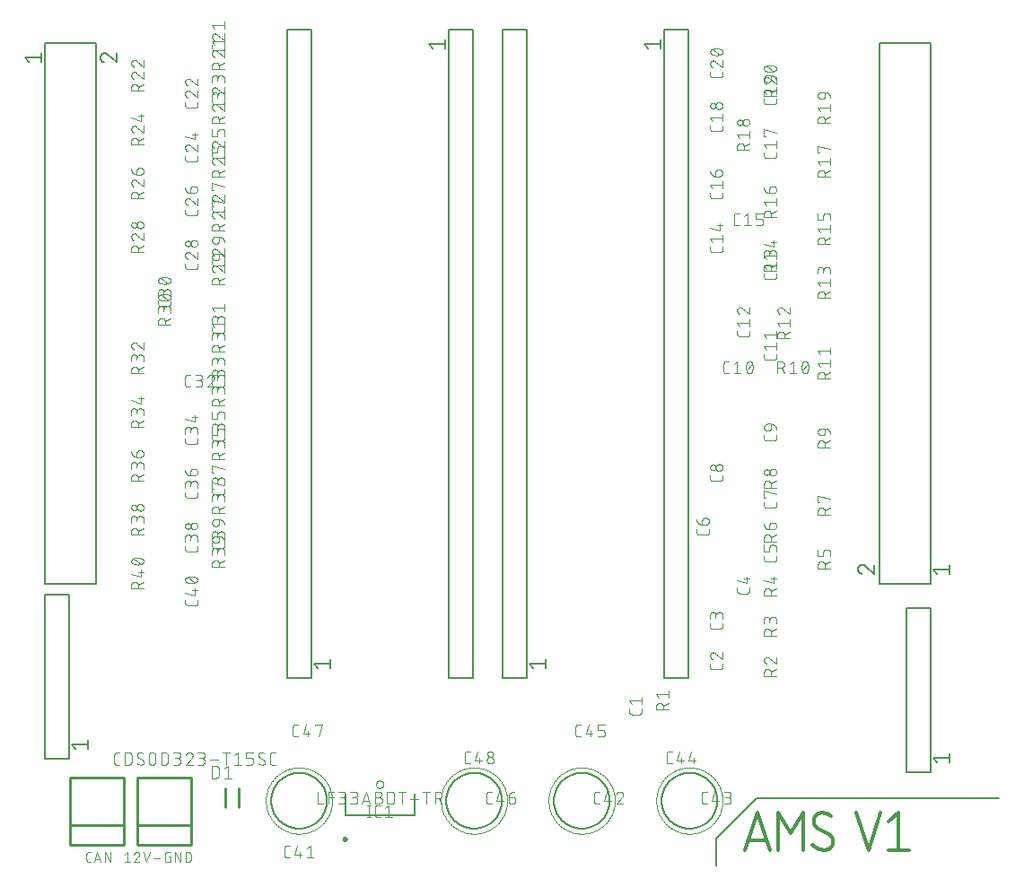
<source format=gbr>
G04 EAGLE Gerber RS-274X export*
G75*
%MOMM*%
%FSLAX34Y34*%
%LPD*%
%INSilkscreen Top*%
%IPPOS*%
%AMOC8*
5,1,8,0,0,1.08239X$1,22.5*%
G01*
%ADD10C,0.304800*%
%ADD11C,0.152400*%
%ADD12C,0.101600*%
%ADD13C,0.050000*%
%ADD14C,0.200000*%
%ADD15C,0.254000*%
%ADD16C,0.250000*%
%ADD17C,0.203200*%
%ADD18C,0.127000*%


D10*
X750824Y14224D02*
X762508Y49276D01*
X774192Y14224D01*
X771271Y22987D02*
X753745Y22987D01*
X782257Y14224D02*
X782257Y49276D01*
X793941Y29803D01*
X805625Y49276D01*
X805625Y14224D01*
X826368Y14224D02*
X826556Y14226D01*
X826744Y14233D01*
X826932Y14244D01*
X827120Y14260D01*
X827307Y14281D01*
X827493Y14306D01*
X827679Y14335D01*
X827864Y14369D01*
X828049Y14408D01*
X828232Y14450D01*
X828414Y14498D01*
X828595Y14549D01*
X828775Y14605D01*
X828953Y14666D01*
X829130Y14730D01*
X829305Y14799D01*
X829479Y14872D01*
X829650Y14949D01*
X829820Y15031D01*
X829988Y15116D01*
X830153Y15206D01*
X830317Y15299D01*
X830478Y15396D01*
X830636Y15498D01*
X830793Y15603D01*
X830946Y15712D01*
X831097Y15824D01*
X831245Y15940D01*
X831391Y16060D01*
X831533Y16183D01*
X831672Y16309D01*
X831809Y16439D01*
X831942Y16572D01*
X832072Y16709D01*
X832198Y16848D01*
X832321Y16990D01*
X832441Y17136D01*
X832557Y17284D01*
X832669Y17435D01*
X832778Y17588D01*
X832883Y17745D01*
X832985Y17903D01*
X833082Y18064D01*
X833175Y18228D01*
X833265Y18393D01*
X833350Y18561D01*
X833432Y18731D01*
X833509Y18902D01*
X833582Y19076D01*
X833651Y19251D01*
X833715Y19428D01*
X833776Y19606D01*
X833832Y19786D01*
X833883Y19967D01*
X833931Y20149D01*
X833973Y20332D01*
X834012Y20517D01*
X834046Y20702D01*
X834075Y20888D01*
X834100Y21074D01*
X834121Y21261D01*
X834137Y21449D01*
X834148Y21637D01*
X834155Y21825D01*
X834157Y22013D01*
X826368Y14224D02*
X825974Y14229D01*
X825581Y14243D01*
X825188Y14266D01*
X824796Y14299D01*
X824404Y14342D01*
X824014Y14393D01*
X823625Y14454D01*
X823237Y14525D01*
X822852Y14604D01*
X822468Y14693D01*
X822087Y14791D01*
X821708Y14898D01*
X821332Y15014D01*
X820959Y15139D01*
X820588Y15272D01*
X820221Y15415D01*
X819858Y15567D01*
X819498Y15727D01*
X819142Y15895D01*
X818791Y16072D01*
X818444Y16258D01*
X818101Y16452D01*
X817763Y16653D01*
X817430Y16863D01*
X817102Y17081D01*
X816779Y17307D01*
X816462Y17540D01*
X816150Y17781D01*
X815845Y18029D01*
X815545Y18284D01*
X815252Y18547D01*
X814965Y18816D01*
X814684Y19092D01*
X815658Y41487D02*
X815660Y41675D01*
X815667Y41863D01*
X815678Y42051D01*
X815694Y42239D01*
X815715Y42426D01*
X815740Y42612D01*
X815769Y42798D01*
X815803Y42983D01*
X815842Y43168D01*
X815884Y43351D01*
X815932Y43533D01*
X815983Y43714D01*
X816039Y43894D01*
X816100Y44072D01*
X816164Y44249D01*
X816233Y44424D01*
X816306Y44598D01*
X816383Y44769D01*
X816465Y44939D01*
X816550Y45107D01*
X816640Y45272D01*
X816733Y45436D01*
X816831Y45597D01*
X816932Y45755D01*
X817037Y45912D01*
X817146Y46065D01*
X817258Y46216D01*
X817374Y46364D01*
X817494Y46510D01*
X817617Y46652D01*
X817743Y46791D01*
X817873Y46928D01*
X818006Y47061D01*
X818143Y47191D01*
X818282Y47317D01*
X818424Y47440D01*
X818570Y47560D01*
X818718Y47676D01*
X818869Y47788D01*
X819022Y47897D01*
X819179Y48002D01*
X819337Y48104D01*
X819498Y48201D01*
X819662Y48294D01*
X819827Y48384D01*
X819995Y48469D01*
X820165Y48551D01*
X820336Y48628D01*
X820510Y48701D01*
X820685Y48770D01*
X820862Y48834D01*
X821040Y48895D01*
X821220Y48951D01*
X821401Y49002D01*
X821583Y49050D01*
X821766Y49093D01*
X821951Y49131D01*
X822136Y49165D01*
X822322Y49194D01*
X822508Y49219D01*
X822695Y49240D01*
X822883Y49256D01*
X823071Y49267D01*
X823259Y49274D01*
X823447Y49276D01*
X823795Y49272D01*
X824143Y49259D01*
X824490Y49239D01*
X824837Y49210D01*
X825183Y49172D01*
X825528Y49127D01*
X825872Y49073D01*
X826215Y49011D01*
X826556Y48941D01*
X826895Y48863D01*
X827232Y48777D01*
X827567Y48683D01*
X827900Y48581D01*
X828230Y48471D01*
X828558Y48353D01*
X828882Y48227D01*
X829204Y48094D01*
X829522Y47953D01*
X829837Y47804D01*
X830148Y47648D01*
X830455Y47485D01*
X830759Y47314D01*
X831058Y47136D01*
X831353Y46951D01*
X831643Y46759D01*
X831929Y46561D01*
X832210Y46355D01*
X819553Y34671D02*
X819389Y34770D01*
X819228Y34873D01*
X819070Y34980D01*
X818914Y35090D01*
X818761Y35205D01*
X818611Y35323D01*
X818463Y35444D01*
X818319Y35569D01*
X818178Y35698D01*
X818039Y35830D01*
X817904Y35965D01*
X817773Y36103D01*
X817644Y36245D01*
X817520Y36389D01*
X817398Y36537D01*
X817281Y36687D01*
X817166Y36840D01*
X817056Y36996D01*
X816950Y37155D01*
X816847Y37316D01*
X816748Y37479D01*
X816653Y37645D01*
X816563Y37813D01*
X816476Y37984D01*
X816394Y38156D01*
X816315Y38330D01*
X816241Y38506D01*
X816171Y38684D01*
X816106Y38863D01*
X816045Y39044D01*
X815988Y39227D01*
X815935Y39410D01*
X815888Y39595D01*
X815844Y39781D01*
X815805Y39968D01*
X815771Y40156D01*
X815741Y40345D01*
X815716Y40534D01*
X815695Y40724D01*
X815679Y40914D01*
X815667Y41105D01*
X815660Y41296D01*
X815658Y41487D01*
X830262Y28829D02*
X830426Y28730D01*
X830587Y28627D01*
X830745Y28520D01*
X830901Y28410D01*
X831054Y28295D01*
X831204Y28177D01*
X831352Y28056D01*
X831496Y27931D01*
X831637Y27802D01*
X831776Y27670D01*
X831911Y27535D01*
X832042Y27397D01*
X832171Y27255D01*
X832295Y27111D01*
X832417Y26963D01*
X832534Y26813D01*
X832649Y26660D01*
X832759Y26504D01*
X832865Y26345D01*
X832968Y26184D01*
X833067Y26021D01*
X833162Y25855D01*
X833252Y25687D01*
X833339Y25516D01*
X833421Y25344D01*
X833500Y25170D01*
X833574Y24994D01*
X833644Y24816D01*
X833709Y24637D01*
X833770Y24456D01*
X833827Y24273D01*
X833880Y24090D01*
X833927Y23905D01*
X833971Y23719D01*
X834010Y23532D01*
X834044Y23344D01*
X834074Y23155D01*
X834099Y22966D01*
X834120Y22776D01*
X834136Y22586D01*
X834148Y22395D01*
X834155Y22204D01*
X834157Y22013D01*
X830263Y28829D02*
X819552Y34671D01*
X855599Y49276D02*
X867283Y14224D01*
X878967Y49276D01*
X886121Y41487D02*
X895858Y49276D01*
X895858Y14224D01*
X886121Y14224D02*
X905595Y14224D01*
D11*
X723900Y25400D02*
X723900Y0D01*
X723900Y25400D02*
X762000Y63500D01*
X990600Y63500D01*
D12*
X653542Y144789D02*
X653542Y147386D01*
X653542Y144789D02*
X653540Y144690D01*
X653534Y144590D01*
X653525Y144491D01*
X653512Y144393D01*
X653495Y144295D01*
X653474Y144197D01*
X653449Y144101D01*
X653421Y144006D01*
X653389Y143912D01*
X653354Y143819D01*
X653315Y143727D01*
X653272Y143637D01*
X653227Y143549D01*
X653177Y143462D01*
X653125Y143378D01*
X653069Y143295D01*
X653011Y143215D01*
X652949Y143137D01*
X652884Y143062D01*
X652816Y142989D01*
X652746Y142919D01*
X652673Y142851D01*
X652598Y142786D01*
X652520Y142724D01*
X652440Y142666D01*
X652357Y142610D01*
X652273Y142558D01*
X652186Y142508D01*
X652098Y142463D01*
X652008Y142420D01*
X651916Y142381D01*
X651823Y142346D01*
X651729Y142314D01*
X651634Y142286D01*
X651538Y142261D01*
X651440Y142240D01*
X651342Y142223D01*
X651244Y142210D01*
X651145Y142201D01*
X651045Y142195D01*
X650946Y142193D01*
X644454Y142193D01*
X644454Y142192D02*
X644355Y142194D01*
X644255Y142200D01*
X644156Y142209D01*
X644058Y142222D01*
X643960Y142240D01*
X643862Y142260D01*
X643766Y142285D01*
X643670Y142313D01*
X643576Y142345D01*
X643483Y142380D01*
X643392Y142419D01*
X643302Y142462D01*
X643213Y142507D01*
X643127Y142557D01*
X643042Y142609D01*
X642960Y142665D01*
X642880Y142724D01*
X642802Y142785D01*
X642726Y142850D01*
X642653Y142918D01*
X642583Y142988D01*
X642515Y143061D01*
X642450Y143137D01*
X642389Y143215D01*
X642330Y143295D01*
X642274Y143377D01*
X642222Y143462D01*
X642173Y143548D01*
X642127Y143637D01*
X642084Y143727D01*
X642045Y143818D01*
X642010Y143911D01*
X641978Y144005D01*
X641950Y144101D01*
X641925Y144197D01*
X641905Y144295D01*
X641887Y144393D01*
X641874Y144491D01*
X641865Y144590D01*
X641859Y144689D01*
X641857Y144789D01*
X641858Y144789D02*
X641858Y147386D01*
X644454Y151751D02*
X641858Y154996D01*
X653542Y154996D01*
X653542Y151751D02*
X653542Y158242D01*
X733354Y464058D02*
X735951Y464058D01*
X733354Y464058D02*
X733255Y464060D01*
X733155Y464066D01*
X733056Y464075D01*
X732958Y464088D01*
X732860Y464105D01*
X732762Y464126D01*
X732666Y464151D01*
X732571Y464179D01*
X732477Y464211D01*
X732384Y464246D01*
X732292Y464285D01*
X732202Y464328D01*
X732114Y464373D01*
X732027Y464423D01*
X731943Y464475D01*
X731860Y464531D01*
X731780Y464589D01*
X731702Y464651D01*
X731627Y464716D01*
X731554Y464784D01*
X731484Y464854D01*
X731416Y464927D01*
X731351Y465002D01*
X731289Y465080D01*
X731231Y465160D01*
X731175Y465243D01*
X731123Y465327D01*
X731073Y465414D01*
X731028Y465502D01*
X730985Y465592D01*
X730946Y465684D01*
X730911Y465777D01*
X730879Y465871D01*
X730851Y465966D01*
X730826Y466062D01*
X730805Y466160D01*
X730788Y466258D01*
X730775Y466356D01*
X730766Y466455D01*
X730760Y466555D01*
X730758Y466654D01*
X730758Y473146D01*
X730760Y473245D01*
X730766Y473345D01*
X730775Y473444D01*
X730788Y473542D01*
X730805Y473640D01*
X730826Y473738D01*
X730851Y473834D01*
X730879Y473929D01*
X730911Y474023D01*
X730946Y474116D01*
X730985Y474208D01*
X731028Y474298D01*
X731073Y474386D01*
X731123Y474473D01*
X731175Y474557D01*
X731231Y474640D01*
X731289Y474720D01*
X731351Y474798D01*
X731416Y474873D01*
X731484Y474946D01*
X731554Y475016D01*
X731627Y475084D01*
X731702Y475149D01*
X731780Y475211D01*
X731860Y475269D01*
X731943Y475325D01*
X732027Y475377D01*
X732114Y475427D01*
X732202Y475472D01*
X732292Y475515D01*
X732384Y475554D01*
X732476Y475589D01*
X732571Y475621D01*
X732666Y475649D01*
X732762Y475674D01*
X732860Y475695D01*
X732958Y475712D01*
X733056Y475725D01*
X733155Y475734D01*
X733255Y475740D01*
X733354Y475742D01*
X735951Y475742D01*
X740316Y473146D02*
X743562Y475742D01*
X743562Y464058D01*
X746807Y464058D02*
X740316Y464058D01*
X751747Y469900D02*
X751750Y470130D01*
X751758Y470360D01*
X751772Y470589D01*
X751791Y470818D01*
X751816Y471047D01*
X751846Y471274D01*
X751881Y471502D01*
X751922Y471728D01*
X751968Y471953D01*
X752020Y472177D01*
X752077Y472399D01*
X752139Y472621D01*
X752207Y472840D01*
X752280Y473058D01*
X752358Y473275D01*
X752441Y473489D01*
X752529Y473701D01*
X752622Y473911D01*
X752721Y474119D01*
X752720Y474119D02*
X752753Y474209D01*
X752789Y474298D01*
X752829Y474386D01*
X752873Y474471D01*
X752920Y474555D01*
X752970Y474637D01*
X753024Y474717D01*
X753080Y474794D01*
X753140Y474870D01*
X753203Y474943D01*
X753268Y475013D01*
X753337Y475081D01*
X753408Y475145D01*
X753481Y475207D01*
X753557Y475266D01*
X753635Y475322D01*
X753716Y475375D01*
X753798Y475424D01*
X753882Y475470D01*
X753969Y475513D01*
X754056Y475552D01*
X754146Y475588D01*
X754236Y475620D01*
X754328Y475648D01*
X754421Y475673D01*
X754515Y475694D01*
X754609Y475711D01*
X754704Y475725D01*
X754800Y475734D01*
X754896Y475740D01*
X754992Y475742D01*
X755088Y475740D01*
X755184Y475734D01*
X755280Y475725D01*
X755375Y475711D01*
X755469Y475694D01*
X755563Y475673D01*
X755656Y475648D01*
X755748Y475620D01*
X755838Y475588D01*
X755928Y475552D01*
X756015Y475513D01*
X756102Y475470D01*
X756186Y475424D01*
X756268Y475375D01*
X756349Y475322D01*
X756427Y475266D01*
X756503Y475207D01*
X756576Y475145D01*
X756647Y475081D01*
X756716Y475013D01*
X756781Y474943D01*
X756844Y474870D01*
X756904Y474794D01*
X756960Y474717D01*
X757014Y474637D01*
X757064Y474555D01*
X757111Y474471D01*
X757155Y474386D01*
X757195Y474298D01*
X757231Y474209D01*
X757264Y474119D01*
X757363Y473912D01*
X757456Y473702D01*
X757544Y473489D01*
X757627Y473275D01*
X757705Y473059D01*
X757778Y472841D01*
X757846Y472621D01*
X757908Y472400D01*
X757965Y472177D01*
X758017Y471953D01*
X758063Y471728D01*
X758104Y471502D01*
X758139Y471275D01*
X758169Y471047D01*
X758194Y470818D01*
X758213Y470589D01*
X758227Y470360D01*
X758235Y470130D01*
X758238Y469900D01*
X751746Y469900D02*
X751749Y469670D01*
X751757Y469440D01*
X751771Y469211D01*
X751790Y468982D01*
X751815Y468753D01*
X751845Y468525D01*
X751880Y468298D01*
X751921Y468072D01*
X751967Y467847D01*
X752019Y467623D01*
X752076Y467400D01*
X752138Y467179D01*
X752206Y466959D01*
X752279Y466741D01*
X752357Y466525D01*
X752440Y466311D01*
X752528Y466099D01*
X752621Y465888D01*
X752720Y465681D01*
X752753Y465591D01*
X752789Y465502D01*
X752830Y465414D01*
X752873Y465329D01*
X752920Y465245D01*
X752970Y465163D01*
X753024Y465083D01*
X753080Y465006D01*
X753140Y464930D01*
X753203Y464857D01*
X753268Y464787D01*
X753337Y464719D01*
X753408Y464655D01*
X753481Y464593D01*
X753557Y464534D01*
X753635Y464478D01*
X753716Y464425D01*
X753798Y464376D01*
X753882Y464330D01*
X753969Y464287D01*
X754056Y464248D01*
X754146Y464212D01*
X754236Y464180D01*
X754328Y464152D01*
X754421Y464127D01*
X754515Y464106D01*
X754609Y464089D01*
X754704Y464075D01*
X754800Y464066D01*
X754896Y464060D01*
X754992Y464058D01*
X757264Y465681D02*
X757363Y465888D01*
X757456Y466099D01*
X757544Y466311D01*
X757627Y466525D01*
X757705Y466741D01*
X757778Y466959D01*
X757846Y467179D01*
X757908Y467400D01*
X757965Y467623D01*
X758017Y467847D01*
X758063Y468072D01*
X758104Y468298D01*
X758139Y468525D01*
X758169Y468753D01*
X758194Y468982D01*
X758213Y469211D01*
X758227Y469440D01*
X758235Y469670D01*
X758238Y469900D01*
X757264Y465681D02*
X757231Y465591D01*
X757195Y465502D01*
X757155Y465414D01*
X757111Y465329D01*
X757064Y465245D01*
X757014Y465163D01*
X756960Y465083D01*
X756904Y465006D01*
X756844Y464930D01*
X756781Y464857D01*
X756716Y464787D01*
X756647Y464719D01*
X756576Y464655D01*
X756503Y464593D01*
X756427Y464534D01*
X756349Y464478D01*
X756268Y464425D01*
X756186Y464376D01*
X756102Y464330D01*
X756015Y464287D01*
X755928Y464248D01*
X755838Y464212D01*
X755748Y464180D01*
X755656Y464152D01*
X755563Y464127D01*
X755469Y464106D01*
X755375Y464089D01*
X755280Y464075D01*
X755184Y464066D01*
X755088Y464060D01*
X754992Y464058D01*
X752395Y466654D02*
X757588Y473146D01*
X780542Y479354D02*
X780542Y481951D01*
X780542Y479354D02*
X780540Y479255D01*
X780534Y479155D01*
X780525Y479056D01*
X780512Y478958D01*
X780495Y478860D01*
X780474Y478762D01*
X780449Y478666D01*
X780421Y478571D01*
X780389Y478477D01*
X780354Y478384D01*
X780315Y478292D01*
X780272Y478202D01*
X780227Y478114D01*
X780177Y478027D01*
X780125Y477943D01*
X780069Y477860D01*
X780011Y477780D01*
X779949Y477702D01*
X779884Y477627D01*
X779816Y477554D01*
X779746Y477484D01*
X779673Y477416D01*
X779598Y477351D01*
X779520Y477289D01*
X779440Y477231D01*
X779357Y477175D01*
X779273Y477123D01*
X779186Y477073D01*
X779098Y477028D01*
X779008Y476985D01*
X778916Y476946D01*
X778823Y476911D01*
X778729Y476879D01*
X778634Y476851D01*
X778538Y476826D01*
X778440Y476805D01*
X778342Y476788D01*
X778244Y476775D01*
X778145Y476766D01*
X778045Y476760D01*
X777946Y476758D01*
X771454Y476758D01*
X771355Y476760D01*
X771255Y476766D01*
X771156Y476775D01*
X771058Y476788D01*
X770960Y476806D01*
X770862Y476826D01*
X770766Y476851D01*
X770670Y476879D01*
X770576Y476911D01*
X770483Y476946D01*
X770392Y476985D01*
X770302Y477028D01*
X770213Y477073D01*
X770127Y477123D01*
X770042Y477175D01*
X769960Y477231D01*
X769880Y477290D01*
X769802Y477351D01*
X769726Y477416D01*
X769653Y477484D01*
X769583Y477554D01*
X769515Y477627D01*
X769450Y477703D01*
X769389Y477781D01*
X769330Y477861D01*
X769274Y477943D01*
X769222Y478028D01*
X769173Y478114D01*
X769127Y478203D01*
X769084Y478293D01*
X769045Y478384D01*
X769010Y478477D01*
X768978Y478571D01*
X768950Y478667D01*
X768925Y478763D01*
X768905Y478861D01*
X768887Y478959D01*
X768874Y479057D01*
X768865Y479156D01*
X768859Y479255D01*
X768857Y479355D01*
X768858Y479354D02*
X768858Y481951D01*
X771454Y486316D02*
X768858Y489562D01*
X780542Y489562D01*
X780542Y492807D02*
X780542Y486316D01*
X771454Y497746D02*
X768858Y500992D01*
X780542Y500992D01*
X780542Y504237D02*
X780542Y497746D01*
X755142Y501659D02*
X755142Y504256D01*
X755142Y501659D02*
X755140Y501560D01*
X755134Y501460D01*
X755125Y501361D01*
X755112Y501263D01*
X755095Y501165D01*
X755074Y501067D01*
X755049Y500971D01*
X755021Y500876D01*
X754989Y500782D01*
X754954Y500689D01*
X754915Y500597D01*
X754872Y500507D01*
X754827Y500419D01*
X754777Y500332D01*
X754725Y500248D01*
X754669Y500165D01*
X754611Y500085D01*
X754549Y500007D01*
X754484Y499932D01*
X754416Y499859D01*
X754346Y499789D01*
X754273Y499721D01*
X754198Y499656D01*
X754120Y499594D01*
X754040Y499536D01*
X753957Y499480D01*
X753873Y499428D01*
X753786Y499378D01*
X753698Y499333D01*
X753608Y499290D01*
X753516Y499251D01*
X753423Y499216D01*
X753329Y499184D01*
X753234Y499156D01*
X753138Y499131D01*
X753040Y499110D01*
X752942Y499093D01*
X752844Y499080D01*
X752745Y499071D01*
X752645Y499065D01*
X752546Y499063D01*
X746054Y499063D01*
X746054Y499062D02*
X745955Y499064D01*
X745855Y499070D01*
X745756Y499079D01*
X745658Y499092D01*
X745560Y499110D01*
X745462Y499130D01*
X745366Y499155D01*
X745270Y499183D01*
X745176Y499215D01*
X745083Y499250D01*
X744992Y499289D01*
X744902Y499332D01*
X744813Y499377D01*
X744727Y499427D01*
X744642Y499479D01*
X744560Y499535D01*
X744480Y499594D01*
X744402Y499655D01*
X744326Y499720D01*
X744253Y499788D01*
X744183Y499858D01*
X744115Y499931D01*
X744050Y500007D01*
X743989Y500085D01*
X743930Y500165D01*
X743874Y500247D01*
X743822Y500332D01*
X743773Y500418D01*
X743727Y500507D01*
X743684Y500597D01*
X743645Y500688D01*
X743610Y500781D01*
X743578Y500875D01*
X743550Y500971D01*
X743525Y501067D01*
X743505Y501165D01*
X743487Y501263D01*
X743474Y501361D01*
X743465Y501460D01*
X743459Y501559D01*
X743457Y501659D01*
X743458Y501659D02*
X743458Y504256D01*
X746054Y508621D02*
X743458Y511866D01*
X755142Y511866D01*
X755142Y508621D02*
X755142Y515112D01*
X746379Y526542D02*
X746272Y526540D01*
X746166Y526534D01*
X746060Y526524D01*
X745954Y526511D01*
X745848Y526493D01*
X745744Y526472D01*
X745640Y526447D01*
X745537Y526418D01*
X745436Y526386D01*
X745336Y526349D01*
X745237Y526309D01*
X745139Y526266D01*
X745043Y526219D01*
X744949Y526168D01*
X744857Y526114D01*
X744767Y526057D01*
X744679Y525997D01*
X744594Y525933D01*
X744511Y525866D01*
X744430Y525796D01*
X744352Y525724D01*
X744276Y525648D01*
X744204Y525570D01*
X744134Y525489D01*
X744067Y525406D01*
X744003Y525321D01*
X743943Y525233D01*
X743886Y525143D01*
X743832Y525051D01*
X743781Y524957D01*
X743734Y524861D01*
X743691Y524763D01*
X743651Y524664D01*
X743614Y524564D01*
X743582Y524463D01*
X743553Y524360D01*
X743528Y524256D01*
X743507Y524152D01*
X743489Y524046D01*
X743476Y523940D01*
X743466Y523834D01*
X743460Y523728D01*
X743458Y523621D01*
X743460Y523500D01*
X743466Y523379D01*
X743476Y523259D01*
X743489Y523138D01*
X743507Y523019D01*
X743528Y522899D01*
X743553Y522781D01*
X743582Y522664D01*
X743615Y522547D01*
X743651Y522432D01*
X743692Y522318D01*
X743735Y522205D01*
X743783Y522093D01*
X743834Y521984D01*
X743889Y521876D01*
X743947Y521769D01*
X744008Y521665D01*
X744073Y521563D01*
X744141Y521463D01*
X744212Y521365D01*
X744286Y521269D01*
X744363Y521176D01*
X744444Y521086D01*
X744527Y520998D01*
X744613Y520913D01*
X744702Y520830D01*
X744793Y520751D01*
X744887Y520674D01*
X744983Y520601D01*
X745081Y520531D01*
X745182Y520464D01*
X745285Y520400D01*
X745390Y520340D01*
X745497Y520282D01*
X745605Y520229D01*
X745715Y520179D01*
X745827Y520133D01*
X745940Y520090D01*
X746055Y520051D01*
X748651Y525568D02*
X748573Y525647D01*
X748493Y525723D01*
X748410Y525796D01*
X748324Y525866D01*
X748237Y525933D01*
X748146Y525997D01*
X748054Y526057D01*
X747960Y526115D01*
X747863Y526169D01*
X747765Y526219D01*
X747665Y526266D01*
X747564Y526310D01*
X747461Y526350D01*
X747356Y526386D01*
X747251Y526418D01*
X747144Y526447D01*
X747037Y526472D01*
X746928Y526494D01*
X746819Y526511D01*
X746710Y526525D01*
X746600Y526534D01*
X746489Y526540D01*
X746379Y526542D01*
X748651Y525568D02*
X755142Y520051D01*
X755142Y526542D01*
X780542Y555554D02*
X780542Y558151D01*
X780542Y555554D02*
X780540Y555455D01*
X780534Y555355D01*
X780525Y555256D01*
X780512Y555158D01*
X780495Y555060D01*
X780474Y554962D01*
X780449Y554866D01*
X780421Y554771D01*
X780389Y554677D01*
X780354Y554584D01*
X780315Y554492D01*
X780272Y554402D01*
X780227Y554314D01*
X780177Y554227D01*
X780125Y554143D01*
X780069Y554060D01*
X780011Y553980D01*
X779949Y553902D01*
X779884Y553827D01*
X779816Y553754D01*
X779746Y553684D01*
X779673Y553616D01*
X779598Y553551D01*
X779520Y553489D01*
X779440Y553431D01*
X779357Y553375D01*
X779273Y553323D01*
X779186Y553273D01*
X779098Y553228D01*
X779008Y553185D01*
X778916Y553146D01*
X778823Y553111D01*
X778729Y553079D01*
X778634Y553051D01*
X778538Y553026D01*
X778440Y553005D01*
X778342Y552988D01*
X778244Y552975D01*
X778145Y552966D01*
X778045Y552960D01*
X777946Y552958D01*
X771454Y552958D01*
X771355Y552960D01*
X771255Y552966D01*
X771156Y552975D01*
X771058Y552988D01*
X770960Y553006D01*
X770862Y553026D01*
X770766Y553051D01*
X770670Y553079D01*
X770576Y553111D01*
X770483Y553146D01*
X770392Y553185D01*
X770302Y553228D01*
X770213Y553273D01*
X770127Y553323D01*
X770042Y553375D01*
X769960Y553431D01*
X769880Y553490D01*
X769802Y553551D01*
X769726Y553616D01*
X769653Y553684D01*
X769583Y553754D01*
X769515Y553827D01*
X769450Y553903D01*
X769389Y553981D01*
X769330Y554061D01*
X769274Y554143D01*
X769222Y554228D01*
X769173Y554314D01*
X769127Y554403D01*
X769084Y554493D01*
X769045Y554584D01*
X769010Y554677D01*
X768978Y554771D01*
X768950Y554867D01*
X768925Y554963D01*
X768905Y555061D01*
X768887Y555159D01*
X768874Y555257D01*
X768865Y555356D01*
X768859Y555455D01*
X768857Y555555D01*
X768858Y555554D02*
X768858Y558151D01*
X771454Y562516D02*
X768858Y565762D01*
X780542Y565762D01*
X780542Y569007D02*
X780542Y562516D01*
X780542Y573946D02*
X780542Y577192D01*
X780540Y577305D01*
X780534Y577418D01*
X780524Y577531D01*
X780510Y577644D01*
X780493Y577756D01*
X780471Y577867D01*
X780446Y577977D01*
X780416Y578087D01*
X780383Y578195D01*
X780346Y578302D01*
X780306Y578408D01*
X780261Y578512D01*
X780213Y578615D01*
X780162Y578716D01*
X780107Y578815D01*
X780049Y578912D01*
X779987Y579007D01*
X779922Y579100D01*
X779854Y579190D01*
X779783Y579278D01*
X779708Y579364D01*
X779631Y579447D01*
X779551Y579527D01*
X779468Y579604D01*
X779382Y579679D01*
X779294Y579750D01*
X779204Y579818D01*
X779111Y579883D01*
X779016Y579945D01*
X778919Y580003D01*
X778820Y580058D01*
X778719Y580109D01*
X778616Y580157D01*
X778512Y580202D01*
X778406Y580242D01*
X778299Y580279D01*
X778191Y580312D01*
X778081Y580342D01*
X777971Y580367D01*
X777860Y580389D01*
X777748Y580406D01*
X777635Y580420D01*
X777522Y580430D01*
X777409Y580436D01*
X777296Y580438D01*
X777183Y580436D01*
X777070Y580430D01*
X776957Y580420D01*
X776844Y580406D01*
X776732Y580389D01*
X776621Y580367D01*
X776511Y580342D01*
X776401Y580312D01*
X776293Y580279D01*
X776186Y580242D01*
X776080Y580202D01*
X775976Y580157D01*
X775873Y580109D01*
X775772Y580058D01*
X775673Y580003D01*
X775576Y579945D01*
X775481Y579883D01*
X775388Y579818D01*
X775298Y579750D01*
X775210Y579679D01*
X775124Y579604D01*
X775041Y579527D01*
X774961Y579447D01*
X774884Y579364D01*
X774809Y579278D01*
X774738Y579190D01*
X774670Y579100D01*
X774605Y579007D01*
X774543Y578912D01*
X774485Y578815D01*
X774430Y578716D01*
X774379Y578615D01*
X774331Y578512D01*
X774286Y578408D01*
X774246Y578302D01*
X774209Y578195D01*
X774176Y578087D01*
X774146Y577977D01*
X774121Y577867D01*
X774099Y577756D01*
X774082Y577644D01*
X774068Y577531D01*
X774058Y577418D01*
X774052Y577305D01*
X774050Y577192D01*
X768858Y577841D02*
X768858Y573946D01*
X768858Y577841D02*
X768860Y577942D01*
X768866Y578042D01*
X768876Y578142D01*
X768889Y578242D01*
X768907Y578341D01*
X768928Y578440D01*
X768953Y578537D01*
X768982Y578634D01*
X769015Y578729D01*
X769051Y578823D01*
X769091Y578915D01*
X769134Y579006D01*
X769181Y579095D01*
X769231Y579182D01*
X769285Y579268D01*
X769342Y579351D01*
X769402Y579431D01*
X769465Y579510D01*
X769532Y579586D01*
X769601Y579659D01*
X769673Y579729D01*
X769747Y579797D01*
X769824Y579862D01*
X769904Y579923D01*
X769986Y579982D01*
X770070Y580037D01*
X770156Y580089D01*
X770244Y580138D01*
X770334Y580183D01*
X770426Y580225D01*
X770519Y580263D01*
X770614Y580297D01*
X770709Y580328D01*
X770806Y580355D01*
X770904Y580378D01*
X771003Y580398D01*
X771103Y580413D01*
X771203Y580425D01*
X771303Y580433D01*
X771404Y580437D01*
X771504Y580437D01*
X771605Y580433D01*
X771705Y580425D01*
X771805Y580413D01*
X771905Y580398D01*
X772004Y580378D01*
X772102Y580355D01*
X772199Y580328D01*
X772294Y580297D01*
X772389Y580263D01*
X772482Y580225D01*
X772574Y580183D01*
X772664Y580138D01*
X772752Y580089D01*
X772838Y580037D01*
X772922Y579982D01*
X773004Y579923D01*
X773084Y579862D01*
X773161Y579797D01*
X773235Y579729D01*
X773307Y579659D01*
X773376Y579586D01*
X773443Y579510D01*
X773506Y579431D01*
X773566Y579351D01*
X773623Y579268D01*
X773677Y579182D01*
X773727Y579095D01*
X773774Y579006D01*
X773817Y578915D01*
X773857Y578823D01*
X773893Y578729D01*
X773926Y578634D01*
X773955Y578537D01*
X773980Y578440D01*
X774001Y578341D01*
X774019Y578242D01*
X774032Y578142D01*
X774042Y578042D01*
X774048Y577942D01*
X774050Y577841D01*
X774051Y577841D02*
X774051Y575244D01*
X729742Y580954D02*
X729742Y583551D01*
X729742Y580954D02*
X729740Y580855D01*
X729734Y580755D01*
X729725Y580656D01*
X729712Y580558D01*
X729695Y580460D01*
X729674Y580362D01*
X729649Y580266D01*
X729621Y580171D01*
X729589Y580077D01*
X729554Y579984D01*
X729515Y579892D01*
X729472Y579802D01*
X729427Y579714D01*
X729377Y579627D01*
X729325Y579543D01*
X729269Y579460D01*
X729211Y579380D01*
X729149Y579302D01*
X729084Y579227D01*
X729016Y579154D01*
X728946Y579084D01*
X728873Y579016D01*
X728798Y578951D01*
X728720Y578889D01*
X728640Y578831D01*
X728557Y578775D01*
X728473Y578723D01*
X728386Y578673D01*
X728298Y578628D01*
X728208Y578585D01*
X728116Y578546D01*
X728023Y578511D01*
X727929Y578479D01*
X727834Y578451D01*
X727738Y578426D01*
X727640Y578405D01*
X727542Y578388D01*
X727444Y578375D01*
X727345Y578366D01*
X727245Y578360D01*
X727146Y578358D01*
X720654Y578358D01*
X720555Y578360D01*
X720455Y578366D01*
X720356Y578375D01*
X720258Y578388D01*
X720160Y578406D01*
X720062Y578426D01*
X719966Y578451D01*
X719870Y578479D01*
X719776Y578511D01*
X719683Y578546D01*
X719592Y578585D01*
X719502Y578628D01*
X719413Y578673D01*
X719327Y578723D01*
X719242Y578775D01*
X719160Y578831D01*
X719080Y578890D01*
X719002Y578951D01*
X718926Y579016D01*
X718853Y579084D01*
X718783Y579154D01*
X718715Y579227D01*
X718650Y579303D01*
X718589Y579381D01*
X718530Y579461D01*
X718474Y579543D01*
X718422Y579628D01*
X718373Y579714D01*
X718327Y579803D01*
X718284Y579893D01*
X718245Y579984D01*
X718210Y580077D01*
X718178Y580171D01*
X718150Y580267D01*
X718125Y580363D01*
X718105Y580461D01*
X718087Y580559D01*
X718074Y580657D01*
X718065Y580756D01*
X718059Y580855D01*
X718057Y580955D01*
X718058Y580954D02*
X718058Y583551D01*
X720654Y587916D02*
X718058Y591162D01*
X729742Y591162D01*
X729742Y594407D02*
X729742Y587916D01*
X727146Y599346D02*
X718058Y601943D01*
X727146Y599346D02*
X727146Y605837D01*
X724549Y603890D02*
X729742Y603890D01*
X742959Y603758D02*
X745556Y603758D01*
X742959Y603758D02*
X742860Y603760D01*
X742760Y603766D01*
X742661Y603775D01*
X742563Y603788D01*
X742465Y603805D01*
X742367Y603826D01*
X742271Y603851D01*
X742176Y603879D01*
X742082Y603911D01*
X741989Y603946D01*
X741897Y603985D01*
X741807Y604028D01*
X741719Y604073D01*
X741632Y604123D01*
X741548Y604175D01*
X741465Y604231D01*
X741385Y604289D01*
X741307Y604351D01*
X741232Y604416D01*
X741159Y604484D01*
X741089Y604554D01*
X741021Y604627D01*
X740956Y604702D01*
X740894Y604780D01*
X740836Y604860D01*
X740780Y604943D01*
X740728Y605027D01*
X740678Y605114D01*
X740633Y605202D01*
X740590Y605292D01*
X740551Y605384D01*
X740516Y605477D01*
X740484Y605571D01*
X740456Y605666D01*
X740431Y605762D01*
X740410Y605860D01*
X740393Y605958D01*
X740380Y606056D01*
X740371Y606155D01*
X740365Y606255D01*
X740363Y606354D01*
X740363Y612846D01*
X740365Y612945D01*
X740371Y613045D01*
X740380Y613144D01*
X740393Y613242D01*
X740410Y613340D01*
X740431Y613438D01*
X740456Y613534D01*
X740484Y613629D01*
X740516Y613723D01*
X740551Y613816D01*
X740590Y613908D01*
X740633Y613998D01*
X740678Y614086D01*
X740728Y614173D01*
X740780Y614257D01*
X740836Y614340D01*
X740894Y614420D01*
X740956Y614498D01*
X741021Y614573D01*
X741089Y614646D01*
X741159Y614716D01*
X741232Y614784D01*
X741307Y614849D01*
X741385Y614911D01*
X741465Y614969D01*
X741548Y615025D01*
X741632Y615077D01*
X741719Y615127D01*
X741807Y615172D01*
X741897Y615215D01*
X741989Y615254D01*
X742081Y615289D01*
X742176Y615321D01*
X742271Y615349D01*
X742367Y615374D01*
X742465Y615395D01*
X742563Y615412D01*
X742661Y615425D01*
X742760Y615434D01*
X742860Y615440D01*
X742959Y615442D01*
X745556Y615442D01*
X749921Y612846D02*
X753166Y615442D01*
X753166Y603758D01*
X749921Y603758D02*
X756412Y603758D01*
X761351Y603758D02*
X765246Y603758D01*
X765345Y603760D01*
X765445Y603766D01*
X765544Y603775D01*
X765642Y603788D01*
X765740Y603805D01*
X765838Y603826D01*
X765934Y603851D01*
X766029Y603879D01*
X766123Y603911D01*
X766216Y603946D01*
X766308Y603985D01*
X766398Y604028D01*
X766486Y604073D01*
X766573Y604123D01*
X766657Y604175D01*
X766740Y604231D01*
X766820Y604289D01*
X766898Y604351D01*
X766973Y604416D01*
X767046Y604484D01*
X767116Y604554D01*
X767184Y604627D01*
X767249Y604702D01*
X767311Y604780D01*
X767369Y604860D01*
X767425Y604943D01*
X767477Y605027D01*
X767527Y605114D01*
X767572Y605202D01*
X767615Y605292D01*
X767654Y605384D01*
X767689Y605477D01*
X767721Y605571D01*
X767749Y605666D01*
X767774Y605762D01*
X767795Y605860D01*
X767812Y605958D01*
X767825Y606056D01*
X767834Y606155D01*
X767840Y606255D01*
X767842Y606354D01*
X767842Y607653D01*
X767840Y607752D01*
X767834Y607852D01*
X767825Y607951D01*
X767812Y608049D01*
X767795Y608147D01*
X767774Y608245D01*
X767749Y608341D01*
X767721Y608436D01*
X767689Y608530D01*
X767654Y608623D01*
X767615Y608715D01*
X767572Y608805D01*
X767527Y608893D01*
X767477Y608980D01*
X767425Y609064D01*
X767369Y609147D01*
X767311Y609227D01*
X767249Y609305D01*
X767184Y609380D01*
X767116Y609453D01*
X767046Y609523D01*
X766973Y609591D01*
X766898Y609656D01*
X766820Y609718D01*
X766740Y609776D01*
X766657Y609832D01*
X766573Y609884D01*
X766486Y609934D01*
X766398Y609979D01*
X766308Y610022D01*
X766216Y610061D01*
X766123Y610096D01*
X766029Y610128D01*
X765934Y610156D01*
X765838Y610181D01*
X765740Y610202D01*
X765642Y610219D01*
X765544Y610232D01*
X765445Y610241D01*
X765345Y610247D01*
X765246Y610249D01*
X761351Y610249D01*
X761351Y615442D01*
X767842Y615442D01*
X729742Y631754D02*
X729742Y634351D01*
X729742Y631754D02*
X729740Y631655D01*
X729734Y631555D01*
X729725Y631456D01*
X729712Y631358D01*
X729695Y631260D01*
X729674Y631162D01*
X729649Y631066D01*
X729621Y630971D01*
X729589Y630877D01*
X729554Y630784D01*
X729515Y630692D01*
X729472Y630602D01*
X729427Y630514D01*
X729377Y630427D01*
X729325Y630343D01*
X729269Y630260D01*
X729211Y630180D01*
X729149Y630102D01*
X729084Y630027D01*
X729016Y629954D01*
X728946Y629884D01*
X728873Y629816D01*
X728798Y629751D01*
X728720Y629689D01*
X728640Y629631D01*
X728557Y629575D01*
X728473Y629523D01*
X728386Y629473D01*
X728298Y629428D01*
X728208Y629385D01*
X728116Y629346D01*
X728023Y629311D01*
X727929Y629279D01*
X727834Y629251D01*
X727738Y629226D01*
X727640Y629205D01*
X727542Y629188D01*
X727444Y629175D01*
X727345Y629166D01*
X727245Y629160D01*
X727146Y629158D01*
X720654Y629158D01*
X720555Y629160D01*
X720455Y629166D01*
X720356Y629175D01*
X720258Y629188D01*
X720160Y629206D01*
X720062Y629226D01*
X719966Y629251D01*
X719870Y629279D01*
X719776Y629311D01*
X719683Y629346D01*
X719592Y629385D01*
X719502Y629428D01*
X719413Y629473D01*
X719327Y629523D01*
X719242Y629575D01*
X719160Y629631D01*
X719080Y629690D01*
X719002Y629751D01*
X718926Y629816D01*
X718853Y629884D01*
X718783Y629954D01*
X718715Y630027D01*
X718650Y630103D01*
X718589Y630181D01*
X718530Y630261D01*
X718474Y630343D01*
X718422Y630428D01*
X718373Y630514D01*
X718327Y630603D01*
X718284Y630693D01*
X718245Y630784D01*
X718210Y630877D01*
X718178Y630971D01*
X718150Y631067D01*
X718125Y631163D01*
X718105Y631261D01*
X718087Y631359D01*
X718074Y631457D01*
X718065Y631556D01*
X718059Y631655D01*
X718057Y631755D01*
X718058Y631754D02*
X718058Y634351D01*
X720654Y638716D02*
X718058Y641962D01*
X729742Y641962D01*
X729742Y645207D02*
X729742Y638716D01*
X723251Y650146D02*
X723251Y654041D01*
X723253Y654140D01*
X723259Y654240D01*
X723268Y654339D01*
X723281Y654437D01*
X723298Y654535D01*
X723319Y654633D01*
X723344Y654729D01*
X723372Y654824D01*
X723404Y654918D01*
X723439Y655011D01*
X723478Y655103D01*
X723521Y655193D01*
X723566Y655281D01*
X723616Y655368D01*
X723668Y655452D01*
X723724Y655535D01*
X723782Y655615D01*
X723844Y655693D01*
X723909Y655768D01*
X723977Y655841D01*
X724047Y655911D01*
X724120Y655979D01*
X724195Y656044D01*
X724273Y656106D01*
X724353Y656164D01*
X724436Y656220D01*
X724520Y656272D01*
X724607Y656322D01*
X724695Y656367D01*
X724785Y656410D01*
X724877Y656449D01*
X724970Y656484D01*
X725064Y656516D01*
X725159Y656544D01*
X725255Y656569D01*
X725353Y656590D01*
X725451Y656607D01*
X725549Y656620D01*
X725648Y656629D01*
X725748Y656635D01*
X725847Y656637D01*
X726496Y656637D01*
X726496Y656638D02*
X726609Y656636D01*
X726722Y656630D01*
X726835Y656620D01*
X726948Y656606D01*
X727060Y656589D01*
X727171Y656567D01*
X727281Y656542D01*
X727391Y656512D01*
X727499Y656479D01*
X727606Y656442D01*
X727712Y656402D01*
X727816Y656357D01*
X727919Y656309D01*
X728020Y656258D01*
X728119Y656203D01*
X728216Y656145D01*
X728311Y656083D01*
X728404Y656018D01*
X728494Y655950D01*
X728582Y655879D01*
X728668Y655804D01*
X728751Y655727D01*
X728831Y655647D01*
X728908Y655564D01*
X728983Y655478D01*
X729054Y655390D01*
X729122Y655300D01*
X729187Y655207D01*
X729249Y655112D01*
X729307Y655015D01*
X729362Y654916D01*
X729413Y654815D01*
X729461Y654712D01*
X729506Y654608D01*
X729546Y654502D01*
X729583Y654395D01*
X729616Y654287D01*
X729646Y654177D01*
X729671Y654067D01*
X729693Y653956D01*
X729710Y653844D01*
X729724Y653731D01*
X729734Y653618D01*
X729740Y653505D01*
X729742Y653392D01*
X729740Y653279D01*
X729734Y653166D01*
X729724Y653053D01*
X729710Y652940D01*
X729693Y652828D01*
X729671Y652717D01*
X729646Y652607D01*
X729616Y652497D01*
X729583Y652389D01*
X729546Y652282D01*
X729506Y652176D01*
X729461Y652072D01*
X729413Y651969D01*
X729362Y651868D01*
X729307Y651769D01*
X729249Y651672D01*
X729187Y651577D01*
X729122Y651484D01*
X729054Y651394D01*
X728983Y651306D01*
X728908Y651220D01*
X728831Y651137D01*
X728751Y651057D01*
X728668Y650980D01*
X728582Y650905D01*
X728494Y650834D01*
X728404Y650766D01*
X728311Y650701D01*
X728216Y650639D01*
X728119Y650581D01*
X728020Y650526D01*
X727919Y650475D01*
X727816Y650427D01*
X727712Y650382D01*
X727606Y650342D01*
X727499Y650305D01*
X727391Y650272D01*
X727281Y650242D01*
X727171Y650217D01*
X727060Y650195D01*
X726948Y650178D01*
X726835Y650164D01*
X726722Y650154D01*
X726609Y650148D01*
X726496Y650146D01*
X723251Y650146D01*
X723108Y650148D01*
X722965Y650154D01*
X722822Y650164D01*
X722680Y650178D01*
X722538Y650195D01*
X722396Y650217D01*
X722255Y650242D01*
X722115Y650272D01*
X721976Y650305D01*
X721838Y650342D01*
X721701Y650383D01*
X721565Y650427D01*
X721430Y650476D01*
X721297Y650528D01*
X721165Y650583D01*
X721035Y650643D01*
X720906Y650706D01*
X720779Y650772D01*
X720655Y650842D01*
X720532Y650915D01*
X720411Y650992D01*
X720292Y651071D01*
X720176Y651155D01*
X720061Y651241D01*
X719950Y651330D01*
X719841Y651423D01*
X719734Y651518D01*
X719630Y651617D01*
X719529Y651718D01*
X719430Y651822D01*
X719335Y651928D01*
X719242Y652038D01*
X719153Y652149D01*
X719067Y652263D01*
X718984Y652380D01*
X718904Y652499D01*
X718827Y652620D01*
X718754Y652742D01*
X718684Y652867D01*
X718618Y652994D01*
X718555Y653123D01*
X718495Y653253D01*
X718440Y653385D01*
X718388Y653518D01*
X718339Y653653D01*
X718295Y653789D01*
X718254Y653926D01*
X718217Y654064D01*
X718184Y654203D01*
X718154Y654343D01*
X718129Y654484D01*
X718107Y654626D01*
X718090Y654768D01*
X718076Y654910D01*
X718066Y655053D01*
X718060Y655196D01*
X718058Y655339D01*
X780542Y669854D02*
X780542Y672451D01*
X780542Y669854D02*
X780540Y669755D01*
X780534Y669655D01*
X780525Y669556D01*
X780512Y669458D01*
X780495Y669360D01*
X780474Y669262D01*
X780449Y669166D01*
X780421Y669071D01*
X780389Y668977D01*
X780354Y668884D01*
X780315Y668792D01*
X780272Y668702D01*
X780227Y668614D01*
X780177Y668527D01*
X780125Y668443D01*
X780069Y668360D01*
X780011Y668280D01*
X779949Y668202D01*
X779884Y668127D01*
X779816Y668054D01*
X779746Y667984D01*
X779673Y667916D01*
X779598Y667851D01*
X779520Y667789D01*
X779440Y667731D01*
X779357Y667675D01*
X779273Y667623D01*
X779186Y667573D01*
X779098Y667528D01*
X779008Y667485D01*
X778916Y667446D01*
X778823Y667411D01*
X778729Y667379D01*
X778634Y667351D01*
X778538Y667326D01*
X778440Y667305D01*
X778342Y667288D01*
X778244Y667275D01*
X778145Y667266D01*
X778045Y667260D01*
X777946Y667258D01*
X771454Y667258D01*
X771355Y667260D01*
X771255Y667266D01*
X771156Y667275D01*
X771058Y667288D01*
X770960Y667306D01*
X770862Y667326D01*
X770766Y667351D01*
X770670Y667379D01*
X770576Y667411D01*
X770483Y667446D01*
X770392Y667485D01*
X770302Y667528D01*
X770213Y667573D01*
X770127Y667623D01*
X770042Y667675D01*
X769960Y667731D01*
X769880Y667790D01*
X769802Y667851D01*
X769726Y667916D01*
X769653Y667984D01*
X769583Y668054D01*
X769515Y668127D01*
X769450Y668203D01*
X769389Y668281D01*
X769330Y668361D01*
X769274Y668443D01*
X769222Y668528D01*
X769173Y668614D01*
X769127Y668703D01*
X769084Y668793D01*
X769045Y668884D01*
X769010Y668977D01*
X768978Y669071D01*
X768950Y669167D01*
X768925Y669263D01*
X768905Y669361D01*
X768887Y669459D01*
X768874Y669557D01*
X768865Y669656D01*
X768859Y669755D01*
X768857Y669855D01*
X768858Y669854D02*
X768858Y672451D01*
X771454Y676816D02*
X768858Y680062D01*
X780542Y680062D01*
X780542Y683307D02*
X780542Y676816D01*
X770156Y688246D02*
X768858Y688246D01*
X768858Y694737D01*
X780542Y691492D01*
X729742Y695254D02*
X729742Y697851D01*
X729742Y695254D02*
X729740Y695155D01*
X729734Y695055D01*
X729725Y694956D01*
X729712Y694858D01*
X729695Y694760D01*
X729674Y694662D01*
X729649Y694566D01*
X729621Y694471D01*
X729589Y694377D01*
X729554Y694284D01*
X729515Y694192D01*
X729472Y694102D01*
X729427Y694014D01*
X729377Y693927D01*
X729325Y693843D01*
X729269Y693760D01*
X729211Y693680D01*
X729149Y693602D01*
X729084Y693527D01*
X729016Y693454D01*
X728946Y693384D01*
X728873Y693316D01*
X728798Y693251D01*
X728720Y693189D01*
X728640Y693131D01*
X728557Y693075D01*
X728473Y693023D01*
X728386Y692973D01*
X728298Y692928D01*
X728208Y692885D01*
X728116Y692846D01*
X728023Y692811D01*
X727929Y692779D01*
X727834Y692751D01*
X727738Y692726D01*
X727640Y692705D01*
X727542Y692688D01*
X727444Y692675D01*
X727345Y692666D01*
X727245Y692660D01*
X727146Y692658D01*
X720654Y692658D01*
X720555Y692660D01*
X720455Y692666D01*
X720356Y692675D01*
X720258Y692688D01*
X720160Y692706D01*
X720062Y692726D01*
X719966Y692751D01*
X719870Y692779D01*
X719776Y692811D01*
X719683Y692846D01*
X719592Y692885D01*
X719502Y692928D01*
X719413Y692973D01*
X719327Y693023D01*
X719242Y693075D01*
X719160Y693131D01*
X719080Y693190D01*
X719002Y693251D01*
X718926Y693316D01*
X718853Y693384D01*
X718783Y693454D01*
X718715Y693527D01*
X718650Y693603D01*
X718589Y693681D01*
X718530Y693761D01*
X718474Y693843D01*
X718422Y693928D01*
X718373Y694014D01*
X718327Y694103D01*
X718284Y694193D01*
X718245Y694284D01*
X718210Y694377D01*
X718178Y694471D01*
X718150Y694567D01*
X718125Y694663D01*
X718105Y694761D01*
X718087Y694859D01*
X718074Y694957D01*
X718065Y695056D01*
X718059Y695155D01*
X718057Y695255D01*
X718058Y695254D02*
X718058Y697851D01*
X720654Y702216D02*
X718058Y705462D01*
X729742Y705462D01*
X729742Y708707D02*
X729742Y702216D01*
X726496Y713646D02*
X726383Y713648D01*
X726270Y713654D01*
X726157Y713664D01*
X726044Y713678D01*
X725932Y713695D01*
X725821Y713717D01*
X725711Y713742D01*
X725601Y713772D01*
X725493Y713805D01*
X725386Y713842D01*
X725280Y713882D01*
X725176Y713927D01*
X725073Y713975D01*
X724972Y714026D01*
X724873Y714081D01*
X724776Y714139D01*
X724681Y714201D01*
X724588Y714266D01*
X724498Y714334D01*
X724410Y714405D01*
X724324Y714480D01*
X724241Y714557D01*
X724161Y714637D01*
X724084Y714720D01*
X724009Y714806D01*
X723938Y714894D01*
X723870Y714984D01*
X723805Y715077D01*
X723743Y715172D01*
X723685Y715269D01*
X723630Y715368D01*
X723579Y715469D01*
X723531Y715572D01*
X723486Y715676D01*
X723446Y715782D01*
X723409Y715889D01*
X723376Y715997D01*
X723346Y716107D01*
X723321Y716217D01*
X723299Y716328D01*
X723282Y716440D01*
X723268Y716553D01*
X723258Y716666D01*
X723252Y716779D01*
X723250Y716892D01*
X723252Y717005D01*
X723258Y717118D01*
X723268Y717231D01*
X723282Y717344D01*
X723299Y717456D01*
X723321Y717567D01*
X723346Y717677D01*
X723376Y717787D01*
X723409Y717895D01*
X723446Y718002D01*
X723486Y718108D01*
X723531Y718212D01*
X723579Y718315D01*
X723630Y718416D01*
X723685Y718515D01*
X723743Y718612D01*
X723805Y718707D01*
X723870Y718800D01*
X723938Y718890D01*
X724009Y718978D01*
X724084Y719064D01*
X724161Y719147D01*
X724241Y719227D01*
X724324Y719304D01*
X724410Y719379D01*
X724498Y719450D01*
X724588Y719518D01*
X724681Y719583D01*
X724776Y719645D01*
X724873Y719703D01*
X724972Y719758D01*
X725073Y719809D01*
X725176Y719857D01*
X725280Y719902D01*
X725386Y719942D01*
X725493Y719979D01*
X725601Y720012D01*
X725711Y720042D01*
X725821Y720067D01*
X725932Y720089D01*
X726044Y720106D01*
X726157Y720120D01*
X726270Y720130D01*
X726383Y720136D01*
X726496Y720138D01*
X726609Y720136D01*
X726722Y720130D01*
X726835Y720120D01*
X726948Y720106D01*
X727060Y720089D01*
X727171Y720067D01*
X727281Y720042D01*
X727391Y720012D01*
X727499Y719979D01*
X727606Y719942D01*
X727712Y719902D01*
X727816Y719857D01*
X727919Y719809D01*
X728020Y719758D01*
X728119Y719703D01*
X728216Y719645D01*
X728311Y719583D01*
X728404Y719518D01*
X728494Y719450D01*
X728582Y719379D01*
X728668Y719304D01*
X728751Y719227D01*
X728831Y719147D01*
X728908Y719064D01*
X728983Y718978D01*
X729054Y718890D01*
X729122Y718800D01*
X729187Y718707D01*
X729249Y718612D01*
X729307Y718515D01*
X729362Y718416D01*
X729413Y718315D01*
X729461Y718212D01*
X729506Y718108D01*
X729546Y718002D01*
X729583Y717895D01*
X729616Y717787D01*
X729646Y717677D01*
X729671Y717567D01*
X729693Y717456D01*
X729710Y717344D01*
X729724Y717231D01*
X729734Y717118D01*
X729740Y717005D01*
X729742Y716892D01*
X729740Y716779D01*
X729734Y716666D01*
X729724Y716553D01*
X729710Y716440D01*
X729693Y716328D01*
X729671Y716217D01*
X729646Y716107D01*
X729616Y715997D01*
X729583Y715889D01*
X729546Y715782D01*
X729506Y715676D01*
X729461Y715572D01*
X729413Y715469D01*
X729362Y715368D01*
X729307Y715269D01*
X729249Y715172D01*
X729187Y715077D01*
X729122Y714984D01*
X729054Y714894D01*
X728983Y714806D01*
X728908Y714720D01*
X728831Y714637D01*
X728751Y714557D01*
X728668Y714480D01*
X728582Y714405D01*
X728494Y714334D01*
X728404Y714266D01*
X728311Y714201D01*
X728216Y714139D01*
X728119Y714081D01*
X728020Y714026D01*
X727919Y713975D01*
X727816Y713927D01*
X727712Y713882D01*
X727606Y713842D01*
X727499Y713805D01*
X727391Y713772D01*
X727281Y713742D01*
X727171Y713717D01*
X727060Y713695D01*
X726948Y713678D01*
X726835Y713664D01*
X726722Y713654D01*
X726609Y713648D01*
X726496Y713646D01*
X720654Y714296D02*
X720553Y714298D01*
X720453Y714304D01*
X720353Y714314D01*
X720253Y714327D01*
X720154Y714345D01*
X720055Y714366D01*
X719958Y714391D01*
X719861Y714420D01*
X719766Y714453D01*
X719672Y714489D01*
X719580Y714529D01*
X719489Y714572D01*
X719400Y714619D01*
X719313Y714669D01*
X719227Y714723D01*
X719144Y714780D01*
X719064Y714840D01*
X718985Y714903D01*
X718909Y714970D01*
X718836Y715039D01*
X718766Y715111D01*
X718698Y715185D01*
X718633Y715262D01*
X718572Y715342D01*
X718513Y715424D01*
X718458Y715508D01*
X718406Y715594D01*
X718357Y715682D01*
X718312Y715772D01*
X718270Y715864D01*
X718232Y715957D01*
X718198Y716052D01*
X718167Y716147D01*
X718140Y716244D01*
X718117Y716342D01*
X718097Y716441D01*
X718082Y716541D01*
X718070Y716641D01*
X718062Y716741D01*
X718058Y716842D01*
X718058Y716942D01*
X718062Y717043D01*
X718070Y717143D01*
X718082Y717243D01*
X718097Y717343D01*
X718117Y717442D01*
X718140Y717540D01*
X718167Y717637D01*
X718198Y717732D01*
X718232Y717827D01*
X718270Y717920D01*
X718312Y718012D01*
X718357Y718102D01*
X718406Y718190D01*
X718458Y718276D01*
X718513Y718360D01*
X718572Y718442D01*
X718633Y718522D01*
X718698Y718599D01*
X718766Y718673D01*
X718836Y718745D01*
X718909Y718814D01*
X718985Y718881D01*
X719064Y718944D01*
X719144Y719004D01*
X719227Y719061D01*
X719313Y719115D01*
X719400Y719165D01*
X719489Y719212D01*
X719580Y719255D01*
X719672Y719295D01*
X719766Y719331D01*
X719861Y719364D01*
X719958Y719393D01*
X720055Y719418D01*
X720154Y719439D01*
X720253Y719457D01*
X720353Y719470D01*
X720453Y719480D01*
X720553Y719486D01*
X720654Y719488D01*
X720755Y719486D01*
X720855Y719480D01*
X720955Y719470D01*
X721055Y719457D01*
X721154Y719439D01*
X721253Y719418D01*
X721350Y719393D01*
X721447Y719364D01*
X721542Y719331D01*
X721636Y719295D01*
X721728Y719255D01*
X721819Y719212D01*
X721908Y719165D01*
X721995Y719115D01*
X722081Y719061D01*
X722164Y719004D01*
X722244Y718944D01*
X722323Y718881D01*
X722399Y718814D01*
X722472Y718745D01*
X722542Y718673D01*
X722610Y718599D01*
X722675Y718522D01*
X722736Y718442D01*
X722795Y718360D01*
X722850Y718276D01*
X722902Y718190D01*
X722951Y718102D01*
X722996Y718012D01*
X723038Y717920D01*
X723076Y717827D01*
X723110Y717732D01*
X723141Y717637D01*
X723168Y717540D01*
X723191Y717442D01*
X723211Y717343D01*
X723226Y717243D01*
X723238Y717143D01*
X723246Y717043D01*
X723250Y716942D01*
X723250Y716842D01*
X723246Y716741D01*
X723238Y716641D01*
X723226Y716541D01*
X723211Y716441D01*
X723191Y716342D01*
X723168Y716244D01*
X723141Y716147D01*
X723110Y716052D01*
X723076Y715957D01*
X723038Y715864D01*
X722996Y715772D01*
X722951Y715682D01*
X722902Y715594D01*
X722850Y715508D01*
X722795Y715424D01*
X722736Y715342D01*
X722675Y715262D01*
X722610Y715185D01*
X722542Y715111D01*
X722472Y715039D01*
X722399Y714970D01*
X722323Y714903D01*
X722244Y714840D01*
X722164Y714780D01*
X722081Y714723D01*
X721995Y714669D01*
X721908Y714619D01*
X721819Y714572D01*
X721728Y714529D01*
X721636Y714489D01*
X721542Y714453D01*
X721447Y714420D01*
X721350Y714391D01*
X721253Y714366D01*
X721154Y714345D01*
X721055Y714327D01*
X720955Y714314D01*
X720855Y714304D01*
X720755Y714298D01*
X720654Y714296D01*
X780542Y720654D02*
X780542Y723251D01*
X780542Y720654D02*
X780540Y720555D01*
X780534Y720455D01*
X780525Y720356D01*
X780512Y720258D01*
X780495Y720160D01*
X780474Y720062D01*
X780449Y719966D01*
X780421Y719871D01*
X780389Y719777D01*
X780354Y719684D01*
X780315Y719592D01*
X780272Y719502D01*
X780227Y719414D01*
X780177Y719327D01*
X780125Y719243D01*
X780069Y719160D01*
X780011Y719080D01*
X779949Y719002D01*
X779884Y718927D01*
X779816Y718854D01*
X779746Y718784D01*
X779673Y718716D01*
X779598Y718651D01*
X779520Y718589D01*
X779440Y718531D01*
X779357Y718475D01*
X779273Y718423D01*
X779186Y718373D01*
X779098Y718328D01*
X779008Y718285D01*
X778916Y718246D01*
X778823Y718211D01*
X778729Y718179D01*
X778634Y718151D01*
X778538Y718126D01*
X778440Y718105D01*
X778342Y718088D01*
X778244Y718075D01*
X778145Y718066D01*
X778045Y718060D01*
X777946Y718058D01*
X771454Y718058D01*
X771355Y718060D01*
X771255Y718066D01*
X771156Y718075D01*
X771058Y718088D01*
X770960Y718106D01*
X770862Y718126D01*
X770766Y718151D01*
X770670Y718179D01*
X770576Y718211D01*
X770483Y718246D01*
X770392Y718285D01*
X770302Y718328D01*
X770213Y718373D01*
X770127Y718423D01*
X770042Y718475D01*
X769960Y718531D01*
X769880Y718590D01*
X769802Y718651D01*
X769726Y718716D01*
X769653Y718784D01*
X769583Y718854D01*
X769515Y718927D01*
X769450Y719003D01*
X769389Y719081D01*
X769330Y719161D01*
X769274Y719243D01*
X769222Y719328D01*
X769173Y719414D01*
X769127Y719503D01*
X769084Y719593D01*
X769045Y719684D01*
X769010Y719777D01*
X768978Y719871D01*
X768950Y719967D01*
X768925Y720063D01*
X768905Y720161D01*
X768887Y720259D01*
X768874Y720357D01*
X768865Y720456D01*
X768859Y720555D01*
X768857Y720655D01*
X768858Y720654D02*
X768858Y723251D01*
X771454Y727616D02*
X768858Y730862D01*
X780542Y730862D01*
X780542Y734107D02*
X780542Y727616D01*
X775349Y741643D02*
X775349Y745537D01*
X775349Y741643D02*
X775347Y741544D01*
X775341Y741444D01*
X775332Y741345D01*
X775319Y741247D01*
X775302Y741149D01*
X775281Y741051D01*
X775256Y740955D01*
X775228Y740860D01*
X775196Y740766D01*
X775161Y740673D01*
X775122Y740581D01*
X775079Y740491D01*
X775034Y740403D01*
X774984Y740316D01*
X774932Y740232D01*
X774876Y740149D01*
X774818Y740069D01*
X774756Y739991D01*
X774691Y739916D01*
X774623Y739843D01*
X774553Y739773D01*
X774480Y739705D01*
X774405Y739640D01*
X774327Y739578D01*
X774247Y739520D01*
X774164Y739464D01*
X774080Y739412D01*
X773993Y739362D01*
X773905Y739317D01*
X773815Y739274D01*
X773723Y739235D01*
X773630Y739200D01*
X773536Y739168D01*
X773441Y739140D01*
X773345Y739115D01*
X773247Y739094D01*
X773149Y739077D01*
X773051Y739064D01*
X772952Y739055D01*
X772852Y739049D01*
X772753Y739047D01*
X772753Y739046D02*
X772104Y739046D01*
X771991Y739048D01*
X771878Y739054D01*
X771765Y739064D01*
X771652Y739078D01*
X771540Y739095D01*
X771429Y739117D01*
X771319Y739142D01*
X771209Y739172D01*
X771101Y739205D01*
X770994Y739242D01*
X770888Y739282D01*
X770784Y739327D01*
X770681Y739375D01*
X770580Y739426D01*
X770481Y739481D01*
X770384Y739539D01*
X770289Y739601D01*
X770196Y739666D01*
X770106Y739734D01*
X770018Y739805D01*
X769932Y739880D01*
X769849Y739957D01*
X769769Y740037D01*
X769692Y740120D01*
X769617Y740206D01*
X769546Y740294D01*
X769478Y740384D01*
X769413Y740477D01*
X769351Y740572D01*
X769293Y740669D01*
X769238Y740768D01*
X769187Y740869D01*
X769139Y740972D01*
X769094Y741076D01*
X769054Y741182D01*
X769017Y741289D01*
X768984Y741397D01*
X768954Y741507D01*
X768929Y741617D01*
X768907Y741728D01*
X768890Y741840D01*
X768876Y741953D01*
X768866Y742066D01*
X768860Y742179D01*
X768858Y742292D01*
X768860Y742405D01*
X768866Y742518D01*
X768876Y742631D01*
X768890Y742744D01*
X768907Y742856D01*
X768929Y742967D01*
X768954Y743077D01*
X768984Y743187D01*
X769017Y743295D01*
X769054Y743402D01*
X769094Y743508D01*
X769139Y743612D01*
X769187Y743715D01*
X769238Y743816D01*
X769293Y743915D01*
X769351Y744012D01*
X769413Y744107D01*
X769478Y744200D01*
X769546Y744290D01*
X769617Y744378D01*
X769692Y744464D01*
X769769Y744547D01*
X769849Y744627D01*
X769932Y744704D01*
X770018Y744779D01*
X770106Y744850D01*
X770196Y744918D01*
X770289Y744983D01*
X770384Y745045D01*
X770481Y745103D01*
X770580Y745158D01*
X770681Y745209D01*
X770784Y745257D01*
X770888Y745302D01*
X770994Y745342D01*
X771101Y745379D01*
X771209Y745412D01*
X771319Y745442D01*
X771429Y745467D01*
X771540Y745489D01*
X771652Y745506D01*
X771765Y745520D01*
X771878Y745530D01*
X771991Y745536D01*
X772104Y745538D01*
X772104Y745537D02*
X775349Y745537D01*
X775492Y745535D01*
X775635Y745529D01*
X775778Y745519D01*
X775920Y745505D01*
X776062Y745488D01*
X776204Y745466D01*
X776345Y745441D01*
X776485Y745411D01*
X776624Y745378D01*
X776762Y745341D01*
X776899Y745300D01*
X777035Y745256D01*
X777170Y745207D01*
X777303Y745155D01*
X777435Y745100D01*
X777565Y745040D01*
X777694Y744977D01*
X777821Y744911D01*
X777946Y744841D01*
X778068Y744768D01*
X778189Y744691D01*
X778308Y744611D01*
X778424Y744528D01*
X778539Y744442D01*
X778650Y744353D01*
X778760Y744260D01*
X778866Y744165D01*
X778970Y744066D01*
X779071Y743965D01*
X779170Y743861D01*
X779265Y743755D01*
X779358Y743645D01*
X779447Y743534D01*
X779533Y743419D01*
X779616Y743303D01*
X779696Y743184D01*
X779773Y743063D01*
X779846Y742941D01*
X779916Y742816D01*
X779982Y742689D01*
X780045Y742560D01*
X780105Y742430D01*
X780160Y742298D01*
X780212Y742165D01*
X780261Y742030D01*
X780305Y741894D01*
X780346Y741757D01*
X780383Y741619D01*
X780416Y741480D01*
X780446Y741340D01*
X780471Y741199D01*
X780493Y741057D01*
X780510Y740915D01*
X780524Y740773D01*
X780534Y740630D01*
X780540Y740487D01*
X780542Y740344D01*
X729742Y189851D02*
X729742Y187254D01*
X729740Y187155D01*
X729734Y187055D01*
X729725Y186956D01*
X729712Y186858D01*
X729695Y186760D01*
X729674Y186662D01*
X729649Y186566D01*
X729621Y186471D01*
X729589Y186377D01*
X729554Y186284D01*
X729515Y186192D01*
X729472Y186102D01*
X729427Y186014D01*
X729377Y185927D01*
X729325Y185843D01*
X729269Y185760D01*
X729211Y185680D01*
X729149Y185602D01*
X729084Y185527D01*
X729016Y185454D01*
X728946Y185384D01*
X728873Y185316D01*
X728798Y185251D01*
X728720Y185189D01*
X728640Y185131D01*
X728557Y185075D01*
X728473Y185023D01*
X728386Y184973D01*
X728298Y184928D01*
X728208Y184885D01*
X728116Y184846D01*
X728023Y184811D01*
X727929Y184779D01*
X727834Y184751D01*
X727738Y184726D01*
X727640Y184705D01*
X727542Y184688D01*
X727444Y184675D01*
X727345Y184666D01*
X727245Y184660D01*
X727146Y184658D01*
X720654Y184658D01*
X720555Y184660D01*
X720455Y184666D01*
X720356Y184675D01*
X720258Y184688D01*
X720160Y184706D01*
X720062Y184726D01*
X719966Y184751D01*
X719870Y184779D01*
X719776Y184811D01*
X719683Y184846D01*
X719592Y184885D01*
X719502Y184928D01*
X719413Y184973D01*
X719327Y185023D01*
X719242Y185075D01*
X719160Y185131D01*
X719080Y185190D01*
X719002Y185251D01*
X718926Y185316D01*
X718853Y185384D01*
X718783Y185454D01*
X718715Y185527D01*
X718650Y185603D01*
X718589Y185681D01*
X718530Y185761D01*
X718474Y185843D01*
X718422Y185928D01*
X718373Y186014D01*
X718327Y186103D01*
X718284Y186193D01*
X718245Y186284D01*
X718210Y186377D01*
X718178Y186471D01*
X718150Y186567D01*
X718125Y186663D01*
X718105Y186761D01*
X718087Y186859D01*
X718074Y186957D01*
X718065Y187056D01*
X718059Y187155D01*
X718057Y187255D01*
X718058Y187254D02*
X718058Y189851D01*
X718058Y197786D02*
X718060Y197893D01*
X718066Y197999D01*
X718076Y198105D01*
X718089Y198211D01*
X718107Y198317D01*
X718128Y198421D01*
X718153Y198525D01*
X718182Y198628D01*
X718214Y198729D01*
X718251Y198829D01*
X718291Y198928D01*
X718334Y199026D01*
X718381Y199122D01*
X718432Y199216D01*
X718486Y199308D01*
X718543Y199398D01*
X718603Y199486D01*
X718667Y199571D01*
X718734Y199654D01*
X718804Y199735D01*
X718876Y199813D01*
X718952Y199889D01*
X719030Y199961D01*
X719111Y200031D01*
X719194Y200098D01*
X719279Y200162D01*
X719367Y200222D01*
X719457Y200279D01*
X719549Y200333D01*
X719643Y200384D01*
X719739Y200431D01*
X719837Y200474D01*
X719936Y200514D01*
X720036Y200551D01*
X720137Y200583D01*
X720240Y200612D01*
X720344Y200637D01*
X720448Y200658D01*
X720554Y200676D01*
X720660Y200689D01*
X720766Y200699D01*
X720872Y200705D01*
X720979Y200707D01*
X718058Y197786D02*
X718060Y197665D01*
X718066Y197544D01*
X718076Y197424D01*
X718089Y197303D01*
X718107Y197184D01*
X718128Y197064D01*
X718153Y196946D01*
X718182Y196829D01*
X718215Y196712D01*
X718251Y196597D01*
X718292Y196483D01*
X718335Y196370D01*
X718383Y196258D01*
X718434Y196149D01*
X718489Y196041D01*
X718547Y195934D01*
X718608Y195830D01*
X718673Y195728D01*
X718741Y195628D01*
X718812Y195530D01*
X718886Y195434D01*
X718963Y195341D01*
X719044Y195251D01*
X719127Y195163D01*
X719213Y195078D01*
X719302Y194995D01*
X719393Y194916D01*
X719487Y194839D01*
X719583Y194766D01*
X719681Y194696D01*
X719782Y194629D01*
X719885Y194565D01*
X719990Y194505D01*
X720097Y194447D01*
X720205Y194394D01*
X720315Y194344D01*
X720427Y194298D01*
X720540Y194255D01*
X720655Y194216D01*
X723251Y199733D02*
X723173Y199812D01*
X723093Y199888D01*
X723010Y199961D01*
X722924Y200031D01*
X722837Y200098D01*
X722746Y200162D01*
X722654Y200222D01*
X722560Y200280D01*
X722463Y200334D01*
X722365Y200384D01*
X722265Y200431D01*
X722164Y200475D01*
X722061Y200515D01*
X721956Y200551D01*
X721851Y200583D01*
X721744Y200612D01*
X721637Y200637D01*
X721528Y200659D01*
X721419Y200676D01*
X721310Y200690D01*
X721200Y200699D01*
X721089Y200705D01*
X720979Y200707D01*
X723251Y199734D02*
X729742Y194216D01*
X729742Y200707D01*
X729742Y746054D02*
X729742Y748651D01*
X729742Y746054D02*
X729740Y745955D01*
X729734Y745855D01*
X729725Y745756D01*
X729712Y745658D01*
X729695Y745560D01*
X729674Y745462D01*
X729649Y745366D01*
X729621Y745271D01*
X729589Y745177D01*
X729554Y745084D01*
X729515Y744992D01*
X729472Y744902D01*
X729427Y744814D01*
X729377Y744727D01*
X729325Y744643D01*
X729269Y744560D01*
X729211Y744480D01*
X729149Y744402D01*
X729084Y744327D01*
X729016Y744254D01*
X728946Y744184D01*
X728873Y744116D01*
X728798Y744051D01*
X728720Y743989D01*
X728640Y743931D01*
X728557Y743875D01*
X728473Y743823D01*
X728386Y743773D01*
X728298Y743728D01*
X728208Y743685D01*
X728116Y743646D01*
X728023Y743611D01*
X727929Y743579D01*
X727834Y743551D01*
X727738Y743526D01*
X727640Y743505D01*
X727542Y743488D01*
X727444Y743475D01*
X727345Y743466D01*
X727245Y743460D01*
X727146Y743458D01*
X720654Y743458D01*
X720555Y743460D01*
X720455Y743466D01*
X720356Y743475D01*
X720258Y743488D01*
X720160Y743506D01*
X720062Y743526D01*
X719966Y743551D01*
X719870Y743579D01*
X719776Y743611D01*
X719683Y743646D01*
X719592Y743685D01*
X719502Y743728D01*
X719413Y743773D01*
X719327Y743823D01*
X719242Y743875D01*
X719160Y743931D01*
X719080Y743990D01*
X719002Y744051D01*
X718926Y744116D01*
X718853Y744184D01*
X718783Y744254D01*
X718715Y744327D01*
X718650Y744403D01*
X718589Y744481D01*
X718530Y744561D01*
X718474Y744643D01*
X718422Y744728D01*
X718373Y744814D01*
X718327Y744903D01*
X718284Y744993D01*
X718245Y745084D01*
X718210Y745177D01*
X718178Y745271D01*
X718150Y745367D01*
X718125Y745463D01*
X718105Y745561D01*
X718087Y745659D01*
X718074Y745757D01*
X718065Y745856D01*
X718059Y745955D01*
X718057Y746055D01*
X718058Y746054D02*
X718058Y748651D01*
X718058Y756586D02*
X718060Y756693D01*
X718066Y756799D01*
X718076Y756905D01*
X718089Y757011D01*
X718107Y757117D01*
X718128Y757221D01*
X718153Y757325D01*
X718182Y757428D01*
X718214Y757529D01*
X718251Y757629D01*
X718291Y757728D01*
X718334Y757826D01*
X718381Y757922D01*
X718432Y758016D01*
X718486Y758108D01*
X718543Y758198D01*
X718603Y758286D01*
X718667Y758371D01*
X718734Y758454D01*
X718804Y758535D01*
X718876Y758613D01*
X718952Y758689D01*
X719030Y758761D01*
X719111Y758831D01*
X719194Y758898D01*
X719279Y758962D01*
X719367Y759022D01*
X719457Y759079D01*
X719549Y759133D01*
X719643Y759184D01*
X719739Y759231D01*
X719837Y759274D01*
X719936Y759314D01*
X720036Y759351D01*
X720137Y759383D01*
X720240Y759412D01*
X720344Y759437D01*
X720448Y759458D01*
X720554Y759476D01*
X720660Y759489D01*
X720766Y759499D01*
X720872Y759505D01*
X720979Y759507D01*
X718058Y756586D02*
X718060Y756465D01*
X718066Y756344D01*
X718076Y756224D01*
X718089Y756103D01*
X718107Y755984D01*
X718128Y755864D01*
X718153Y755746D01*
X718182Y755629D01*
X718215Y755512D01*
X718251Y755397D01*
X718292Y755283D01*
X718335Y755170D01*
X718383Y755058D01*
X718434Y754949D01*
X718489Y754841D01*
X718547Y754734D01*
X718608Y754630D01*
X718673Y754528D01*
X718741Y754428D01*
X718812Y754330D01*
X718886Y754234D01*
X718963Y754141D01*
X719044Y754051D01*
X719127Y753963D01*
X719213Y753878D01*
X719302Y753795D01*
X719393Y753716D01*
X719487Y753639D01*
X719583Y753566D01*
X719681Y753496D01*
X719782Y753429D01*
X719885Y753365D01*
X719990Y753305D01*
X720097Y753247D01*
X720205Y753194D01*
X720315Y753144D01*
X720427Y753098D01*
X720540Y753055D01*
X720655Y753016D01*
X723251Y758533D02*
X723173Y758612D01*
X723093Y758688D01*
X723010Y758761D01*
X722924Y758831D01*
X722837Y758898D01*
X722746Y758962D01*
X722654Y759022D01*
X722560Y759080D01*
X722463Y759134D01*
X722365Y759184D01*
X722265Y759231D01*
X722164Y759275D01*
X722061Y759315D01*
X721956Y759351D01*
X721851Y759383D01*
X721744Y759412D01*
X721637Y759437D01*
X721528Y759459D01*
X721419Y759476D01*
X721310Y759490D01*
X721200Y759499D01*
X721089Y759505D01*
X720979Y759507D01*
X723251Y758534D02*
X729742Y753016D01*
X729742Y759507D01*
X723900Y764446D02*
X723670Y764449D01*
X723440Y764457D01*
X723211Y764471D01*
X722982Y764490D01*
X722753Y764515D01*
X722525Y764545D01*
X722298Y764580D01*
X722072Y764621D01*
X721847Y764667D01*
X721623Y764719D01*
X721400Y764776D01*
X721179Y764838D01*
X720959Y764906D01*
X720741Y764979D01*
X720525Y765057D01*
X720311Y765140D01*
X720099Y765228D01*
X719888Y765321D01*
X719681Y765420D01*
X719591Y765453D01*
X719502Y765489D01*
X719414Y765529D01*
X719329Y765573D01*
X719245Y765620D01*
X719163Y765670D01*
X719083Y765724D01*
X719006Y765780D01*
X718930Y765840D01*
X718857Y765903D01*
X718787Y765968D01*
X718719Y766037D01*
X718655Y766108D01*
X718593Y766181D01*
X718534Y766257D01*
X718478Y766335D01*
X718425Y766416D01*
X718376Y766498D01*
X718330Y766582D01*
X718287Y766669D01*
X718248Y766756D01*
X718212Y766846D01*
X718180Y766936D01*
X718152Y767028D01*
X718127Y767121D01*
X718106Y767215D01*
X718089Y767309D01*
X718075Y767404D01*
X718066Y767500D01*
X718060Y767596D01*
X718058Y767692D01*
X718060Y767788D01*
X718066Y767884D01*
X718075Y767980D01*
X718089Y768075D01*
X718106Y768169D01*
X718127Y768263D01*
X718152Y768356D01*
X718180Y768448D01*
X718212Y768538D01*
X718248Y768628D01*
X718287Y768716D01*
X718330Y768802D01*
X718376Y768886D01*
X718425Y768968D01*
X718478Y769049D01*
X718534Y769127D01*
X718593Y769203D01*
X718655Y769276D01*
X718719Y769347D01*
X718787Y769416D01*
X718857Y769481D01*
X718930Y769544D01*
X719006Y769604D01*
X719083Y769660D01*
X719163Y769714D01*
X719245Y769764D01*
X719329Y769811D01*
X719414Y769855D01*
X719502Y769895D01*
X719591Y769931D01*
X719681Y769964D01*
X719888Y770063D01*
X720099Y770156D01*
X720311Y770244D01*
X720525Y770327D01*
X720741Y770405D01*
X720959Y770478D01*
X721179Y770546D01*
X721400Y770608D01*
X721623Y770665D01*
X721847Y770717D01*
X722072Y770763D01*
X722298Y770804D01*
X722525Y770839D01*
X722753Y770869D01*
X722982Y770894D01*
X723211Y770913D01*
X723440Y770927D01*
X723670Y770935D01*
X723900Y770938D01*
X723900Y764446D02*
X724130Y764449D01*
X724360Y764457D01*
X724589Y764471D01*
X724818Y764490D01*
X725047Y764515D01*
X725275Y764545D01*
X725502Y764580D01*
X725728Y764621D01*
X725953Y764667D01*
X726177Y764719D01*
X726400Y764776D01*
X726621Y764838D01*
X726841Y764906D01*
X727059Y764979D01*
X727275Y765057D01*
X727489Y765140D01*
X727701Y765228D01*
X727912Y765321D01*
X728119Y765420D01*
X728209Y765453D01*
X728298Y765489D01*
X728386Y765530D01*
X728471Y765573D01*
X728555Y765620D01*
X728637Y765670D01*
X728717Y765724D01*
X728794Y765780D01*
X728870Y765840D01*
X728943Y765903D01*
X729013Y765968D01*
X729081Y766037D01*
X729145Y766108D01*
X729207Y766181D01*
X729266Y766257D01*
X729322Y766335D01*
X729375Y766416D01*
X729424Y766498D01*
X729470Y766582D01*
X729513Y766669D01*
X729552Y766756D01*
X729588Y766846D01*
X729620Y766936D01*
X729648Y767028D01*
X729673Y767121D01*
X729694Y767215D01*
X729711Y767309D01*
X729725Y767404D01*
X729734Y767500D01*
X729740Y767596D01*
X729742Y767692D01*
X728119Y769964D02*
X727912Y770063D01*
X727701Y770156D01*
X727489Y770244D01*
X727275Y770327D01*
X727059Y770405D01*
X726841Y770478D01*
X726621Y770546D01*
X726400Y770608D01*
X726177Y770665D01*
X725953Y770717D01*
X725728Y770763D01*
X725502Y770804D01*
X725275Y770839D01*
X725047Y770869D01*
X724818Y770894D01*
X724589Y770913D01*
X724360Y770927D01*
X724130Y770935D01*
X723900Y770938D01*
X728119Y769964D02*
X728209Y769931D01*
X728298Y769895D01*
X728386Y769855D01*
X728471Y769811D01*
X728555Y769764D01*
X728637Y769714D01*
X728717Y769660D01*
X728794Y769604D01*
X728870Y769544D01*
X728943Y769481D01*
X729013Y769416D01*
X729081Y769347D01*
X729145Y769276D01*
X729207Y769203D01*
X729266Y769127D01*
X729322Y769049D01*
X729375Y768968D01*
X729424Y768886D01*
X729470Y768802D01*
X729513Y768715D01*
X729552Y768628D01*
X729588Y768538D01*
X729620Y768448D01*
X729648Y768356D01*
X729673Y768263D01*
X729694Y768169D01*
X729711Y768075D01*
X729725Y767980D01*
X729734Y767884D01*
X729740Y767788D01*
X729742Y767692D01*
X727146Y765095D02*
X720654Y770288D01*
X259842Y771454D02*
X259842Y774051D01*
X259842Y771454D02*
X259840Y771355D01*
X259834Y771255D01*
X259825Y771156D01*
X259812Y771058D01*
X259795Y770960D01*
X259774Y770862D01*
X259749Y770766D01*
X259721Y770671D01*
X259689Y770577D01*
X259654Y770484D01*
X259615Y770392D01*
X259572Y770302D01*
X259527Y770214D01*
X259477Y770127D01*
X259425Y770043D01*
X259369Y769960D01*
X259311Y769880D01*
X259249Y769802D01*
X259184Y769727D01*
X259116Y769654D01*
X259046Y769584D01*
X258973Y769516D01*
X258898Y769451D01*
X258820Y769389D01*
X258740Y769331D01*
X258657Y769275D01*
X258573Y769223D01*
X258486Y769173D01*
X258398Y769128D01*
X258308Y769085D01*
X258216Y769046D01*
X258123Y769011D01*
X258029Y768979D01*
X257934Y768951D01*
X257838Y768926D01*
X257740Y768905D01*
X257642Y768888D01*
X257544Y768875D01*
X257445Y768866D01*
X257345Y768860D01*
X257246Y768858D01*
X250754Y768858D01*
X250655Y768860D01*
X250555Y768866D01*
X250456Y768875D01*
X250358Y768888D01*
X250260Y768906D01*
X250162Y768926D01*
X250066Y768951D01*
X249970Y768979D01*
X249876Y769011D01*
X249783Y769046D01*
X249692Y769085D01*
X249602Y769128D01*
X249513Y769173D01*
X249427Y769223D01*
X249342Y769275D01*
X249260Y769331D01*
X249180Y769390D01*
X249102Y769451D01*
X249026Y769516D01*
X248953Y769584D01*
X248883Y769654D01*
X248815Y769727D01*
X248750Y769803D01*
X248689Y769881D01*
X248630Y769961D01*
X248574Y770043D01*
X248522Y770128D01*
X248473Y770214D01*
X248427Y770303D01*
X248384Y770393D01*
X248345Y770484D01*
X248310Y770577D01*
X248278Y770671D01*
X248250Y770767D01*
X248225Y770863D01*
X248205Y770961D01*
X248187Y771059D01*
X248174Y771157D01*
X248165Y771256D01*
X248159Y771355D01*
X248157Y771455D01*
X248158Y771454D02*
X248158Y774051D01*
X248158Y781986D02*
X248160Y782093D01*
X248166Y782199D01*
X248176Y782305D01*
X248189Y782411D01*
X248207Y782517D01*
X248228Y782621D01*
X248253Y782725D01*
X248282Y782828D01*
X248314Y782929D01*
X248351Y783029D01*
X248391Y783128D01*
X248434Y783226D01*
X248481Y783322D01*
X248532Y783416D01*
X248586Y783508D01*
X248643Y783598D01*
X248703Y783686D01*
X248767Y783771D01*
X248834Y783854D01*
X248904Y783935D01*
X248976Y784013D01*
X249052Y784089D01*
X249130Y784161D01*
X249211Y784231D01*
X249294Y784298D01*
X249379Y784362D01*
X249467Y784422D01*
X249557Y784479D01*
X249649Y784533D01*
X249743Y784584D01*
X249839Y784631D01*
X249937Y784674D01*
X250036Y784714D01*
X250136Y784751D01*
X250237Y784783D01*
X250340Y784812D01*
X250444Y784837D01*
X250548Y784858D01*
X250654Y784876D01*
X250760Y784889D01*
X250866Y784899D01*
X250972Y784905D01*
X251079Y784907D01*
X248158Y781986D02*
X248160Y781865D01*
X248166Y781744D01*
X248176Y781624D01*
X248189Y781503D01*
X248207Y781384D01*
X248228Y781264D01*
X248253Y781146D01*
X248282Y781029D01*
X248315Y780912D01*
X248351Y780797D01*
X248392Y780683D01*
X248435Y780570D01*
X248483Y780458D01*
X248534Y780349D01*
X248589Y780241D01*
X248647Y780134D01*
X248708Y780030D01*
X248773Y779928D01*
X248841Y779828D01*
X248912Y779730D01*
X248986Y779634D01*
X249063Y779541D01*
X249144Y779451D01*
X249227Y779363D01*
X249313Y779278D01*
X249402Y779195D01*
X249493Y779116D01*
X249587Y779039D01*
X249683Y778966D01*
X249781Y778896D01*
X249882Y778829D01*
X249985Y778765D01*
X250090Y778705D01*
X250197Y778647D01*
X250305Y778594D01*
X250415Y778544D01*
X250527Y778498D01*
X250640Y778455D01*
X250755Y778416D01*
X253351Y783933D02*
X253273Y784012D01*
X253193Y784088D01*
X253110Y784161D01*
X253024Y784231D01*
X252937Y784298D01*
X252846Y784362D01*
X252754Y784422D01*
X252660Y784480D01*
X252563Y784534D01*
X252465Y784584D01*
X252365Y784631D01*
X252264Y784675D01*
X252161Y784715D01*
X252056Y784751D01*
X251951Y784783D01*
X251844Y784812D01*
X251737Y784837D01*
X251628Y784859D01*
X251519Y784876D01*
X251410Y784890D01*
X251300Y784899D01*
X251189Y784905D01*
X251079Y784907D01*
X253351Y783934D02*
X259842Y778416D01*
X259842Y784907D01*
X250754Y789846D02*
X248158Y793092D01*
X259842Y793092D01*
X259842Y796337D02*
X259842Y789846D01*
X234442Y720156D02*
X234442Y717559D01*
X234440Y717460D01*
X234434Y717360D01*
X234425Y717261D01*
X234412Y717163D01*
X234395Y717065D01*
X234374Y716967D01*
X234349Y716871D01*
X234321Y716776D01*
X234289Y716682D01*
X234254Y716589D01*
X234215Y716497D01*
X234172Y716407D01*
X234127Y716319D01*
X234077Y716232D01*
X234025Y716148D01*
X233969Y716065D01*
X233911Y715985D01*
X233849Y715907D01*
X233784Y715832D01*
X233716Y715759D01*
X233646Y715689D01*
X233573Y715621D01*
X233498Y715556D01*
X233420Y715494D01*
X233340Y715436D01*
X233257Y715380D01*
X233173Y715328D01*
X233086Y715278D01*
X232998Y715233D01*
X232908Y715190D01*
X232816Y715151D01*
X232723Y715116D01*
X232629Y715084D01*
X232534Y715056D01*
X232438Y715031D01*
X232340Y715010D01*
X232242Y714993D01*
X232144Y714980D01*
X232045Y714971D01*
X231945Y714965D01*
X231846Y714963D01*
X225354Y714963D01*
X225354Y714962D02*
X225255Y714964D01*
X225155Y714970D01*
X225056Y714979D01*
X224958Y714992D01*
X224860Y715010D01*
X224762Y715030D01*
X224666Y715055D01*
X224570Y715083D01*
X224476Y715115D01*
X224383Y715150D01*
X224292Y715189D01*
X224202Y715232D01*
X224113Y715277D01*
X224027Y715327D01*
X223942Y715379D01*
X223860Y715435D01*
X223780Y715494D01*
X223702Y715555D01*
X223626Y715620D01*
X223553Y715688D01*
X223483Y715758D01*
X223415Y715831D01*
X223350Y715907D01*
X223289Y715985D01*
X223230Y716065D01*
X223174Y716147D01*
X223122Y716232D01*
X223073Y716318D01*
X223027Y716407D01*
X222984Y716497D01*
X222945Y716588D01*
X222910Y716681D01*
X222878Y716775D01*
X222850Y716871D01*
X222825Y716967D01*
X222805Y717065D01*
X222787Y717163D01*
X222774Y717261D01*
X222765Y717360D01*
X222759Y717459D01*
X222757Y717559D01*
X222758Y717559D02*
X222758Y720156D01*
X222758Y728091D02*
X222760Y728198D01*
X222766Y728304D01*
X222776Y728410D01*
X222789Y728516D01*
X222807Y728622D01*
X222828Y728726D01*
X222853Y728830D01*
X222882Y728933D01*
X222914Y729034D01*
X222951Y729134D01*
X222991Y729233D01*
X223034Y729331D01*
X223081Y729427D01*
X223132Y729521D01*
X223186Y729613D01*
X223243Y729703D01*
X223303Y729791D01*
X223367Y729876D01*
X223434Y729959D01*
X223504Y730040D01*
X223576Y730118D01*
X223652Y730194D01*
X223730Y730266D01*
X223811Y730336D01*
X223894Y730403D01*
X223979Y730467D01*
X224067Y730527D01*
X224157Y730584D01*
X224249Y730638D01*
X224343Y730689D01*
X224439Y730736D01*
X224537Y730779D01*
X224636Y730819D01*
X224736Y730856D01*
X224837Y730888D01*
X224940Y730917D01*
X225044Y730942D01*
X225148Y730963D01*
X225254Y730981D01*
X225360Y730994D01*
X225466Y731004D01*
X225572Y731010D01*
X225679Y731012D01*
X222758Y728091D02*
X222760Y727970D01*
X222766Y727849D01*
X222776Y727729D01*
X222789Y727608D01*
X222807Y727489D01*
X222828Y727369D01*
X222853Y727251D01*
X222882Y727134D01*
X222915Y727017D01*
X222951Y726902D01*
X222992Y726788D01*
X223035Y726675D01*
X223083Y726563D01*
X223134Y726454D01*
X223189Y726346D01*
X223247Y726239D01*
X223308Y726135D01*
X223373Y726033D01*
X223441Y725933D01*
X223512Y725835D01*
X223586Y725739D01*
X223663Y725646D01*
X223744Y725556D01*
X223827Y725468D01*
X223913Y725383D01*
X224002Y725300D01*
X224093Y725221D01*
X224187Y725144D01*
X224283Y725071D01*
X224381Y725001D01*
X224482Y724934D01*
X224585Y724870D01*
X224690Y724810D01*
X224797Y724752D01*
X224905Y724699D01*
X225015Y724649D01*
X225127Y724603D01*
X225240Y724560D01*
X225355Y724521D01*
X227951Y730038D02*
X227873Y730117D01*
X227793Y730193D01*
X227710Y730266D01*
X227624Y730336D01*
X227537Y730403D01*
X227446Y730467D01*
X227354Y730527D01*
X227260Y730585D01*
X227163Y730639D01*
X227065Y730689D01*
X226965Y730736D01*
X226864Y730780D01*
X226761Y730820D01*
X226656Y730856D01*
X226551Y730888D01*
X226444Y730917D01*
X226337Y730942D01*
X226228Y730964D01*
X226119Y730981D01*
X226010Y730995D01*
X225900Y731004D01*
X225789Y731010D01*
X225679Y731012D01*
X227951Y730038D02*
X234442Y724521D01*
X234442Y731012D01*
X225679Y742442D02*
X225572Y742440D01*
X225466Y742434D01*
X225360Y742424D01*
X225254Y742411D01*
X225148Y742393D01*
X225044Y742372D01*
X224940Y742347D01*
X224837Y742318D01*
X224736Y742286D01*
X224636Y742249D01*
X224537Y742209D01*
X224439Y742166D01*
X224343Y742119D01*
X224249Y742068D01*
X224157Y742014D01*
X224067Y741957D01*
X223979Y741897D01*
X223894Y741833D01*
X223811Y741766D01*
X223730Y741696D01*
X223652Y741624D01*
X223576Y741548D01*
X223504Y741470D01*
X223434Y741389D01*
X223367Y741306D01*
X223303Y741221D01*
X223243Y741133D01*
X223186Y741043D01*
X223132Y740951D01*
X223081Y740857D01*
X223034Y740761D01*
X222991Y740663D01*
X222951Y740564D01*
X222914Y740464D01*
X222882Y740363D01*
X222853Y740260D01*
X222828Y740156D01*
X222807Y740052D01*
X222789Y739946D01*
X222776Y739840D01*
X222766Y739734D01*
X222760Y739628D01*
X222758Y739521D01*
X222760Y739400D01*
X222766Y739279D01*
X222776Y739159D01*
X222789Y739038D01*
X222807Y738919D01*
X222828Y738799D01*
X222853Y738681D01*
X222882Y738564D01*
X222915Y738447D01*
X222951Y738332D01*
X222992Y738218D01*
X223035Y738105D01*
X223083Y737993D01*
X223134Y737884D01*
X223189Y737776D01*
X223247Y737669D01*
X223308Y737565D01*
X223373Y737463D01*
X223441Y737363D01*
X223512Y737265D01*
X223586Y737169D01*
X223663Y737076D01*
X223744Y736986D01*
X223827Y736898D01*
X223913Y736813D01*
X224002Y736730D01*
X224093Y736651D01*
X224187Y736574D01*
X224283Y736501D01*
X224381Y736431D01*
X224482Y736364D01*
X224585Y736300D01*
X224690Y736240D01*
X224797Y736182D01*
X224905Y736129D01*
X225015Y736079D01*
X225127Y736033D01*
X225240Y735990D01*
X225355Y735951D01*
X227951Y741468D02*
X227873Y741547D01*
X227793Y741623D01*
X227710Y741696D01*
X227624Y741766D01*
X227537Y741833D01*
X227446Y741897D01*
X227354Y741957D01*
X227260Y742015D01*
X227163Y742069D01*
X227065Y742119D01*
X226965Y742166D01*
X226864Y742210D01*
X226761Y742250D01*
X226656Y742286D01*
X226551Y742318D01*
X226444Y742347D01*
X226337Y742372D01*
X226228Y742394D01*
X226119Y742411D01*
X226010Y742425D01*
X225900Y742434D01*
X225789Y742440D01*
X225679Y742442D01*
X227951Y741468D02*
X234442Y735951D01*
X234442Y742442D01*
X259842Y723251D02*
X259842Y720654D01*
X259840Y720555D01*
X259834Y720455D01*
X259825Y720356D01*
X259812Y720258D01*
X259795Y720160D01*
X259774Y720062D01*
X259749Y719966D01*
X259721Y719871D01*
X259689Y719777D01*
X259654Y719684D01*
X259615Y719592D01*
X259572Y719502D01*
X259527Y719414D01*
X259477Y719327D01*
X259425Y719243D01*
X259369Y719160D01*
X259311Y719080D01*
X259249Y719002D01*
X259184Y718927D01*
X259116Y718854D01*
X259046Y718784D01*
X258973Y718716D01*
X258898Y718651D01*
X258820Y718589D01*
X258740Y718531D01*
X258657Y718475D01*
X258573Y718423D01*
X258486Y718373D01*
X258398Y718328D01*
X258308Y718285D01*
X258216Y718246D01*
X258123Y718211D01*
X258029Y718179D01*
X257934Y718151D01*
X257838Y718126D01*
X257740Y718105D01*
X257642Y718088D01*
X257544Y718075D01*
X257445Y718066D01*
X257345Y718060D01*
X257246Y718058D01*
X250754Y718058D01*
X250655Y718060D01*
X250555Y718066D01*
X250456Y718075D01*
X250358Y718088D01*
X250260Y718106D01*
X250162Y718126D01*
X250066Y718151D01*
X249970Y718179D01*
X249876Y718211D01*
X249783Y718246D01*
X249692Y718285D01*
X249602Y718328D01*
X249513Y718373D01*
X249427Y718423D01*
X249342Y718475D01*
X249260Y718531D01*
X249180Y718590D01*
X249102Y718651D01*
X249026Y718716D01*
X248953Y718784D01*
X248883Y718854D01*
X248815Y718927D01*
X248750Y719003D01*
X248689Y719081D01*
X248630Y719161D01*
X248574Y719243D01*
X248522Y719328D01*
X248473Y719414D01*
X248427Y719503D01*
X248384Y719593D01*
X248345Y719684D01*
X248310Y719777D01*
X248278Y719871D01*
X248250Y719967D01*
X248225Y720063D01*
X248205Y720161D01*
X248187Y720259D01*
X248174Y720357D01*
X248165Y720456D01*
X248159Y720555D01*
X248157Y720655D01*
X248158Y720654D02*
X248158Y723251D01*
X248158Y731186D02*
X248160Y731293D01*
X248166Y731399D01*
X248176Y731505D01*
X248189Y731611D01*
X248207Y731717D01*
X248228Y731821D01*
X248253Y731925D01*
X248282Y732028D01*
X248314Y732129D01*
X248351Y732229D01*
X248391Y732328D01*
X248434Y732426D01*
X248481Y732522D01*
X248532Y732616D01*
X248586Y732708D01*
X248643Y732798D01*
X248703Y732886D01*
X248767Y732971D01*
X248834Y733054D01*
X248904Y733135D01*
X248976Y733213D01*
X249052Y733289D01*
X249130Y733361D01*
X249211Y733431D01*
X249294Y733498D01*
X249379Y733562D01*
X249467Y733622D01*
X249557Y733679D01*
X249649Y733733D01*
X249743Y733784D01*
X249839Y733831D01*
X249937Y733874D01*
X250036Y733914D01*
X250136Y733951D01*
X250237Y733983D01*
X250340Y734012D01*
X250444Y734037D01*
X250548Y734058D01*
X250654Y734076D01*
X250760Y734089D01*
X250866Y734099D01*
X250972Y734105D01*
X251079Y734107D01*
X248158Y731186D02*
X248160Y731065D01*
X248166Y730944D01*
X248176Y730824D01*
X248189Y730703D01*
X248207Y730584D01*
X248228Y730464D01*
X248253Y730346D01*
X248282Y730229D01*
X248315Y730112D01*
X248351Y729997D01*
X248392Y729883D01*
X248435Y729770D01*
X248483Y729658D01*
X248534Y729549D01*
X248589Y729441D01*
X248647Y729334D01*
X248708Y729230D01*
X248773Y729128D01*
X248841Y729028D01*
X248912Y728930D01*
X248986Y728834D01*
X249063Y728741D01*
X249144Y728651D01*
X249227Y728563D01*
X249313Y728478D01*
X249402Y728395D01*
X249493Y728316D01*
X249587Y728239D01*
X249683Y728166D01*
X249781Y728096D01*
X249882Y728029D01*
X249985Y727965D01*
X250090Y727905D01*
X250197Y727847D01*
X250305Y727794D01*
X250415Y727744D01*
X250527Y727698D01*
X250640Y727655D01*
X250755Y727616D01*
X253351Y733133D02*
X253273Y733212D01*
X253193Y733288D01*
X253110Y733361D01*
X253024Y733431D01*
X252937Y733498D01*
X252846Y733562D01*
X252754Y733622D01*
X252660Y733680D01*
X252563Y733734D01*
X252465Y733784D01*
X252365Y733831D01*
X252264Y733875D01*
X252161Y733915D01*
X252056Y733951D01*
X251951Y733983D01*
X251844Y734012D01*
X251737Y734037D01*
X251628Y734059D01*
X251519Y734076D01*
X251410Y734090D01*
X251300Y734099D01*
X251189Y734105D01*
X251079Y734107D01*
X253351Y733134D02*
X259842Y727616D01*
X259842Y734107D01*
X259842Y739046D02*
X259842Y742292D01*
X259840Y742405D01*
X259834Y742518D01*
X259824Y742631D01*
X259810Y742744D01*
X259793Y742856D01*
X259771Y742967D01*
X259746Y743077D01*
X259716Y743187D01*
X259683Y743295D01*
X259646Y743402D01*
X259606Y743508D01*
X259561Y743612D01*
X259513Y743715D01*
X259462Y743816D01*
X259407Y743915D01*
X259349Y744012D01*
X259287Y744107D01*
X259222Y744200D01*
X259154Y744290D01*
X259083Y744378D01*
X259008Y744464D01*
X258931Y744547D01*
X258851Y744627D01*
X258768Y744704D01*
X258682Y744779D01*
X258594Y744850D01*
X258504Y744918D01*
X258411Y744983D01*
X258316Y745045D01*
X258219Y745103D01*
X258120Y745158D01*
X258019Y745209D01*
X257916Y745257D01*
X257812Y745302D01*
X257706Y745342D01*
X257599Y745379D01*
X257491Y745412D01*
X257381Y745442D01*
X257271Y745467D01*
X257160Y745489D01*
X257048Y745506D01*
X256935Y745520D01*
X256822Y745530D01*
X256709Y745536D01*
X256596Y745538D01*
X256483Y745536D01*
X256370Y745530D01*
X256257Y745520D01*
X256144Y745506D01*
X256032Y745489D01*
X255921Y745467D01*
X255811Y745442D01*
X255701Y745412D01*
X255593Y745379D01*
X255486Y745342D01*
X255380Y745302D01*
X255276Y745257D01*
X255173Y745209D01*
X255072Y745158D01*
X254973Y745103D01*
X254876Y745045D01*
X254781Y744983D01*
X254688Y744918D01*
X254598Y744850D01*
X254510Y744779D01*
X254424Y744704D01*
X254341Y744627D01*
X254261Y744547D01*
X254184Y744464D01*
X254109Y744378D01*
X254038Y744290D01*
X253970Y744200D01*
X253905Y744107D01*
X253843Y744012D01*
X253785Y743915D01*
X253730Y743816D01*
X253679Y743715D01*
X253631Y743612D01*
X253586Y743508D01*
X253546Y743402D01*
X253509Y743295D01*
X253476Y743187D01*
X253446Y743077D01*
X253421Y742967D01*
X253399Y742856D01*
X253382Y742744D01*
X253368Y742631D01*
X253358Y742518D01*
X253352Y742405D01*
X253350Y742292D01*
X248158Y742941D02*
X248158Y739046D01*
X248158Y742941D02*
X248160Y743042D01*
X248166Y743142D01*
X248176Y743242D01*
X248189Y743342D01*
X248207Y743441D01*
X248228Y743540D01*
X248253Y743637D01*
X248282Y743734D01*
X248315Y743829D01*
X248351Y743923D01*
X248391Y744015D01*
X248434Y744106D01*
X248481Y744195D01*
X248531Y744282D01*
X248585Y744368D01*
X248642Y744451D01*
X248702Y744531D01*
X248765Y744610D01*
X248832Y744686D01*
X248901Y744759D01*
X248973Y744829D01*
X249047Y744897D01*
X249124Y744962D01*
X249204Y745023D01*
X249286Y745082D01*
X249370Y745137D01*
X249456Y745189D01*
X249544Y745238D01*
X249634Y745283D01*
X249726Y745325D01*
X249819Y745363D01*
X249914Y745397D01*
X250009Y745428D01*
X250106Y745455D01*
X250204Y745478D01*
X250303Y745498D01*
X250403Y745513D01*
X250503Y745525D01*
X250603Y745533D01*
X250704Y745537D01*
X250804Y745537D01*
X250905Y745533D01*
X251005Y745525D01*
X251105Y745513D01*
X251205Y745498D01*
X251304Y745478D01*
X251402Y745455D01*
X251499Y745428D01*
X251594Y745397D01*
X251689Y745363D01*
X251782Y745325D01*
X251874Y745283D01*
X251964Y745238D01*
X252052Y745189D01*
X252138Y745137D01*
X252222Y745082D01*
X252304Y745023D01*
X252384Y744962D01*
X252461Y744897D01*
X252535Y744829D01*
X252607Y744759D01*
X252676Y744686D01*
X252743Y744610D01*
X252806Y744531D01*
X252866Y744451D01*
X252923Y744368D01*
X252977Y744282D01*
X253027Y744195D01*
X253074Y744106D01*
X253117Y744015D01*
X253157Y743923D01*
X253193Y743829D01*
X253226Y743734D01*
X253255Y743637D01*
X253280Y743540D01*
X253301Y743441D01*
X253319Y743342D01*
X253332Y743242D01*
X253342Y743142D01*
X253348Y743042D01*
X253350Y742941D01*
X253351Y742941D02*
X253351Y740344D01*
X234442Y669356D02*
X234442Y666759D01*
X234440Y666660D01*
X234434Y666560D01*
X234425Y666461D01*
X234412Y666363D01*
X234395Y666265D01*
X234374Y666167D01*
X234349Y666071D01*
X234321Y665976D01*
X234289Y665882D01*
X234254Y665789D01*
X234215Y665697D01*
X234172Y665607D01*
X234127Y665519D01*
X234077Y665432D01*
X234025Y665348D01*
X233969Y665265D01*
X233911Y665185D01*
X233849Y665107D01*
X233784Y665032D01*
X233716Y664959D01*
X233646Y664889D01*
X233573Y664821D01*
X233498Y664756D01*
X233420Y664694D01*
X233340Y664636D01*
X233257Y664580D01*
X233173Y664528D01*
X233086Y664478D01*
X232998Y664433D01*
X232908Y664390D01*
X232816Y664351D01*
X232723Y664316D01*
X232629Y664284D01*
X232534Y664256D01*
X232438Y664231D01*
X232340Y664210D01*
X232242Y664193D01*
X232144Y664180D01*
X232045Y664171D01*
X231945Y664165D01*
X231846Y664163D01*
X225354Y664163D01*
X225354Y664162D02*
X225255Y664164D01*
X225155Y664170D01*
X225056Y664179D01*
X224958Y664192D01*
X224860Y664210D01*
X224762Y664230D01*
X224666Y664255D01*
X224570Y664283D01*
X224476Y664315D01*
X224383Y664350D01*
X224292Y664389D01*
X224202Y664432D01*
X224113Y664477D01*
X224027Y664527D01*
X223942Y664579D01*
X223860Y664635D01*
X223780Y664694D01*
X223702Y664755D01*
X223626Y664820D01*
X223553Y664888D01*
X223483Y664958D01*
X223415Y665031D01*
X223350Y665107D01*
X223289Y665185D01*
X223230Y665265D01*
X223174Y665347D01*
X223122Y665432D01*
X223073Y665518D01*
X223027Y665607D01*
X222984Y665697D01*
X222945Y665788D01*
X222910Y665881D01*
X222878Y665975D01*
X222850Y666071D01*
X222825Y666167D01*
X222805Y666265D01*
X222787Y666363D01*
X222774Y666461D01*
X222765Y666560D01*
X222759Y666659D01*
X222757Y666759D01*
X222758Y666759D02*
X222758Y669356D01*
X222758Y677291D02*
X222760Y677398D01*
X222766Y677504D01*
X222776Y677610D01*
X222789Y677716D01*
X222807Y677822D01*
X222828Y677926D01*
X222853Y678030D01*
X222882Y678133D01*
X222914Y678234D01*
X222951Y678334D01*
X222991Y678433D01*
X223034Y678531D01*
X223081Y678627D01*
X223132Y678721D01*
X223186Y678813D01*
X223243Y678903D01*
X223303Y678991D01*
X223367Y679076D01*
X223434Y679159D01*
X223504Y679240D01*
X223576Y679318D01*
X223652Y679394D01*
X223730Y679466D01*
X223811Y679536D01*
X223894Y679603D01*
X223979Y679667D01*
X224067Y679727D01*
X224157Y679784D01*
X224249Y679838D01*
X224343Y679889D01*
X224439Y679936D01*
X224537Y679979D01*
X224636Y680019D01*
X224736Y680056D01*
X224837Y680088D01*
X224940Y680117D01*
X225044Y680142D01*
X225148Y680163D01*
X225254Y680181D01*
X225360Y680194D01*
X225466Y680204D01*
X225572Y680210D01*
X225679Y680212D01*
X222758Y677291D02*
X222760Y677170D01*
X222766Y677049D01*
X222776Y676929D01*
X222789Y676808D01*
X222807Y676689D01*
X222828Y676569D01*
X222853Y676451D01*
X222882Y676334D01*
X222915Y676217D01*
X222951Y676102D01*
X222992Y675988D01*
X223035Y675875D01*
X223083Y675763D01*
X223134Y675654D01*
X223189Y675546D01*
X223247Y675439D01*
X223308Y675335D01*
X223373Y675233D01*
X223441Y675133D01*
X223512Y675035D01*
X223586Y674939D01*
X223663Y674846D01*
X223744Y674756D01*
X223827Y674668D01*
X223913Y674583D01*
X224002Y674500D01*
X224093Y674421D01*
X224187Y674344D01*
X224283Y674271D01*
X224381Y674201D01*
X224482Y674134D01*
X224585Y674070D01*
X224690Y674010D01*
X224797Y673952D01*
X224905Y673899D01*
X225015Y673849D01*
X225127Y673803D01*
X225240Y673760D01*
X225355Y673721D01*
X227951Y679238D02*
X227873Y679317D01*
X227793Y679393D01*
X227710Y679466D01*
X227624Y679536D01*
X227537Y679603D01*
X227446Y679667D01*
X227354Y679727D01*
X227260Y679785D01*
X227163Y679839D01*
X227065Y679889D01*
X226965Y679936D01*
X226864Y679980D01*
X226761Y680020D01*
X226656Y680056D01*
X226551Y680088D01*
X226444Y680117D01*
X226337Y680142D01*
X226228Y680164D01*
X226119Y680181D01*
X226010Y680195D01*
X225900Y680204D01*
X225789Y680210D01*
X225679Y680212D01*
X227951Y679238D02*
X234442Y673721D01*
X234442Y680212D01*
X231846Y685151D02*
X222758Y687747D01*
X231846Y685151D02*
X231846Y691642D01*
X229249Y689695D02*
X234442Y689695D01*
X259842Y672451D02*
X259842Y669854D01*
X259840Y669755D01*
X259834Y669655D01*
X259825Y669556D01*
X259812Y669458D01*
X259795Y669360D01*
X259774Y669262D01*
X259749Y669166D01*
X259721Y669071D01*
X259689Y668977D01*
X259654Y668884D01*
X259615Y668792D01*
X259572Y668702D01*
X259527Y668614D01*
X259477Y668527D01*
X259425Y668443D01*
X259369Y668360D01*
X259311Y668280D01*
X259249Y668202D01*
X259184Y668127D01*
X259116Y668054D01*
X259046Y667984D01*
X258973Y667916D01*
X258898Y667851D01*
X258820Y667789D01*
X258740Y667731D01*
X258657Y667675D01*
X258573Y667623D01*
X258486Y667573D01*
X258398Y667528D01*
X258308Y667485D01*
X258216Y667446D01*
X258123Y667411D01*
X258029Y667379D01*
X257934Y667351D01*
X257838Y667326D01*
X257740Y667305D01*
X257642Y667288D01*
X257544Y667275D01*
X257445Y667266D01*
X257345Y667260D01*
X257246Y667258D01*
X250754Y667258D01*
X250655Y667260D01*
X250555Y667266D01*
X250456Y667275D01*
X250358Y667288D01*
X250260Y667306D01*
X250162Y667326D01*
X250066Y667351D01*
X249970Y667379D01*
X249876Y667411D01*
X249783Y667446D01*
X249692Y667485D01*
X249602Y667528D01*
X249513Y667573D01*
X249427Y667623D01*
X249342Y667675D01*
X249260Y667731D01*
X249180Y667790D01*
X249102Y667851D01*
X249026Y667916D01*
X248953Y667984D01*
X248883Y668054D01*
X248815Y668127D01*
X248750Y668203D01*
X248689Y668281D01*
X248630Y668361D01*
X248574Y668443D01*
X248522Y668528D01*
X248473Y668614D01*
X248427Y668703D01*
X248384Y668793D01*
X248345Y668884D01*
X248310Y668977D01*
X248278Y669071D01*
X248250Y669167D01*
X248225Y669263D01*
X248205Y669361D01*
X248187Y669459D01*
X248174Y669557D01*
X248165Y669656D01*
X248159Y669755D01*
X248157Y669855D01*
X248158Y669854D02*
X248158Y672451D01*
X248158Y680386D02*
X248160Y680493D01*
X248166Y680599D01*
X248176Y680705D01*
X248189Y680811D01*
X248207Y680917D01*
X248228Y681021D01*
X248253Y681125D01*
X248282Y681228D01*
X248314Y681329D01*
X248351Y681429D01*
X248391Y681528D01*
X248434Y681626D01*
X248481Y681722D01*
X248532Y681816D01*
X248586Y681908D01*
X248643Y681998D01*
X248703Y682086D01*
X248767Y682171D01*
X248834Y682254D01*
X248904Y682335D01*
X248976Y682413D01*
X249052Y682489D01*
X249130Y682561D01*
X249211Y682631D01*
X249294Y682698D01*
X249379Y682762D01*
X249467Y682822D01*
X249557Y682879D01*
X249649Y682933D01*
X249743Y682984D01*
X249839Y683031D01*
X249937Y683074D01*
X250036Y683114D01*
X250136Y683151D01*
X250237Y683183D01*
X250340Y683212D01*
X250444Y683237D01*
X250548Y683258D01*
X250654Y683276D01*
X250760Y683289D01*
X250866Y683299D01*
X250972Y683305D01*
X251079Y683307D01*
X248158Y680386D02*
X248160Y680265D01*
X248166Y680144D01*
X248176Y680024D01*
X248189Y679903D01*
X248207Y679784D01*
X248228Y679664D01*
X248253Y679546D01*
X248282Y679429D01*
X248315Y679312D01*
X248351Y679197D01*
X248392Y679083D01*
X248435Y678970D01*
X248483Y678858D01*
X248534Y678749D01*
X248589Y678641D01*
X248647Y678534D01*
X248708Y678430D01*
X248773Y678328D01*
X248841Y678228D01*
X248912Y678130D01*
X248986Y678034D01*
X249063Y677941D01*
X249144Y677851D01*
X249227Y677763D01*
X249313Y677678D01*
X249402Y677595D01*
X249493Y677516D01*
X249587Y677439D01*
X249683Y677366D01*
X249781Y677296D01*
X249882Y677229D01*
X249985Y677165D01*
X250090Y677105D01*
X250197Y677047D01*
X250305Y676994D01*
X250415Y676944D01*
X250527Y676898D01*
X250640Y676855D01*
X250755Y676816D01*
X253351Y682333D02*
X253273Y682412D01*
X253193Y682488D01*
X253110Y682561D01*
X253024Y682631D01*
X252937Y682698D01*
X252846Y682762D01*
X252754Y682822D01*
X252660Y682880D01*
X252563Y682934D01*
X252465Y682984D01*
X252365Y683031D01*
X252264Y683075D01*
X252161Y683115D01*
X252056Y683151D01*
X251951Y683183D01*
X251844Y683212D01*
X251737Y683237D01*
X251628Y683259D01*
X251519Y683276D01*
X251410Y683290D01*
X251300Y683299D01*
X251189Y683305D01*
X251079Y683307D01*
X253351Y682334D02*
X259842Y676816D01*
X259842Y683307D01*
X259842Y688246D02*
X259842Y692141D01*
X259840Y692240D01*
X259834Y692340D01*
X259825Y692439D01*
X259812Y692537D01*
X259795Y692635D01*
X259774Y692733D01*
X259749Y692829D01*
X259721Y692924D01*
X259689Y693018D01*
X259654Y693111D01*
X259615Y693203D01*
X259572Y693293D01*
X259527Y693381D01*
X259477Y693468D01*
X259425Y693552D01*
X259369Y693635D01*
X259311Y693715D01*
X259249Y693793D01*
X259184Y693868D01*
X259116Y693941D01*
X259046Y694011D01*
X258973Y694079D01*
X258898Y694144D01*
X258820Y694206D01*
X258740Y694264D01*
X258657Y694320D01*
X258573Y694372D01*
X258486Y694422D01*
X258398Y694467D01*
X258308Y694510D01*
X258216Y694549D01*
X258123Y694584D01*
X258029Y694616D01*
X257934Y694644D01*
X257838Y694669D01*
X257740Y694690D01*
X257642Y694707D01*
X257544Y694720D01*
X257445Y694729D01*
X257345Y694735D01*
X257246Y694737D01*
X255947Y694737D01*
X255848Y694735D01*
X255748Y694729D01*
X255649Y694720D01*
X255551Y694707D01*
X255453Y694690D01*
X255355Y694669D01*
X255259Y694644D01*
X255164Y694616D01*
X255070Y694584D01*
X254977Y694549D01*
X254885Y694510D01*
X254795Y694467D01*
X254707Y694422D01*
X254620Y694372D01*
X254536Y694320D01*
X254453Y694264D01*
X254373Y694206D01*
X254295Y694144D01*
X254220Y694079D01*
X254147Y694011D01*
X254077Y693941D01*
X254009Y693868D01*
X253944Y693793D01*
X253882Y693715D01*
X253824Y693635D01*
X253768Y693552D01*
X253716Y693468D01*
X253666Y693381D01*
X253621Y693293D01*
X253578Y693203D01*
X253539Y693111D01*
X253504Y693018D01*
X253472Y692924D01*
X253444Y692829D01*
X253419Y692733D01*
X253398Y692635D01*
X253381Y692537D01*
X253368Y692439D01*
X253359Y692340D01*
X253353Y692240D01*
X253351Y692141D01*
X253351Y688246D01*
X248158Y688246D01*
X248158Y694737D01*
X234442Y618556D02*
X234442Y615959D01*
X234440Y615860D01*
X234434Y615760D01*
X234425Y615661D01*
X234412Y615563D01*
X234395Y615465D01*
X234374Y615367D01*
X234349Y615271D01*
X234321Y615176D01*
X234289Y615082D01*
X234254Y614989D01*
X234215Y614897D01*
X234172Y614807D01*
X234127Y614719D01*
X234077Y614632D01*
X234025Y614548D01*
X233969Y614465D01*
X233911Y614385D01*
X233849Y614307D01*
X233784Y614232D01*
X233716Y614159D01*
X233646Y614089D01*
X233573Y614021D01*
X233498Y613956D01*
X233420Y613894D01*
X233340Y613836D01*
X233257Y613780D01*
X233173Y613728D01*
X233086Y613678D01*
X232998Y613633D01*
X232908Y613590D01*
X232816Y613551D01*
X232723Y613516D01*
X232629Y613484D01*
X232534Y613456D01*
X232438Y613431D01*
X232340Y613410D01*
X232242Y613393D01*
X232144Y613380D01*
X232045Y613371D01*
X231945Y613365D01*
X231846Y613363D01*
X225354Y613363D01*
X225354Y613362D02*
X225255Y613364D01*
X225155Y613370D01*
X225056Y613379D01*
X224958Y613392D01*
X224860Y613410D01*
X224762Y613430D01*
X224666Y613455D01*
X224570Y613483D01*
X224476Y613515D01*
X224383Y613550D01*
X224292Y613589D01*
X224202Y613632D01*
X224113Y613677D01*
X224027Y613727D01*
X223942Y613779D01*
X223860Y613835D01*
X223780Y613894D01*
X223702Y613955D01*
X223626Y614020D01*
X223553Y614088D01*
X223483Y614158D01*
X223415Y614231D01*
X223350Y614307D01*
X223289Y614385D01*
X223230Y614465D01*
X223174Y614547D01*
X223122Y614632D01*
X223073Y614718D01*
X223027Y614807D01*
X222984Y614897D01*
X222945Y614988D01*
X222910Y615081D01*
X222878Y615175D01*
X222850Y615271D01*
X222825Y615367D01*
X222805Y615465D01*
X222787Y615563D01*
X222774Y615661D01*
X222765Y615760D01*
X222759Y615859D01*
X222757Y615959D01*
X222758Y615959D02*
X222758Y618556D01*
X222758Y626491D02*
X222760Y626598D01*
X222766Y626704D01*
X222776Y626810D01*
X222789Y626916D01*
X222807Y627022D01*
X222828Y627126D01*
X222853Y627230D01*
X222882Y627333D01*
X222914Y627434D01*
X222951Y627534D01*
X222991Y627633D01*
X223034Y627731D01*
X223081Y627827D01*
X223132Y627921D01*
X223186Y628013D01*
X223243Y628103D01*
X223303Y628191D01*
X223367Y628276D01*
X223434Y628359D01*
X223504Y628440D01*
X223576Y628518D01*
X223652Y628594D01*
X223730Y628666D01*
X223811Y628736D01*
X223894Y628803D01*
X223979Y628867D01*
X224067Y628927D01*
X224157Y628984D01*
X224249Y629038D01*
X224343Y629089D01*
X224439Y629136D01*
X224537Y629179D01*
X224636Y629219D01*
X224736Y629256D01*
X224837Y629288D01*
X224940Y629317D01*
X225044Y629342D01*
X225148Y629363D01*
X225254Y629381D01*
X225360Y629394D01*
X225466Y629404D01*
X225572Y629410D01*
X225679Y629412D01*
X222758Y626491D02*
X222760Y626370D01*
X222766Y626249D01*
X222776Y626129D01*
X222789Y626008D01*
X222807Y625889D01*
X222828Y625769D01*
X222853Y625651D01*
X222882Y625534D01*
X222915Y625417D01*
X222951Y625302D01*
X222992Y625188D01*
X223035Y625075D01*
X223083Y624963D01*
X223134Y624854D01*
X223189Y624746D01*
X223247Y624639D01*
X223308Y624535D01*
X223373Y624433D01*
X223441Y624333D01*
X223512Y624235D01*
X223586Y624139D01*
X223663Y624046D01*
X223744Y623956D01*
X223827Y623868D01*
X223913Y623783D01*
X224002Y623700D01*
X224093Y623621D01*
X224187Y623544D01*
X224283Y623471D01*
X224381Y623401D01*
X224482Y623334D01*
X224585Y623270D01*
X224690Y623210D01*
X224797Y623152D01*
X224905Y623099D01*
X225015Y623049D01*
X225127Y623003D01*
X225240Y622960D01*
X225355Y622921D01*
X227951Y628438D02*
X227873Y628517D01*
X227793Y628593D01*
X227710Y628666D01*
X227624Y628736D01*
X227537Y628803D01*
X227446Y628867D01*
X227354Y628927D01*
X227260Y628985D01*
X227163Y629039D01*
X227065Y629089D01*
X226965Y629136D01*
X226864Y629180D01*
X226761Y629220D01*
X226656Y629256D01*
X226551Y629288D01*
X226444Y629317D01*
X226337Y629342D01*
X226228Y629364D01*
X226119Y629381D01*
X226010Y629395D01*
X225900Y629404D01*
X225789Y629410D01*
X225679Y629412D01*
X227951Y628438D02*
X234442Y622921D01*
X234442Y629412D01*
X227951Y634351D02*
X227951Y638246D01*
X227953Y638345D01*
X227959Y638445D01*
X227968Y638544D01*
X227981Y638642D01*
X227998Y638740D01*
X228019Y638838D01*
X228044Y638934D01*
X228072Y639029D01*
X228104Y639123D01*
X228139Y639216D01*
X228178Y639308D01*
X228221Y639398D01*
X228266Y639486D01*
X228316Y639573D01*
X228368Y639657D01*
X228424Y639740D01*
X228482Y639820D01*
X228544Y639898D01*
X228609Y639973D01*
X228677Y640046D01*
X228747Y640116D01*
X228820Y640184D01*
X228895Y640249D01*
X228973Y640311D01*
X229053Y640369D01*
X229136Y640425D01*
X229220Y640477D01*
X229307Y640527D01*
X229395Y640572D01*
X229485Y640615D01*
X229577Y640654D01*
X229670Y640689D01*
X229764Y640721D01*
X229859Y640749D01*
X229955Y640774D01*
X230053Y640795D01*
X230151Y640812D01*
X230249Y640825D01*
X230348Y640834D01*
X230448Y640840D01*
X230547Y640842D01*
X231196Y640842D01*
X231309Y640840D01*
X231422Y640834D01*
X231535Y640824D01*
X231648Y640810D01*
X231760Y640793D01*
X231871Y640771D01*
X231981Y640746D01*
X232091Y640716D01*
X232199Y640683D01*
X232306Y640646D01*
X232412Y640606D01*
X232516Y640561D01*
X232619Y640513D01*
X232720Y640462D01*
X232819Y640407D01*
X232916Y640349D01*
X233011Y640287D01*
X233104Y640222D01*
X233194Y640154D01*
X233282Y640083D01*
X233368Y640008D01*
X233451Y639931D01*
X233531Y639851D01*
X233608Y639768D01*
X233683Y639682D01*
X233754Y639594D01*
X233822Y639504D01*
X233887Y639411D01*
X233949Y639316D01*
X234007Y639219D01*
X234062Y639120D01*
X234113Y639019D01*
X234161Y638916D01*
X234206Y638812D01*
X234246Y638706D01*
X234283Y638599D01*
X234316Y638491D01*
X234346Y638381D01*
X234371Y638271D01*
X234393Y638160D01*
X234410Y638048D01*
X234424Y637935D01*
X234434Y637822D01*
X234440Y637709D01*
X234442Y637596D01*
X234440Y637483D01*
X234434Y637370D01*
X234424Y637257D01*
X234410Y637144D01*
X234393Y637032D01*
X234371Y636921D01*
X234346Y636811D01*
X234316Y636701D01*
X234283Y636593D01*
X234246Y636486D01*
X234206Y636380D01*
X234161Y636276D01*
X234113Y636173D01*
X234062Y636072D01*
X234007Y635973D01*
X233949Y635876D01*
X233887Y635781D01*
X233822Y635688D01*
X233754Y635598D01*
X233683Y635510D01*
X233608Y635424D01*
X233531Y635341D01*
X233451Y635261D01*
X233368Y635184D01*
X233282Y635109D01*
X233194Y635038D01*
X233104Y634970D01*
X233011Y634905D01*
X232916Y634843D01*
X232819Y634785D01*
X232720Y634730D01*
X232619Y634679D01*
X232516Y634631D01*
X232412Y634586D01*
X232306Y634546D01*
X232199Y634509D01*
X232091Y634476D01*
X231981Y634446D01*
X231871Y634421D01*
X231760Y634399D01*
X231648Y634382D01*
X231535Y634368D01*
X231422Y634358D01*
X231309Y634352D01*
X231196Y634350D01*
X231196Y634351D02*
X227951Y634351D01*
X227808Y634353D01*
X227665Y634359D01*
X227522Y634369D01*
X227380Y634383D01*
X227238Y634400D01*
X227096Y634422D01*
X226955Y634447D01*
X226815Y634477D01*
X226676Y634510D01*
X226538Y634547D01*
X226401Y634588D01*
X226265Y634632D01*
X226130Y634681D01*
X225997Y634733D01*
X225865Y634788D01*
X225735Y634848D01*
X225606Y634911D01*
X225479Y634977D01*
X225355Y635047D01*
X225232Y635120D01*
X225111Y635197D01*
X224992Y635276D01*
X224876Y635360D01*
X224761Y635446D01*
X224650Y635535D01*
X224541Y635628D01*
X224434Y635723D01*
X224330Y635822D01*
X224229Y635923D01*
X224130Y636027D01*
X224035Y636133D01*
X223942Y636243D01*
X223853Y636354D01*
X223767Y636468D01*
X223684Y636585D01*
X223604Y636704D01*
X223527Y636825D01*
X223454Y636947D01*
X223384Y637072D01*
X223318Y637199D01*
X223255Y637328D01*
X223195Y637458D01*
X223140Y637590D01*
X223088Y637723D01*
X223039Y637858D01*
X222995Y637994D01*
X222954Y638131D01*
X222917Y638269D01*
X222884Y638408D01*
X222854Y638548D01*
X222829Y638689D01*
X222807Y638831D01*
X222790Y638973D01*
X222776Y639115D01*
X222766Y639258D01*
X222760Y639401D01*
X222758Y639544D01*
X259842Y621651D02*
X259842Y619054D01*
X259840Y618955D01*
X259834Y618855D01*
X259825Y618756D01*
X259812Y618658D01*
X259795Y618560D01*
X259774Y618462D01*
X259749Y618366D01*
X259721Y618271D01*
X259689Y618177D01*
X259654Y618084D01*
X259615Y617992D01*
X259572Y617902D01*
X259527Y617814D01*
X259477Y617727D01*
X259425Y617643D01*
X259369Y617560D01*
X259311Y617480D01*
X259249Y617402D01*
X259184Y617327D01*
X259116Y617254D01*
X259046Y617184D01*
X258973Y617116D01*
X258898Y617051D01*
X258820Y616989D01*
X258740Y616931D01*
X258657Y616875D01*
X258573Y616823D01*
X258486Y616773D01*
X258398Y616728D01*
X258308Y616685D01*
X258216Y616646D01*
X258123Y616611D01*
X258029Y616579D01*
X257934Y616551D01*
X257838Y616526D01*
X257740Y616505D01*
X257642Y616488D01*
X257544Y616475D01*
X257445Y616466D01*
X257345Y616460D01*
X257246Y616458D01*
X250754Y616458D01*
X250655Y616460D01*
X250555Y616466D01*
X250456Y616475D01*
X250358Y616488D01*
X250260Y616506D01*
X250162Y616526D01*
X250066Y616551D01*
X249970Y616579D01*
X249876Y616611D01*
X249783Y616646D01*
X249692Y616685D01*
X249602Y616728D01*
X249513Y616773D01*
X249427Y616823D01*
X249342Y616875D01*
X249260Y616931D01*
X249180Y616990D01*
X249102Y617051D01*
X249026Y617116D01*
X248953Y617184D01*
X248883Y617254D01*
X248815Y617327D01*
X248750Y617403D01*
X248689Y617481D01*
X248630Y617561D01*
X248574Y617643D01*
X248522Y617728D01*
X248473Y617814D01*
X248427Y617903D01*
X248384Y617993D01*
X248345Y618084D01*
X248310Y618177D01*
X248278Y618271D01*
X248250Y618367D01*
X248225Y618463D01*
X248205Y618561D01*
X248187Y618659D01*
X248174Y618757D01*
X248165Y618856D01*
X248159Y618955D01*
X248157Y619055D01*
X248158Y619054D02*
X248158Y621651D01*
X248158Y629586D02*
X248160Y629693D01*
X248166Y629799D01*
X248176Y629905D01*
X248189Y630011D01*
X248207Y630117D01*
X248228Y630221D01*
X248253Y630325D01*
X248282Y630428D01*
X248314Y630529D01*
X248351Y630629D01*
X248391Y630728D01*
X248434Y630826D01*
X248481Y630922D01*
X248532Y631016D01*
X248586Y631108D01*
X248643Y631198D01*
X248703Y631286D01*
X248767Y631371D01*
X248834Y631454D01*
X248904Y631535D01*
X248976Y631613D01*
X249052Y631689D01*
X249130Y631761D01*
X249211Y631831D01*
X249294Y631898D01*
X249379Y631962D01*
X249467Y632022D01*
X249557Y632079D01*
X249649Y632133D01*
X249743Y632184D01*
X249839Y632231D01*
X249937Y632274D01*
X250036Y632314D01*
X250136Y632351D01*
X250237Y632383D01*
X250340Y632412D01*
X250444Y632437D01*
X250548Y632458D01*
X250654Y632476D01*
X250760Y632489D01*
X250866Y632499D01*
X250972Y632505D01*
X251079Y632507D01*
X248158Y629586D02*
X248160Y629465D01*
X248166Y629344D01*
X248176Y629224D01*
X248189Y629103D01*
X248207Y628984D01*
X248228Y628864D01*
X248253Y628746D01*
X248282Y628629D01*
X248315Y628512D01*
X248351Y628397D01*
X248392Y628283D01*
X248435Y628170D01*
X248483Y628058D01*
X248534Y627949D01*
X248589Y627841D01*
X248647Y627734D01*
X248708Y627630D01*
X248773Y627528D01*
X248841Y627428D01*
X248912Y627330D01*
X248986Y627234D01*
X249063Y627141D01*
X249144Y627051D01*
X249227Y626963D01*
X249313Y626878D01*
X249402Y626795D01*
X249493Y626716D01*
X249587Y626639D01*
X249683Y626566D01*
X249781Y626496D01*
X249882Y626429D01*
X249985Y626365D01*
X250090Y626305D01*
X250197Y626247D01*
X250305Y626194D01*
X250415Y626144D01*
X250527Y626098D01*
X250640Y626055D01*
X250755Y626016D01*
X253351Y631533D02*
X253273Y631612D01*
X253193Y631688D01*
X253110Y631761D01*
X253024Y631831D01*
X252937Y631898D01*
X252846Y631962D01*
X252754Y632022D01*
X252660Y632080D01*
X252563Y632134D01*
X252465Y632184D01*
X252365Y632231D01*
X252264Y632275D01*
X252161Y632315D01*
X252056Y632351D01*
X251951Y632383D01*
X251844Y632412D01*
X251737Y632437D01*
X251628Y632459D01*
X251519Y632476D01*
X251410Y632490D01*
X251300Y632499D01*
X251189Y632505D01*
X251079Y632507D01*
X253351Y631534D02*
X259842Y626016D01*
X259842Y632507D01*
X249456Y637446D02*
X248158Y637446D01*
X248158Y643937D01*
X259842Y640692D01*
X234442Y567756D02*
X234442Y565159D01*
X234440Y565060D01*
X234434Y564960D01*
X234425Y564861D01*
X234412Y564763D01*
X234395Y564665D01*
X234374Y564567D01*
X234349Y564471D01*
X234321Y564376D01*
X234289Y564282D01*
X234254Y564189D01*
X234215Y564097D01*
X234172Y564007D01*
X234127Y563919D01*
X234077Y563832D01*
X234025Y563748D01*
X233969Y563665D01*
X233911Y563585D01*
X233849Y563507D01*
X233784Y563432D01*
X233716Y563359D01*
X233646Y563289D01*
X233573Y563221D01*
X233498Y563156D01*
X233420Y563094D01*
X233340Y563036D01*
X233257Y562980D01*
X233173Y562928D01*
X233086Y562878D01*
X232998Y562833D01*
X232908Y562790D01*
X232816Y562751D01*
X232723Y562716D01*
X232629Y562684D01*
X232534Y562656D01*
X232438Y562631D01*
X232340Y562610D01*
X232242Y562593D01*
X232144Y562580D01*
X232045Y562571D01*
X231945Y562565D01*
X231846Y562563D01*
X225354Y562563D01*
X225354Y562562D02*
X225255Y562564D01*
X225155Y562570D01*
X225056Y562579D01*
X224958Y562592D01*
X224860Y562610D01*
X224762Y562630D01*
X224666Y562655D01*
X224570Y562683D01*
X224476Y562715D01*
X224383Y562750D01*
X224292Y562789D01*
X224202Y562832D01*
X224113Y562877D01*
X224027Y562927D01*
X223942Y562979D01*
X223860Y563035D01*
X223780Y563094D01*
X223702Y563155D01*
X223626Y563220D01*
X223553Y563288D01*
X223483Y563358D01*
X223415Y563431D01*
X223350Y563507D01*
X223289Y563585D01*
X223230Y563665D01*
X223174Y563747D01*
X223122Y563832D01*
X223073Y563918D01*
X223027Y564007D01*
X222984Y564097D01*
X222945Y564188D01*
X222910Y564281D01*
X222878Y564375D01*
X222850Y564471D01*
X222825Y564567D01*
X222805Y564665D01*
X222787Y564763D01*
X222774Y564861D01*
X222765Y564960D01*
X222759Y565059D01*
X222757Y565159D01*
X222758Y565159D02*
X222758Y567756D01*
X222758Y575691D02*
X222760Y575798D01*
X222766Y575904D01*
X222776Y576010D01*
X222789Y576116D01*
X222807Y576222D01*
X222828Y576326D01*
X222853Y576430D01*
X222882Y576533D01*
X222914Y576634D01*
X222951Y576734D01*
X222991Y576833D01*
X223034Y576931D01*
X223081Y577027D01*
X223132Y577121D01*
X223186Y577213D01*
X223243Y577303D01*
X223303Y577391D01*
X223367Y577476D01*
X223434Y577559D01*
X223504Y577640D01*
X223576Y577718D01*
X223652Y577794D01*
X223730Y577866D01*
X223811Y577936D01*
X223894Y578003D01*
X223979Y578067D01*
X224067Y578127D01*
X224157Y578184D01*
X224249Y578238D01*
X224343Y578289D01*
X224439Y578336D01*
X224537Y578379D01*
X224636Y578419D01*
X224736Y578456D01*
X224837Y578488D01*
X224940Y578517D01*
X225044Y578542D01*
X225148Y578563D01*
X225254Y578581D01*
X225360Y578594D01*
X225466Y578604D01*
X225572Y578610D01*
X225679Y578612D01*
X222758Y575691D02*
X222760Y575570D01*
X222766Y575449D01*
X222776Y575329D01*
X222789Y575208D01*
X222807Y575089D01*
X222828Y574969D01*
X222853Y574851D01*
X222882Y574734D01*
X222915Y574617D01*
X222951Y574502D01*
X222992Y574388D01*
X223035Y574275D01*
X223083Y574163D01*
X223134Y574054D01*
X223189Y573946D01*
X223247Y573839D01*
X223308Y573735D01*
X223373Y573633D01*
X223441Y573533D01*
X223512Y573435D01*
X223586Y573339D01*
X223663Y573246D01*
X223744Y573156D01*
X223827Y573068D01*
X223913Y572983D01*
X224002Y572900D01*
X224093Y572821D01*
X224187Y572744D01*
X224283Y572671D01*
X224381Y572601D01*
X224482Y572534D01*
X224585Y572470D01*
X224690Y572410D01*
X224797Y572352D01*
X224905Y572299D01*
X225015Y572249D01*
X225127Y572203D01*
X225240Y572160D01*
X225355Y572121D01*
X227951Y577638D02*
X227873Y577717D01*
X227793Y577793D01*
X227710Y577866D01*
X227624Y577936D01*
X227537Y578003D01*
X227446Y578067D01*
X227354Y578127D01*
X227260Y578185D01*
X227163Y578239D01*
X227065Y578289D01*
X226965Y578336D01*
X226864Y578380D01*
X226761Y578420D01*
X226656Y578456D01*
X226551Y578488D01*
X226444Y578517D01*
X226337Y578542D01*
X226228Y578564D01*
X226119Y578581D01*
X226010Y578595D01*
X225900Y578604D01*
X225789Y578610D01*
X225679Y578612D01*
X227951Y577638D02*
X234442Y572121D01*
X234442Y578612D01*
X231196Y583550D02*
X231083Y583552D01*
X230970Y583558D01*
X230857Y583568D01*
X230744Y583582D01*
X230632Y583599D01*
X230521Y583621D01*
X230411Y583646D01*
X230301Y583676D01*
X230193Y583709D01*
X230086Y583746D01*
X229980Y583786D01*
X229876Y583831D01*
X229773Y583879D01*
X229672Y583930D01*
X229573Y583985D01*
X229476Y584043D01*
X229381Y584105D01*
X229288Y584170D01*
X229198Y584238D01*
X229110Y584309D01*
X229024Y584384D01*
X228941Y584461D01*
X228861Y584541D01*
X228784Y584624D01*
X228709Y584710D01*
X228638Y584798D01*
X228570Y584888D01*
X228505Y584981D01*
X228443Y585076D01*
X228385Y585173D01*
X228330Y585272D01*
X228279Y585373D01*
X228231Y585476D01*
X228186Y585580D01*
X228146Y585686D01*
X228109Y585793D01*
X228076Y585901D01*
X228046Y586011D01*
X228021Y586121D01*
X227999Y586232D01*
X227982Y586344D01*
X227968Y586457D01*
X227958Y586570D01*
X227952Y586683D01*
X227950Y586796D01*
X227952Y586909D01*
X227958Y587022D01*
X227968Y587135D01*
X227982Y587248D01*
X227999Y587360D01*
X228021Y587471D01*
X228046Y587581D01*
X228076Y587691D01*
X228109Y587799D01*
X228146Y587906D01*
X228186Y588012D01*
X228231Y588116D01*
X228279Y588219D01*
X228330Y588320D01*
X228385Y588419D01*
X228443Y588516D01*
X228505Y588611D01*
X228570Y588704D01*
X228638Y588794D01*
X228709Y588882D01*
X228784Y588968D01*
X228861Y589051D01*
X228941Y589131D01*
X229024Y589208D01*
X229110Y589283D01*
X229198Y589354D01*
X229288Y589422D01*
X229381Y589487D01*
X229476Y589549D01*
X229573Y589607D01*
X229672Y589662D01*
X229773Y589713D01*
X229876Y589761D01*
X229980Y589806D01*
X230086Y589846D01*
X230193Y589883D01*
X230301Y589916D01*
X230411Y589946D01*
X230521Y589971D01*
X230632Y589993D01*
X230744Y590010D01*
X230857Y590024D01*
X230970Y590034D01*
X231083Y590040D01*
X231196Y590042D01*
X231309Y590040D01*
X231422Y590034D01*
X231535Y590024D01*
X231648Y590010D01*
X231760Y589993D01*
X231871Y589971D01*
X231981Y589946D01*
X232091Y589916D01*
X232199Y589883D01*
X232306Y589846D01*
X232412Y589806D01*
X232516Y589761D01*
X232619Y589713D01*
X232720Y589662D01*
X232819Y589607D01*
X232916Y589549D01*
X233011Y589487D01*
X233104Y589422D01*
X233194Y589354D01*
X233282Y589283D01*
X233368Y589208D01*
X233451Y589131D01*
X233531Y589051D01*
X233608Y588968D01*
X233683Y588882D01*
X233754Y588794D01*
X233822Y588704D01*
X233887Y588611D01*
X233949Y588516D01*
X234007Y588419D01*
X234062Y588320D01*
X234113Y588219D01*
X234161Y588116D01*
X234206Y588012D01*
X234246Y587906D01*
X234283Y587799D01*
X234316Y587691D01*
X234346Y587581D01*
X234371Y587471D01*
X234393Y587360D01*
X234410Y587248D01*
X234424Y587135D01*
X234434Y587022D01*
X234440Y586909D01*
X234442Y586796D01*
X234440Y586683D01*
X234434Y586570D01*
X234424Y586457D01*
X234410Y586344D01*
X234393Y586232D01*
X234371Y586121D01*
X234346Y586011D01*
X234316Y585901D01*
X234283Y585793D01*
X234246Y585686D01*
X234206Y585580D01*
X234161Y585476D01*
X234113Y585373D01*
X234062Y585272D01*
X234007Y585173D01*
X233949Y585076D01*
X233887Y584981D01*
X233822Y584888D01*
X233754Y584798D01*
X233683Y584710D01*
X233608Y584624D01*
X233531Y584541D01*
X233451Y584461D01*
X233368Y584384D01*
X233282Y584309D01*
X233194Y584238D01*
X233104Y584170D01*
X233011Y584105D01*
X232916Y584043D01*
X232819Y583985D01*
X232720Y583930D01*
X232619Y583879D01*
X232516Y583831D01*
X232412Y583786D01*
X232306Y583746D01*
X232199Y583709D01*
X232091Y583676D01*
X231981Y583646D01*
X231871Y583621D01*
X231760Y583599D01*
X231648Y583582D01*
X231535Y583568D01*
X231422Y583558D01*
X231309Y583552D01*
X231196Y583550D01*
X225354Y584200D02*
X225253Y584202D01*
X225153Y584208D01*
X225053Y584218D01*
X224953Y584231D01*
X224854Y584249D01*
X224755Y584270D01*
X224658Y584295D01*
X224561Y584324D01*
X224466Y584357D01*
X224372Y584393D01*
X224280Y584433D01*
X224189Y584476D01*
X224100Y584523D01*
X224013Y584573D01*
X223927Y584627D01*
X223844Y584684D01*
X223764Y584744D01*
X223685Y584807D01*
X223609Y584874D01*
X223536Y584943D01*
X223466Y585015D01*
X223398Y585089D01*
X223333Y585166D01*
X223272Y585246D01*
X223213Y585328D01*
X223158Y585412D01*
X223106Y585498D01*
X223057Y585586D01*
X223012Y585676D01*
X222970Y585768D01*
X222932Y585861D01*
X222898Y585956D01*
X222867Y586051D01*
X222840Y586148D01*
X222817Y586246D01*
X222797Y586345D01*
X222782Y586445D01*
X222770Y586545D01*
X222762Y586645D01*
X222758Y586746D01*
X222758Y586846D01*
X222762Y586947D01*
X222770Y587047D01*
X222782Y587147D01*
X222797Y587247D01*
X222817Y587346D01*
X222840Y587444D01*
X222867Y587541D01*
X222898Y587636D01*
X222932Y587731D01*
X222970Y587824D01*
X223012Y587916D01*
X223057Y588006D01*
X223106Y588094D01*
X223158Y588180D01*
X223213Y588264D01*
X223272Y588346D01*
X223333Y588426D01*
X223398Y588503D01*
X223466Y588577D01*
X223536Y588649D01*
X223609Y588718D01*
X223685Y588785D01*
X223764Y588848D01*
X223844Y588908D01*
X223927Y588965D01*
X224013Y589019D01*
X224100Y589069D01*
X224189Y589116D01*
X224280Y589159D01*
X224372Y589199D01*
X224466Y589235D01*
X224561Y589268D01*
X224658Y589297D01*
X224755Y589322D01*
X224854Y589343D01*
X224953Y589361D01*
X225053Y589374D01*
X225153Y589384D01*
X225253Y589390D01*
X225354Y589392D01*
X225455Y589390D01*
X225555Y589384D01*
X225655Y589374D01*
X225755Y589361D01*
X225854Y589343D01*
X225953Y589322D01*
X226050Y589297D01*
X226147Y589268D01*
X226242Y589235D01*
X226336Y589199D01*
X226428Y589159D01*
X226519Y589116D01*
X226608Y589069D01*
X226695Y589019D01*
X226781Y588965D01*
X226864Y588908D01*
X226944Y588848D01*
X227023Y588785D01*
X227099Y588718D01*
X227172Y588649D01*
X227242Y588577D01*
X227310Y588503D01*
X227375Y588426D01*
X227436Y588346D01*
X227495Y588264D01*
X227550Y588180D01*
X227602Y588094D01*
X227651Y588006D01*
X227696Y587916D01*
X227738Y587824D01*
X227776Y587731D01*
X227810Y587636D01*
X227841Y587541D01*
X227868Y587444D01*
X227891Y587346D01*
X227911Y587247D01*
X227926Y587147D01*
X227938Y587047D01*
X227946Y586947D01*
X227950Y586846D01*
X227950Y586746D01*
X227946Y586645D01*
X227938Y586545D01*
X227926Y586445D01*
X227911Y586345D01*
X227891Y586246D01*
X227868Y586148D01*
X227841Y586051D01*
X227810Y585956D01*
X227776Y585861D01*
X227738Y585768D01*
X227696Y585676D01*
X227651Y585586D01*
X227602Y585498D01*
X227550Y585412D01*
X227495Y585328D01*
X227436Y585246D01*
X227375Y585166D01*
X227310Y585089D01*
X227242Y585015D01*
X227172Y584943D01*
X227099Y584874D01*
X227023Y584807D01*
X226944Y584744D01*
X226864Y584684D01*
X226781Y584627D01*
X226695Y584573D01*
X226608Y584523D01*
X226519Y584476D01*
X226428Y584433D01*
X226336Y584393D01*
X226242Y584357D01*
X226147Y584324D01*
X226050Y584295D01*
X225953Y584270D01*
X225854Y584249D01*
X225755Y584231D01*
X225655Y584218D01*
X225555Y584208D01*
X225455Y584202D01*
X225354Y584200D01*
X259842Y570851D02*
X259842Y568254D01*
X259840Y568155D01*
X259834Y568055D01*
X259825Y567956D01*
X259812Y567858D01*
X259795Y567760D01*
X259774Y567662D01*
X259749Y567566D01*
X259721Y567471D01*
X259689Y567377D01*
X259654Y567284D01*
X259615Y567192D01*
X259572Y567102D01*
X259527Y567014D01*
X259477Y566927D01*
X259425Y566843D01*
X259369Y566760D01*
X259311Y566680D01*
X259249Y566602D01*
X259184Y566527D01*
X259116Y566454D01*
X259046Y566384D01*
X258973Y566316D01*
X258898Y566251D01*
X258820Y566189D01*
X258740Y566131D01*
X258657Y566075D01*
X258573Y566023D01*
X258486Y565973D01*
X258398Y565928D01*
X258308Y565885D01*
X258216Y565846D01*
X258123Y565811D01*
X258029Y565779D01*
X257934Y565751D01*
X257838Y565726D01*
X257740Y565705D01*
X257642Y565688D01*
X257544Y565675D01*
X257445Y565666D01*
X257345Y565660D01*
X257246Y565658D01*
X250754Y565658D01*
X250655Y565660D01*
X250555Y565666D01*
X250456Y565675D01*
X250358Y565688D01*
X250260Y565706D01*
X250162Y565726D01*
X250066Y565751D01*
X249970Y565779D01*
X249876Y565811D01*
X249783Y565846D01*
X249692Y565885D01*
X249602Y565928D01*
X249513Y565973D01*
X249427Y566023D01*
X249342Y566075D01*
X249260Y566131D01*
X249180Y566190D01*
X249102Y566251D01*
X249026Y566316D01*
X248953Y566384D01*
X248883Y566454D01*
X248815Y566527D01*
X248750Y566603D01*
X248689Y566681D01*
X248630Y566761D01*
X248574Y566843D01*
X248522Y566928D01*
X248473Y567014D01*
X248427Y567103D01*
X248384Y567193D01*
X248345Y567284D01*
X248310Y567377D01*
X248278Y567471D01*
X248250Y567567D01*
X248225Y567663D01*
X248205Y567761D01*
X248187Y567859D01*
X248174Y567957D01*
X248165Y568056D01*
X248159Y568155D01*
X248157Y568255D01*
X248158Y568254D02*
X248158Y570851D01*
X248158Y578786D02*
X248160Y578893D01*
X248166Y578999D01*
X248176Y579105D01*
X248189Y579211D01*
X248207Y579317D01*
X248228Y579421D01*
X248253Y579525D01*
X248282Y579628D01*
X248314Y579729D01*
X248351Y579829D01*
X248391Y579928D01*
X248434Y580026D01*
X248481Y580122D01*
X248532Y580216D01*
X248586Y580308D01*
X248643Y580398D01*
X248703Y580486D01*
X248767Y580571D01*
X248834Y580654D01*
X248904Y580735D01*
X248976Y580813D01*
X249052Y580889D01*
X249130Y580961D01*
X249211Y581031D01*
X249294Y581098D01*
X249379Y581162D01*
X249467Y581222D01*
X249557Y581279D01*
X249649Y581333D01*
X249743Y581384D01*
X249839Y581431D01*
X249937Y581474D01*
X250036Y581514D01*
X250136Y581551D01*
X250237Y581583D01*
X250340Y581612D01*
X250444Y581637D01*
X250548Y581658D01*
X250654Y581676D01*
X250760Y581689D01*
X250866Y581699D01*
X250972Y581705D01*
X251079Y581707D01*
X248158Y578786D02*
X248160Y578665D01*
X248166Y578544D01*
X248176Y578424D01*
X248189Y578303D01*
X248207Y578184D01*
X248228Y578064D01*
X248253Y577946D01*
X248282Y577829D01*
X248315Y577712D01*
X248351Y577597D01*
X248392Y577483D01*
X248435Y577370D01*
X248483Y577258D01*
X248534Y577149D01*
X248589Y577041D01*
X248647Y576934D01*
X248708Y576830D01*
X248773Y576728D01*
X248841Y576628D01*
X248912Y576530D01*
X248986Y576434D01*
X249063Y576341D01*
X249144Y576251D01*
X249227Y576163D01*
X249313Y576078D01*
X249402Y575995D01*
X249493Y575916D01*
X249587Y575839D01*
X249683Y575766D01*
X249781Y575696D01*
X249882Y575629D01*
X249985Y575565D01*
X250090Y575505D01*
X250197Y575447D01*
X250305Y575394D01*
X250415Y575344D01*
X250527Y575298D01*
X250640Y575255D01*
X250755Y575216D01*
X253351Y580733D02*
X253273Y580812D01*
X253193Y580888D01*
X253110Y580961D01*
X253024Y581031D01*
X252937Y581098D01*
X252846Y581162D01*
X252754Y581222D01*
X252660Y581280D01*
X252563Y581334D01*
X252465Y581384D01*
X252365Y581431D01*
X252264Y581475D01*
X252161Y581515D01*
X252056Y581551D01*
X251951Y581583D01*
X251844Y581612D01*
X251737Y581637D01*
X251628Y581659D01*
X251519Y581676D01*
X251410Y581690D01*
X251300Y581699D01*
X251189Y581705D01*
X251079Y581707D01*
X253351Y580734D02*
X259842Y575216D01*
X259842Y581707D01*
X254649Y589243D02*
X254649Y593137D01*
X254649Y589243D02*
X254647Y589144D01*
X254641Y589044D01*
X254632Y588945D01*
X254619Y588847D01*
X254602Y588749D01*
X254581Y588651D01*
X254556Y588555D01*
X254528Y588460D01*
X254496Y588366D01*
X254461Y588273D01*
X254422Y588181D01*
X254379Y588091D01*
X254334Y588003D01*
X254284Y587916D01*
X254232Y587832D01*
X254176Y587749D01*
X254118Y587669D01*
X254056Y587591D01*
X253991Y587516D01*
X253923Y587443D01*
X253853Y587373D01*
X253780Y587305D01*
X253705Y587240D01*
X253627Y587178D01*
X253547Y587120D01*
X253464Y587064D01*
X253380Y587012D01*
X253293Y586962D01*
X253205Y586917D01*
X253115Y586874D01*
X253023Y586835D01*
X252930Y586800D01*
X252836Y586768D01*
X252741Y586740D01*
X252645Y586715D01*
X252547Y586694D01*
X252449Y586677D01*
X252351Y586664D01*
X252252Y586655D01*
X252152Y586649D01*
X252053Y586647D01*
X252053Y586646D02*
X251404Y586646D01*
X251291Y586648D01*
X251178Y586654D01*
X251065Y586664D01*
X250952Y586678D01*
X250840Y586695D01*
X250729Y586717D01*
X250619Y586742D01*
X250509Y586772D01*
X250401Y586805D01*
X250294Y586842D01*
X250188Y586882D01*
X250084Y586927D01*
X249981Y586975D01*
X249880Y587026D01*
X249781Y587081D01*
X249684Y587139D01*
X249589Y587201D01*
X249496Y587266D01*
X249406Y587334D01*
X249318Y587405D01*
X249232Y587480D01*
X249149Y587557D01*
X249069Y587637D01*
X248992Y587720D01*
X248917Y587806D01*
X248846Y587894D01*
X248778Y587984D01*
X248713Y588077D01*
X248651Y588172D01*
X248593Y588269D01*
X248538Y588368D01*
X248487Y588469D01*
X248439Y588572D01*
X248394Y588676D01*
X248354Y588782D01*
X248317Y588889D01*
X248284Y588997D01*
X248254Y589107D01*
X248229Y589217D01*
X248207Y589328D01*
X248190Y589440D01*
X248176Y589553D01*
X248166Y589666D01*
X248160Y589779D01*
X248158Y589892D01*
X248160Y590005D01*
X248166Y590118D01*
X248176Y590231D01*
X248190Y590344D01*
X248207Y590456D01*
X248229Y590567D01*
X248254Y590677D01*
X248284Y590787D01*
X248317Y590895D01*
X248354Y591002D01*
X248394Y591108D01*
X248439Y591212D01*
X248487Y591315D01*
X248538Y591416D01*
X248593Y591515D01*
X248651Y591612D01*
X248713Y591707D01*
X248778Y591800D01*
X248846Y591890D01*
X248917Y591978D01*
X248992Y592064D01*
X249069Y592147D01*
X249149Y592227D01*
X249232Y592304D01*
X249318Y592379D01*
X249406Y592450D01*
X249496Y592518D01*
X249589Y592583D01*
X249684Y592645D01*
X249781Y592703D01*
X249880Y592758D01*
X249981Y592809D01*
X250084Y592857D01*
X250188Y592902D01*
X250294Y592942D01*
X250401Y592979D01*
X250509Y593012D01*
X250619Y593042D01*
X250729Y593067D01*
X250840Y593089D01*
X250952Y593106D01*
X251065Y593120D01*
X251178Y593130D01*
X251291Y593136D01*
X251404Y593138D01*
X251404Y593137D02*
X254649Y593137D01*
X254792Y593135D01*
X254935Y593129D01*
X255078Y593119D01*
X255220Y593105D01*
X255362Y593088D01*
X255504Y593066D01*
X255645Y593041D01*
X255785Y593011D01*
X255924Y592978D01*
X256062Y592941D01*
X256199Y592900D01*
X256335Y592856D01*
X256470Y592807D01*
X256603Y592755D01*
X256735Y592700D01*
X256865Y592640D01*
X256994Y592577D01*
X257121Y592511D01*
X257246Y592441D01*
X257368Y592368D01*
X257489Y592291D01*
X257608Y592211D01*
X257724Y592128D01*
X257839Y592042D01*
X257950Y591953D01*
X258060Y591860D01*
X258166Y591765D01*
X258270Y591666D01*
X258371Y591565D01*
X258470Y591461D01*
X258565Y591355D01*
X258658Y591245D01*
X258747Y591134D01*
X258833Y591019D01*
X258916Y590903D01*
X258996Y590784D01*
X259073Y590663D01*
X259146Y590541D01*
X259216Y590416D01*
X259282Y590289D01*
X259345Y590160D01*
X259405Y590030D01*
X259460Y589898D01*
X259512Y589765D01*
X259561Y589630D01*
X259605Y589494D01*
X259646Y589357D01*
X259683Y589219D01*
X259716Y589080D01*
X259746Y588940D01*
X259771Y588799D01*
X259793Y588657D01*
X259810Y588515D01*
X259824Y588373D01*
X259834Y588230D01*
X259840Y588087D01*
X259842Y587944D01*
X729742Y227951D02*
X729742Y225354D01*
X729740Y225255D01*
X729734Y225155D01*
X729725Y225056D01*
X729712Y224958D01*
X729695Y224860D01*
X729674Y224762D01*
X729649Y224666D01*
X729621Y224571D01*
X729589Y224477D01*
X729554Y224384D01*
X729515Y224292D01*
X729472Y224202D01*
X729427Y224114D01*
X729377Y224027D01*
X729325Y223943D01*
X729269Y223860D01*
X729211Y223780D01*
X729149Y223702D01*
X729084Y223627D01*
X729016Y223554D01*
X728946Y223484D01*
X728873Y223416D01*
X728798Y223351D01*
X728720Y223289D01*
X728640Y223231D01*
X728557Y223175D01*
X728473Y223123D01*
X728386Y223073D01*
X728298Y223028D01*
X728208Y222985D01*
X728116Y222946D01*
X728023Y222911D01*
X727929Y222879D01*
X727834Y222851D01*
X727738Y222826D01*
X727640Y222805D01*
X727542Y222788D01*
X727444Y222775D01*
X727345Y222766D01*
X727245Y222760D01*
X727146Y222758D01*
X720654Y222758D01*
X720555Y222760D01*
X720455Y222766D01*
X720356Y222775D01*
X720258Y222788D01*
X720160Y222806D01*
X720062Y222826D01*
X719966Y222851D01*
X719870Y222879D01*
X719776Y222911D01*
X719683Y222946D01*
X719592Y222985D01*
X719502Y223028D01*
X719413Y223073D01*
X719327Y223123D01*
X719242Y223175D01*
X719160Y223231D01*
X719080Y223290D01*
X719002Y223351D01*
X718926Y223416D01*
X718853Y223484D01*
X718783Y223554D01*
X718715Y223627D01*
X718650Y223703D01*
X718589Y223781D01*
X718530Y223861D01*
X718474Y223943D01*
X718422Y224028D01*
X718373Y224114D01*
X718327Y224203D01*
X718284Y224293D01*
X718245Y224384D01*
X718210Y224477D01*
X718178Y224571D01*
X718150Y224667D01*
X718125Y224763D01*
X718105Y224861D01*
X718087Y224959D01*
X718074Y225057D01*
X718065Y225156D01*
X718059Y225255D01*
X718057Y225355D01*
X718058Y225354D02*
X718058Y227951D01*
X729742Y232316D02*
X729742Y235562D01*
X729740Y235675D01*
X729734Y235788D01*
X729724Y235901D01*
X729710Y236014D01*
X729693Y236126D01*
X729671Y236237D01*
X729646Y236347D01*
X729616Y236457D01*
X729583Y236565D01*
X729546Y236672D01*
X729506Y236778D01*
X729461Y236882D01*
X729413Y236985D01*
X729362Y237086D01*
X729307Y237185D01*
X729249Y237282D01*
X729187Y237377D01*
X729122Y237470D01*
X729054Y237560D01*
X728983Y237648D01*
X728908Y237734D01*
X728831Y237817D01*
X728751Y237897D01*
X728668Y237974D01*
X728582Y238049D01*
X728494Y238120D01*
X728404Y238188D01*
X728311Y238253D01*
X728216Y238315D01*
X728119Y238373D01*
X728020Y238428D01*
X727919Y238479D01*
X727816Y238527D01*
X727712Y238572D01*
X727606Y238612D01*
X727499Y238649D01*
X727391Y238682D01*
X727281Y238712D01*
X727171Y238737D01*
X727060Y238759D01*
X726948Y238776D01*
X726835Y238790D01*
X726722Y238800D01*
X726609Y238806D01*
X726496Y238808D01*
X726383Y238806D01*
X726270Y238800D01*
X726157Y238790D01*
X726044Y238776D01*
X725932Y238759D01*
X725821Y238737D01*
X725711Y238712D01*
X725601Y238682D01*
X725493Y238649D01*
X725386Y238612D01*
X725280Y238572D01*
X725176Y238527D01*
X725073Y238479D01*
X724972Y238428D01*
X724873Y238373D01*
X724776Y238315D01*
X724681Y238253D01*
X724588Y238188D01*
X724498Y238120D01*
X724410Y238049D01*
X724324Y237974D01*
X724241Y237897D01*
X724161Y237817D01*
X724084Y237734D01*
X724009Y237648D01*
X723938Y237560D01*
X723870Y237470D01*
X723805Y237377D01*
X723743Y237282D01*
X723685Y237185D01*
X723630Y237086D01*
X723579Y236985D01*
X723531Y236882D01*
X723486Y236778D01*
X723446Y236672D01*
X723409Y236565D01*
X723376Y236457D01*
X723346Y236347D01*
X723321Y236237D01*
X723299Y236126D01*
X723282Y236014D01*
X723268Y235901D01*
X723258Y235788D01*
X723252Y235675D01*
X723250Y235562D01*
X718058Y236211D02*
X718058Y232316D01*
X718058Y236211D02*
X718060Y236312D01*
X718066Y236412D01*
X718076Y236512D01*
X718089Y236612D01*
X718107Y236711D01*
X718128Y236810D01*
X718153Y236907D01*
X718182Y237004D01*
X718215Y237099D01*
X718251Y237193D01*
X718291Y237285D01*
X718334Y237376D01*
X718381Y237465D01*
X718431Y237552D01*
X718485Y237638D01*
X718542Y237721D01*
X718602Y237801D01*
X718665Y237880D01*
X718732Y237956D01*
X718801Y238029D01*
X718873Y238099D01*
X718947Y238167D01*
X719024Y238232D01*
X719104Y238293D01*
X719186Y238352D01*
X719270Y238407D01*
X719356Y238459D01*
X719444Y238508D01*
X719534Y238553D01*
X719626Y238595D01*
X719719Y238633D01*
X719814Y238667D01*
X719909Y238698D01*
X720006Y238725D01*
X720104Y238748D01*
X720203Y238768D01*
X720303Y238783D01*
X720403Y238795D01*
X720503Y238803D01*
X720604Y238807D01*
X720704Y238807D01*
X720805Y238803D01*
X720905Y238795D01*
X721005Y238783D01*
X721105Y238768D01*
X721204Y238748D01*
X721302Y238725D01*
X721399Y238698D01*
X721494Y238667D01*
X721589Y238633D01*
X721682Y238595D01*
X721774Y238553D01*
X721864Y238508D01*
X721952Y238459D01*
X722038Y238407D01*
X722122Y238352D01*
X722204Y238293D01*
X722284Y238232D01*
X722361Y238167D01*
X722435Y238099D01*
X722507Y238029D01*
X722576Y237956D01*
X722643Y237880D01*
X722706Y237801D01*
X722766Y237721D01*
X722823Y237638D01*
X722877Y237552D01*
X722927Y237465D01*
X722974Y237376D01*
X723017Y237285D01*
X723057Y237193D01*
X723093Y237099D01*
X723126Y237004D01*
X723155Y236907D01*
X723180Y236810D01*
X723201Y236711D01*
X723219Y236612D01*
X723232Y236512D01*
X723242Y236412D01*
X723248Y236312D01*
X723250Y236211D01*
X723251Y236211D02*
X723251Y233614D01*
X209042Y530154D02*
X209042Y532751D01*
X209042Y530154D02*
X209040Y530055D01*
X209034Y529955D01*
X209025Y529856D01*
X209012Y529758D01*
X208995Y529660D01*
X208974Y529562D01*
X208949Y529466D01*
X208921Y529371D01*
X208889Y529277D01*
X208854Y529184D01*
X208815Y529092D01*
X208772Y529002D01*
X208727Y528914D01*
X208677Y528827D01*
X208625Y528743D01*
X208569Y528660D01*
X208511Y528580D01*
X208449Y528502D01*
X208384Y528427D01*
X208316Y528354D01*
X208246Y528284D01*
X208173Y528216D01*
X208098Y528151D01*
X208020Y528089D01*
X207940Y528031D01*
X207857Y527975D01*
X207773Y527923D01*
X207686Y527873D01*
X207598Y527828D01*
X207508Y527785D01*
X207416Y527746D01*
X207323Y527711D01*
X207229Y527679D01*
X207134Y527651D01*
X207038Y527626D01*
X206940Y527605D01*
X206842Y527588D01*
X206744Y527575D01*
X206645Y527566D01*
X206545Y527560D01*
X206446Y527558D01*
X199954Y527558D01*
X199855Y527560D01*
X199755Y527566D01*
X199656Y527575D01*
X199558Y527588D01*
X199460Y527606D01*
X199362Y527626D01*
X199266Y527651D01*
X199170Y527679D01*
X199076Y527711D01*
X198983Y527746D01*
X198892Y527785D01*
X198802Y527828D01*
X198713Y527873D01*
X198627Y527923D01*
X198542Y527975D01*
X198460Y528031D01*
X198380Y528090D01*
X198302Y528151D01*
X198226Y528216D01*
X198153Y528284D01*
X198083Y528354D01*
X198015Y528427D01*
X197950Y528503D01*
X197889Y528581D01*
X197830Y528661D01*
X197774Y528743D01*
X197722Y528828D01*
X197673Y528914D01*
X197627Y529003D01*
X197584Y529093D01*
X197545Y529184D01*
X197510Y529277D01*
X197478Y529371D01*
X197450Y529467D01*
X197425Y529563D01*
X197405Y529661D01*
X197387Y529759D01*
X197374Y529857D01*
X197365Y529956D01*
X197359Y530055D01*
X197357Y530155D01*
X197358Y530154D02*
X197358Y532751D01*
X209042Y537116D02*
X209042Y540362D01*
X209040Y540475D01*
X209034Y540588D01*
X209024Y540701D01*
X209010Y540814D01*
X208993Y540926D01*
X208971Y541037D01*
X208946Y541147D01*
X208916Y541257D01*
X208883Y541365D01*
X208846Y541472D01*
X208806Y541578D01*
X208761Y541682D01*
X208713Y541785D01*
X208662Y541886D01*
X208607Y541985D01*
X208549Y542082D01*
X208487Y542177D01*
X208422Y542270D01*
X208354Y542360D01*
X208283Y542448D01*
X208208Y542534D01*
X208131Y542617D01*
X208051Y542697D01*
X207968Y542774D01*
X207882Y542849D01*
X207794Y542920D01*
X207704Y542988D01*
X207611Y543053D01*
X207516Y543115D01*
X207419Y543173D01*
X207320Y543228D01*
X207219Y543279D01*
X207116Y543327D01*
X207012Y543372D01*
X206906Y543412D01*
X206799Y543449D01*
X206691Y543482D01*
X206581Y543512D01*
X206471Y543537D01*
X206360Y543559D01*
X206248Y543576D01*
X206135Y543590D01*
X206022Y543600D01*
X205909Y543606D01*
X205796Y543608D01*
X205683Y543606D01*
X205570Y543600D01*
X205457Y543590D01*
X205344Y543576D01*
X205232Y543559D01*
X205121Y543537D01*
X205011Y543512D01*
X204901Y543482D01*
X204793Y543449D01*
X204686Y543412D01*
X204580Y543372D01*
X204476Y543327D01*
X204373Y543279D01*
X204272Y543228D01*
X204173Y543173D01*
X204076Y543115D01*
X203981Y543053D01*
X203888Y542988D01*
X203798Y542920D01*
X203710Y542849D01*
X203624Y542774D01*
X203541Y542697D01*
X203461Y542617D01*
X203384Y542534D01*
X203309Y542448D01*
X203238Y542360D01*
X203170Y542270D01*
X203105Y542177D01*
X203043Y542082D01*
X202985Y541985D01*
X202930Y541886D01*
X202879Y541785D01*
X202831Y541682D01*
X202786Y541578D01*
X202746Y541472D01*
X202709Y541365D01*
X202676Y541257D01*
X202646Y541147D01*
X202621Y541037D01*
X202599Y540926D01*
X202582Y540814D01*
X202568Y540701D01*
X202558Y540588D01*
X202552Y540475D01*
X202550Y540362D01*
X197358Y541011D02*
X197358Y537116D01*
X197358Y541011D02*
X197360Y541112D01*
X197366Y541212D01*
X197376Y541312D01*
X197389Y541412D01*
X197407Y541511D01*
X197428Y541610D01*
X197453Y541707D01*
X197482Y541804D01*
X197515Y541899D01*
X197551Y541993D01*
X197591Y542085D01*
X197634Y542176D01*
X197681Y542265D01*
X197731Y542352D01*
X197785Y542438D01*
X197842Y542521D01*
X197902Y542601D01*
X197965Y542680D01*
X198032Y542756D01*
X198101Y542829D01*
X198173Y542899D01*
X198247Y542967D01*
X198324Y543032D01*
X198404Y543093D01*
X198486Y543152D01*
X198570Y543207D01*
X198656Y543259D01*
X198744Y543308D01*
X198834Y543353D01*
X198926Y543395D01*
X199019Y543433D01*
X199114Y543467D01*
X199209Y543498D01*
X199306Y543525D01*
X199404Y543548D01*
X199503Y543568D01*
X199603Y543583D01*
X199703Y543595D01*
X199803Y543603D01*
X199904Y543607D01*
X200004Y543607D01*
X200105Y543603D01*
X200205Y543595D01*
X200305Y543583D01*
X200405Y543568D01*
X200504Y543548D01*
X200602Y543525D01*
X200699Y543498D01*
X200794Y543467D01*
X200889Y543433D01*
X200982Y543395D01*
X201074Y543353D01*
X201164Y543308D01*
X201252Y543259D01*
X201338Y543207D01*
X201422Y543152D01*
X201504Y543093D01*
X201584Y543032D01*
X201661Y542967D01*
X201735Y542899D01*
X201807Y542829D01*
X201876Y542756D01*
X201943Y542680D01*
X202006Y542601D01*
X202066Y542521D01*
X202123Y542438D01*
X202177Y542352D01*
X202227Y542265D01*
X202274Y542176D01*
X202317Y542085D01*
X202357Y541993D01*
X202393Y541899D01*
X202426Y541804D01*
X202455Y541707D01*
X202480Y541610D01*
X202501Y541511D01*
X202519Y541412D01*
X202532Y541312D01*
X202542Y541212D01*
X202548Y541112D01*
X202550Y541011D01*
X202551Y541011D02*
X202551Y538414D01*
X203200Y548546D02*
X202970Y548549D01*
X202740Y548557D01*
X202511Y548571D01*
X202282Y548590D01*
X202053Y548615D01*
X201825Y548645D01*
X201598Y548680D01*
X201372Y548721D01*
X201147Y548767D01*
X200923Y548819D01*
X200700Y548876D01*
X200479Y548938D01*
X200259Y549006D01*
X200041Y549079D01*
X199825Y549157D01*
X199611Y549240D01*
X199399Y549328D01*
X199188Y549421D01*
X198981Y549520D01*
X198891Y549553D01*
X198802Y549589D01*
X198714Y549629D01*
X198629Y549673D01*
X198545Y549720D01*
X198463Y549770D01*
X198383Y549824D01*
X198306Y549880D01*
X198230Y549940D01*
X198157Y550003D01*
X198087Y550068D01*
X198019Y550137D01*
X197955Y550208D01*
X197893Y550281D01*
X197834Y550357D01*
X197778Y550435D01*
X197725Y550516D01*
X197676Y550598D01*
X197630Y550682D01*
X197587Y550769D01*
X197548Y550856D01*
X197512Y550946D01*
X197480Y551036D01*
X197452Y551128D01*
X197427Y551221D01*
X197406Y551315D01*
X197389Y551409D01*
X197375Y551504D01*
X197366Y551600D01*
X197360Y551696D01*
X197358Y551792D01*
X197360Y551888D01*
X197366Y551984D01*
X197375Y552080D01*
X197389Y552175D01*
X197406Y552269D01*
X197427Y552363D01*
X197452Y552456D01*
X197480Y552548D01*
X197512Y552638D01*
X197548Y552728D01*
X197587Y552816D01*
X197630Y552902D01*
X197676Y552986D01*
X197725Y553068D01*
X197778Y553149D01*
X197834Y553227D01*
X197893Y553303D01*
X197955Y553376D01*
X198019Y553447D01*
X198087Y553516D01*
X198157Y553581D01*
X198230Y553644D01*
X198306Y553704D01*
X198383Y553760D01*
X198463Y553814D01*
X198545Y553864D01*
X198629Y553911D01*
X198714Y553955D01*
X198802Y553995D01*
X198891Y554031D01*
X198981Y554064D01*
X199188Y554163D01*
X199399Y554256D01*
X199611Y554344D01*
X199825Y554427D01*
X200041Y554505D01*
X200259Y554578D01*
X200479Y554646D01*
X200700Y554708D01*
X200923Y554765D01*
X201147Y554817D01*
X201372Y554863D01*
X201598Y554904D01*
X201825Y554939D01*
X202053Y554969D01*
X202282Y554994D01*
X202511Y555013D01*
X202740Y555027D01*
X202970Y555035D01*
X203200Y555038D01*
X203200Y548546D02*
X203430Y548549D01*
X203660Y548557D01*
X203889Y548571D01*
X204118Y548590D01*
X204347Y548615D01*
X204575Y548645D01*
X204802Y548680D01*
X205028Y548721D01*
X205253Y548767D01*
X205477Y548819D01*
X205700Y548876D01*
X205921Y548938D01*
X206141Y549006D01*
X206359Y549079D01*
X206575Y549157D01*
X206789Y549240D01*
X207001Y549328D01*
X207212Y549421D01*
X207419Y549520D01*
X207509Y549553D01*
X207598Y549589D01*
X207686Y549630D01*
X207771Y549673D01*
X207855Y549720D01*
X207937Y549770D01*
X208017Y549824D01*
X208094Y549880D01*
X208170Y549940D01*
X208243Y550003D01*
X208313Y550068D01*
X208381Y550137D01*
X208445Y550208D01*
X208507Y550281D01*
X208566Y550357D01*
X208622Y550435D01*
X208675Y550516D01*
X208724Y550598D01*
X208770Y550682D01*
X208813Y550769D01*
X208852Y550856D01*
X208888Y550946D01*
X208920Y551036D01*
X208948Y551128D01*
X208973Y551221D01*
X208994Y551315D01*
X209011Y551409D01*
X209025Y551504D01*
X209034Y551600D01*
X209040Y551696D01*
X209042Y551792D01*
X207419Y554064D02*
X207212Y554163D01*
X207001Y554256D01*
X206789Y554344D01*
X206575Y554427D01*
X206359Y554505D01*
X206141Y554578D01*
X205921Y554646D01*
X205700Y554708D01*
X205477Y554765D01*
X205253Y554817D01*
X205028Y554863D01*
X204802Y554904D01*
X204575Y554939D01*
X204347Y554969D01*
X204118Y554994D01*
X203889Y555013D01*
X203660Y555027D01*
X203430Y555035D01*
X203200Y555038D01*
X207419Y554064D02*
X207509Y554031D01*
X207598Y553995D01*
X207686Y553955D01*
X207771Y553911D01*
X207855Y553864D01*
X207937Y553814D01*
X208017Y553760D01*
X208094Y553704D01*
X208170Y553644D01*
X208243Y553581D01*
X208313Y553516D01*
X208381Y553447D01*
X208445Y553376D01*
X208507Y553303D01*
X208566Y553227D01*
X208622Y553149D01*
X208675Y553068D01*
X208724Y552986D01*
X208770Y552902D01*
X208813Y552815D01*
X208852Y552728D01*
X208888Y552638D01*
X208920Y552548D01*
X208948Y552456D01*
X208973Y552363D01*
X208994Y552269D01*
X209011Y552175D01*
X209025Y552080D01*
X209034Y551984D01*
X209040Y551888D01*
X209042Y551792D01*
X206446Y549195D02*
X199954Y554388D01*
X259842Y507351D02*
X259842Y504754D01*
X259840Y504655D01*
X259834Y504555D01*
X259825Y504456D01*
X259812Y504358D01*
X259795Y504260D01*
X259774Y504162D01*
X259749Y504066D01*
X259721Y503971D01*
X259689Y503877D01*
X259654Y503784D01*
X259615Y503692D01*
X259572Y503602D01*
X259527Y503514D01*
X259477Y503427D01*
X259425Y503343D01*
X259369Y503260D01*
X259311Y503180D01*
X259249Y503102D01*
X259184Y503027D01*
X259116Y502954D01*
X259046Y502884D01*
X258973Y502816D01*
X258898Y502751D01*
X258820Y502689D01*
X258740Y502631D01*
X258657Y502575D01*
X258573Y502523D01*
X258486Y502473D01*
X258398Y502428D01*
X258308Y502385D01*
X258216Y502346D01*
X258123Y502311D01*
X258029Y502279D01*
X257934Y502251D01*
X257838Y502226D01*
X257740Y502205D01*
X257642Y502188D01*
X257544Y502175D01*
X257445Y502166D01*
X257345Y502160D01*
X257246Y502158D01*
X250754Y502158D01*
X250655Y502160D01*
X250555Y502166D01*
X250456Y502175D01*
X250358Y502188D01*
X250260Y502206D01*
X250162Y502226D01*
X250066Y502251D01*
X249970Y502279D01*
X249876Y502311D01*
X249783Y502346D01*
X249692Y502385D01*
X249602Y502428D01*
X249513Y502473D01*
X249427Y502523D01*
X249342Y502575D01*
X249260Y502631D01*
X249180Y502690D01*
X249102Y502751D01*
X249026Y502816D01*
X248953Y502884D01*
X248883Y502954D01*
X248815Y503027D01*
X248750Y503103D01*
X248689Y503181D01*
X248630Y503261D01*
X248574Y503343D01*
X248522Y503428D01*
X248473Y503514D01*
X248427Y503603D01*
X248384Y503693D01*
X248345Y503784D01*
X248310Y503877D01*
X248278Y503971D01*
X248250Y504067D01*
X248225Y504163D01*
X248205Y504261D01*
X248187Y504359D01*
X248174Y504457D01*
X248165Y504556D01*
X248159Y504655D01*
X248157Y504755D01*
X248158Y504754D02*
X248158Y507351D01*
X259842Y511716D02*
X259842Y514962D01*
X259840Y515075D01*
X259834Y515188D01*
X259824Y515301D01*
X259810Y515414D01*
X259793Y515526D01*
X259771Y515637D01*
X259746Y515747D01*
X259716Y515857D01*
X259683Y515965D01*
X259646Y516072D01*
X259606Y516178D01*
X259561Y516282D01*
X259513Y516385D01*
X259462Y516486D01*
X259407Y516585D01*
X259349Y516682D01*
X259287Y516777D01*
X259222Y516870D01*
X259154Y516960D01*
X259083Y517048D01*
X259008Y517134D01*
X258931Y517217D01*
X258851Y517297D01*
X258768Y517374D01*
X258682Y517449D01*
X258594Y517520D01*
X258504Y517588D01*
X258411Y517653D01*
X258316Y517715D01*
X258219Y517773D01*
X258120Y517828D01*
X258019Y517879D01*
X257916Y517927D01*
X257812Y517972D01*
X257706Y518012D01*
X257599Y518049D01*
X257491Y518082D01*
X257381Y518112D01*
X257271Y518137D01*
X257160Y518159D01*
X257048Y518176D01*
X256935Y518190D01*
X256822Y518200D01*
X256709Y518206D01*
X256596Y518208D01*
X256483Y518206D01*
X256370Y518200D01*
X256257Y518190D01*
X256144Y518176D01*
X256032Y518159D01*
X255921Y518137D01*
X255811Y518112D01*
X255701Y518082D01*
X255593Y518049D01*
X255486Y518012D01*
X255380Y517972D01*
X255276Y517927D01*
X255173Y517879D01*
X255072Y517828D01*
X254973Y517773D01*
X254876Y517715D01*
X254781Y517653D01*
X254688Y517588D01*
X254598Y517520D01*
X254510Y517449D01*
X254424Y517374D01*
X254341Y517297D01*
X254261Y517217D01*
X254184Y517134D01*
X254109Y517048D01*
X254038Y516960D01*
X253970Y516870D01*
X253905Y516777D01*
X253843Y516682D01*
X253785Y516585D01*
X253730Y516486D01*
X253679Y516385D01*
X253631Y516282D01*
X253586Y516178D01*
X253546Y516072D01*
X253509Y515965D01*
X253476Y515857D01*
X253446Y515747D01*
X253421Y515637D01*
X253399Y515526D01*
X253382Y515414D01*
X253368Y515301D01*
X253358Y515188D01*
X253352Y515075D01*
X253350Y514962D01*
X248158Y515611D02*
X248158Y511716D01*
X248158Y515611D02*
X248160Y515712D01*
X248166Y515812D01*
X248176Y515912D01*
X248189Y516012D01*
X248207Y516111D01*
X248228Y516210D01*
X248253Y516307D01*
X248282Y516404D01*
X248315Y516499D01*
X248351Y516593D01*
X248391Y516685D01*
X248434Y516776D01*
X248481Y516865D01*
X248531Y516952D01*
X248585Y517038D01*
X248642Y517121D01*
X248702Y517201D01*
X248765Y517280D01*
X248832Y517356D01*
X248901Y517429D01*
X248973Y517499D01*
X249047Y517567D01*
X249124Y517632D01*
X249204Y517693D01*
X249286Y517752D01*
X249370Y517807D01*
X249456Y517859D01*
X249544Y517908D01*
X249634Y517953D01*
X249726Y517995D01*
X249819Y518033D01*
X249914Y518067D01*
X250009Y518098D01*
X250106Y518125D01*
X250204Y518148D01*
X250303Y518168D01*
X250403Y518183D01*
X250503Y518195D01*
X250603Y518203D01*
X250704Y518207D01*
X250804Y518207D01*
X250905Y518203D01*
X251005Y518195D01*
X251105Y518183D01*
X251205Y518168D01*
X251304Y518148D01*
X251402Y518125D01*
X251499Y518098D01*
X251594Y518067D01*
X251689Y518033D01*
X251782Y517995D01*
X251874Y517953D01*
X251964Y517908D01*
X252052Y517859D01*
X252138Y517807D01*
X252222Y517752D01*
X252304Y517693D01*
X252384Y517632D01*
X252461Y517567D01*
X252535Y517499D01*
X252607Y517429D01*
X252676Y517356D01*
X252743Y517280D01*
X252806Y517201D01*
X252866Y517121D01*
X252923Y517038D01*
X252977Y516952D01*
X253027Y516865D01*
X253074Y516776D01*
X253117Y516685D01*
X253157Y516593D01*
X253193Y516499D01*
X253226Y516404D01*
X253255Y516307D01*
X253280Y516210D01*
X253301Y516111D01*
X253319Y516012D01*
X253332Y515912D01*
X253342Y515812D01*
X253348Y515712D01*
X253350Y515611D01*
X253351Y515611D02*
X253351Y513014D01*
X250754Y523146D02*
X248158Y526392D01*
X259842Y526392D01*
X259842Y529637D02*
X259842Y523146D01*
X227951Y451358D02*
X225354Y451358D01*
X225255Y451360D01*
X225155Y451366D01*
X225056Y451375D01*
X224958Y451388D01*
X224860Y451405D01*
X224762Y451426D01*
X224666Y451451D01*
X224571Y451479D01*
X224477Y451511D01*
X224384Y451546D01*
X224292Y451585D01*
X224202Y451628D01*
X224114Y451673D01*
X224027Y451723D01*
X223943Y451775D01*
X223860Y451831D01*
X223780Y451889D01*
X223702Y451951D01*
X223627Y452016D01*
X223554Y452084D01*
X223484Y452154D01*
X223416Y452227D01*
X223351Y452302D01*
X223289Y452380D01*
X223231Y452460D01*
X223175Y452543D01*
X223123Y452627D01*
X223073Y452714D01*
X223028Y452802D01*
X222985Y452892D01*
X222946Y452984D01*
X222911Y453077D01*
X222879Y453171D01*
X222851Y453266D01*
X222826Y453362D01*
X222805Y453460D01*
X222788Y453558D01*
X222775Y453656D01*
X222766Y453755D01*
X222760Y453855D01*
X222758Y453954D01*
X222758Y460446D01*
X222760Y460545D01*
X222766Y460645D01*
X222775Y460744D01*
X222788Y460842D01*
X222805Y460940D01*
X222826Y461038D01*
X222851Y461134D01*
X222879Y461229D01*
X222911Y461323D01*
X222946Y461416D01*
X222985Y461508D01*
X223028Y461598D01*
X223073Y461686D01*
X223123Y461773D01*
X223175Y461857D01*
X223231Y461940D01*
X223289Y462020D01*
X223351Y462098D01*
X223416Y462173D01*
X223484Y462246D01*
X223554Y462316D01*
X223627Y462384D01*
X223702Y462449D01*
X223780Y462511D01*
X223860Y462569D01*
X223943Y462625D01*
X224027Y462677D01*
X224114Y462727D01*
X224202Y462772D01*
X224292Y462815D01*
X224384Y462854D01*
X224476Y462889D01*
X224571Y462921D01*
X224666Y462949D01*
X224762Y462974D01*
X224860Y462995D01*
X224958Y463012D01*
X225056Y463025D01*
X225155Y463034D01*
X225255Y463040D01*
X225354Y463042D01*
X227951Y463042D01*
X232316Y451358D02*
X235562Y451358D01*
X235675Y451360D01*
X235788Y451366D01*
X235901Y451376D01*
X236014Y451390D01*
X236126Y451407D01*
X236237Y451429D01*
X236347Y451454D01*
X236457Y451484D01*
X236565Y451517D01*
X236672Y451554D01*
X236778Y451594D01*
X236882Y451639D01*
X236985Y451687D01*
X237086Y451738D01*
X237185Y451793D01*
X237282Y451851D01*
X237377Y451913D01*
X237470Y451978D01*
X237560Y452046D01*
X237648Y452117D01*
X237734Y452192D01*
X237817Y452269D01*
X237897Y452349D01*
X237974Y452432D01*
X238049Y452518D01*
X238120Y452606D01*
X238188Y452696D01*
X238253Y452789D01*
X238315Y452884D01*
X238373Y452981D01*
X238428Y453080D01*
X238479Y453181D01*
X238527Y453284D01*
X238572Y453388D01*
X238612Y453494D01*
X238649Y453601D01*
X238682Y453709D01*
X238712Y453819D01*
X238737Y453929D01*
X238759Y454040D01*
X238776Y454152D01*
X238790Y454265D01*
X238800Y454378D01*
X238806Y454491D01*
X238808Y454604D01*
X238806Y454717D01*
X238800Y454830D01*
X238790Y454943D01*
X238776Y455056D01*
X238759Y455168D01*
X238737Y455279D01*
X238712Y455389D01*
X238682Y455499D01*
X238649Y455607D01*
X238612Y455714D01*
X238572Y455820D01*
X238527Y455924D01*
X238479Y456027D01*
X238428Y456128D01*
X238373Y456227D01*
X238315Y456324D01*
X238253Y456419D01*
X238188Y456512D01*
X238120Y456602D01*
X238049Y456690D01*
X237974Y456776D01*
X237897Y456859D01*
X237817Y456939D01*
X237734Y457016D01*
X237648Y457091D01*
X237560Y457162D01*
X237470Y457230D01*
X237377Y457295D01*
X237282Y457357D01*
X237185Y457415D01*
X237086Y457470D01*
X236985Y457521D01*
X236882Y457569D01*
X236778Y457614D01*
X236672Y457654D01*
X236565Y457691D01*
X236457Y457724D01*
X236347Y457754D01*
X236237Y457779D01*
X236126Y457801D01*
X236014Y457818D01*
X235901Y457832D01*
X235788Y457842D01*
X235675Y457848D01*
X235562Y457850D01*
X236211Y463042D02*
X232316Y463042D01*
X236211Y463042D02*
X236312Y463040D01*
X236412Y463034D01*
X236512Y463024D01*
X236612Y463011D01*
X236711Y462993D01*
X236810Y462972D01*
X236907Y462947D01*
X237004Y462918D01*
X237099Y462885D01*
X237193Y462849D01*
X237285Y462809D01*
X237376Y462766D01*
X237465Y462719D01*
X237552Y462669D01*
X237638Y462615D01*
X237721Y462558D01*
X237801Y462498D01*
X237880Y462435D01*
X237956Y462368D01*
X238029Y462299D01*
X238099Y462227D01*
X238167Y462153D01*
X238232Y462076D01*
X238293Y461996D01*
X238352Y461914D01*
X238407Y461830D01*
X238459Y461744D01*
X238508Y461656D01*
X238553Y461566D01*
X238595Y461474D01*
X238633Y461381D01*
X238667Y461286D01*
X238698Y461191D01*
X238725Y461094D01*
X238748Y460996D01*
X238768Y460897D01*
X238783Y460797D01*
X238795Y460697D01*
X238803Y460597D01*
X238807Y460496D01*
X238807Y460396D01*
X238803Y460295D01*
X238795Y460195D01*
X238783Y460095D01*
X238768Y459995D01*
X238748Y459896D01*
X238725Y459798D01*
X238698Y459701D01*
X238667Y459606D01*
X238633Y459511D01*
X238595Y459418D01*
X238553Y459326D01*
X238508Y459236D01*
X238459Y459148D01*
X238407Y459062D01*
X238352Y458978D01*
X238293Y458896D01*
X238232Y458816D01*
X238167Y458739D01*
X238099Y458665D01*
X238029Y458593D01*
X237956Y458524D01*
X237880Y458457D01*
X237801Y458394D01*
X237721Y458334D01*
X237638Y458277D01*
X237552Y458223D01*
X237465Y458173D01*
X237376Y458126D01*
X237285Y458083D01*
X237193Y458043D01*
X237099Y458007D01*
X237004Y457974D01*
X236907Y457945D01*
X236810Y457920D01*
X236711Y457899D01*
X236612Y457881D01*
X236512Y457868D01*
X236412Y457858D01*
X236312Y457852D01*
X236211Y457850D01*
X236211Y457849D02*
X233614Y457849D01*
X247316Y463042D02*
X247423Y463040D01*
X247529Y463034D01*
X247635Y463024D01*
X247741Y463011D01*
X247847Y462993D01*
X247951Y462972D01*
X248055Y462947D01*
X248158Y462918D01*
X248259Y462886D01*
X248359Y462849D01*
X248458Y462809D01*
X248556Y462766D01*
X248652Y462719D01*
X248746Y462668D01*
X248838Y462614D01*
X248928Y462557D01*
X249016Y462497D01*
X249101Y462433D01*
X249184Y462366D01*
X249265Y462296D01*
X249343Y462224D01*
X249419Y462148D01*
X249491Y462070D01*
X249561Y461989D01*
X249628Y461906D01*
X249692Y461821D01*
X249752Y461733D01*
X249809Y461643D01*
X249863Y461551D01*
X249914Y461457D01*
X249961Y461361D01*
X250004Y461263D01*
X250044Y461164D01*
X250081Y461064D01*
X250113Y460963D01*
X250142Y460860D01*
X250167Y460756D01*
X250188Y460652D01*
X250206Y460546D01*
X250219Y460440D01*
X250229Y460334D01*
X250235Y460228D01*
X250237Y460121D01*
X247316Y463042D02*
X247195Y463040D01*
X247074Y463034D01*
X246954Y463024D01*
X246833Y463011D01*
X246714Y462993D01*
X246594Y462972D01*
X246476Y462947D01*
X246359Y462918D01*
X246242Y462885D01*
X246127Y462849D01*
X246013Y462808D01*
X245900Y462765D01*
X245788Y462717D01*
X245679Y462666D01*
X245571Y462611D01*
X245464Y462553D01*
X245360Y462492D01*
X245258Y462427D01*
X245158Y462359D01*
X245060Y462288D01*
X244964Y462214D01*
X244871Y462137D01*
X244781Y462056D01*
X244693Y461973D01*
X244608Y461887D01*
X244525Y461798D01*
X244446Y461707D01*
X244369Y461613D01*
X244296Y461517D01*
X244226Y461419D01*
X244159Y461318D01*
X244095Y461215D01*
X244035Y461110D01*
X243978Y461003D01*
X243924Y460895D01*
X243874Y460785D01*
X243828Y460673D01*
X243785Y460560D01*
X243746Y460445D01*
X249264Y457849D02*
X249343Y457926D01*
X249419Y458007D01*
X249492Y458090D01*
X249562Y458175D01*
X249629Y458263D01*
X249693Y458353D01*
X249753Y458445D01*
X249810Y458540D01*
X249864Y458636D01*
X249915Y458734D01*
X249962Y458834D01*
X250006Y458936D01*
X250046Y459039D01*
X250082Y459143D01*
X250114Y459249D01*
X250143Y459355D01*
X250168Y459463D01*
X250190Y459571D01*
X250207Y459681D01*
X250221Y459790D01*
X250230Y459900D01*
X250236Y460011D01*
X250238Y460121D01*
X249264Y457849D02*
X243746Y451358D01*
X250237Y451358D01*
X259842Y453954D02*
X259842Y456551D01*
X259842Y453954D02*
X259840Y453855D01*
X259834Y453755D01*
X259825Y453656D01*
X259812Y453558D01*
X259795Y453460D01*
X259774Y453362D01*
X259749Y453266D01*
X259721Y453171D01*
X259689Y453077D01*
X259654Y452984D01*
X259615Y452892D01*
X259572Y452802D01*
X259527Y452714D01*
X259477Y452627D01*
X259425Y452543D01*
X259369Y452460D01*
X259311Y452380D01*
X259249Y452302D01*
X259184Y452227D01*
X259116Y452154D01*
X259046Y452084D01*
X258973Y452016D01*
X258898Y451951D01*
X258820Y451889D01*
X258740Y451831D01*
X258657Y451775D01*
X258573Y451723D01*
X258486Y451673D01*
X258398Y451628D01*
X258308Y451585D01*
X258216Y451546D01*
X258123Y451511D01*
X258029Y451479D01*
X257934Y451451D01*
X257838Y451426D01*
X257740Y451405D01*
X257642Y451388D01*
X257544Y451375D01*
X257445Y451366D01*
X257345Y451360D01*
X257246Y451358D01*
X250754Y451358D01*
X250655Y451360D01*
X250555Y451366D01*
X250456Y451375D01*
X250358Y451388D01*
X250260Y451406D01*
X250162Y451426D01*
X250066Y451451D01*
X249970Y451479D01*
X249876Y451511D01*
X249783Y451546D01*
X249692Y451585D01*
X249602Y451628D01*
X249513Y451673D01*
X249427Y451723D01*
X249342Y451775D01*
X249260Y451831D01*
X249180Y451890D01*
X249102Y451951D01*
X249026Y452016D01*
X248953Y452084D01*
X248883Y452154D01*
X248815Y452227D01*
X248750Y452303D01*
X248689Y452381D01*
X248630Y452461D01*
X248574Y452543D01*
X248522Y452628D01*
X248473Y452714D01*
X248427Y452803D01*
X248384Y452893D01*
X248345Y452984D01*
X248310Y453077D01*
X248278Y453171D01*
X248250Y453267D01*
X248225Y453363D01*
X248205Y453461D01*
X248187Y453559D01*
X248174Y453657D01*
X248165Y453756D01*
X248159Y453855D01*
X248157Y453955D01*
X248158Y453954D02*
X248158Y456551D01*
X259842Y460916D02*
X259842Y464162D01*
X259840Y464275D01*
X259834Y464388D01*
X259824Y464501D01*
X259810Y464614D01*
X259793Y464726D01*
X259771Y464837D01*
X259746Y464947D01*
X259716Y465057D01*
X259683Y465165D01*
X259646Y465272D01*
X259606Y465378D01*
X259561Y465482D01*
X259513Y465585D01*
X259462Y465686D01*
X259407Y465785D01*
X259349Y465882D01*
X259287Y465977D01*
X259222Y466070D01*
X259154Y466160D01*
X259083Y466248D01*
X259008Y466334D01*
X258931Y466417D01*
X258851Y466497D01*
X258768Y466574D01*
X258682Y466649D01*
X258594Y466720D01*
X258504Y466788D01*
X258411Y466853D01*
X258316Y466915D01*
X258219Y466973D01*
X258120Y467028D01*
X258019Y467079D01*
X257916Y467127D01*
X257812Y467172D01*
X257706Y467212D01*
X257599Y467249D01*
X257491Y467282D01*
X257381Y467312D01*
X257271Y467337D01*
X257160Y467359D01*
X257048Y467376D01*
X256935Y467390D01*
X256822Y467400D01*
X256709Y467406D01*
X256596Y467408D01*
X256483Y467406D01*
X256370Y467400D01*
X256257Y467390D01*
X256144Y467376D01*
X256032Y467359D01*
X255921Y467337D01*
X255811Y467312D01*
X255701Y467282D01*
X255593Y467249D01*
X255486Y467212D01*
X255380Y467172D01*
X255276Y467127D01*
X255173Y467079D01*
X255072Y467028D01*
X254973Y466973D01*
X254876Y466915D01*
X254781Y466853D01*
X254688Y466788D01*
X254598Y466720D01*
X254510Y466649D01*
X254424Y466574D01*
X254341Y466497D01*
X254261Y466417D01*
X254184Y466334D01*
X254109Y466248D01*
X254038Y466160D01*
X253970Y466070D01*
X253905Y465977D01*
X253843Y465882D01*
X253785Y465785D01*
X253730Y465686D01*
X253679Y465585D01*
X253631Y465482D01*
X253586Y465378D01*
X253546Y465272D01*
X253509Y465165D01*
X253476Y465057D01*
X253446Y464947D01*
X253421Y464837D01*
X253399Y464726D01*
X253382Y464614D01*
X253368Y464501D01*
X253358Y464388D01*
X253352Y464275D01*
X253350Y464162D01*
X248158Y464811D02*
X248158Y460916D01*
X248158Y464811D02*
X248160Y464912D01*
X248166Y465012D01*
X248176Y465112D01*
X248189Y465212D01*
X248207Y465311D01*
X248228Y465410D01*
X248253Y465507D01*
X248282Y465604D01*
X248315Y465699D01*
X248351Y465793D01*
X248391Y465885D01*
X248434Y465976D01*
X248481Y466065D01*
X248531Y466152D01*
X248585Y466238D01*
X248642Y466321D01*
X248702Y466401D01*
X248765Y466480D01*
X248832Y466556D01*
X248901Y466629D01*
X248973Y466699D01*
X249047Y466767D01*
X249124Y466832D01*
X249204Y466893D01*
X249286Y466952D01*
X249370Y467007D01*
X249456Y467059D01*
X249544Y467108D01*
X249634Y467153D01*
X249726Y467195D01*
X249819Y467233D01*
X249914Y467267D01*
X250009Y467298D01*
X250106Y467325D01*
X250204Y467348D01*
X250303Y467368D01*
X250403Y467383D01*
X250503Y467395D01*
X250603Y467403D01*
X250704Y467407D01*
X250804Y467407D01*
X250905Y467403D01*
X251005Y467395D01*
X251105Y467383D01*
X251205Y467368D01*
X251304Y467348D01*
X251402Y467325D01*
X251499Y467298D01*
X251594Y467267D01*
X251689Y467233D01*
X251782Y467195D01*
X251874Y467153D01*
X251964Y467108D01*
X252052Y467059D01*
X252138Y467007D01*
X252222Y466952D01*
X252304Y466893D01*
X252384Y466832D01*
X252461Y466767D01*
X252535Y466699D01*
X252607Y466629D01*
X252676Y466556D01*
X252743Y466480D01*
X252806Y466401D01*
X252866Y466321D01*
X252923Y466238D01*
X252977Y466152D01*
X253027Y466065D01*
X253074Y465976D01*
X253117Y465885D01*
X253157Y465793D01*
X253193Y465699D01*
X253226Y465604D01*
X253255Y465507D01*
X253280Y465410D01*
X253301Y465311D01*
X253319Y465212D01*
X253332Y465112D01*
X253342Y465012D01*
X253348Y464912D01*
X253350Y464811D01*
X253351Y464811D02*
X253351Y462214D01*
X259842Y472346D02*
X259842Y475592D01*
X259840Y475705D01*
X259834Y475818D01*
X259824Y475931D01*
X259810Y476044D01*
X259793Y476156D01*
X259771Y476267D01*
X259746Y476377D01*
X259716Y476487D01*
X259683Y476595D01*
X259646Y476702D01*
X259606Y476808D01*
X259561Y476912D01*
X259513Y477015D01*
X259462Y477116D01*
X259407Y477215D01*
X259349Y477312D01*
X259287Y477407D01*
X259222Y477500D01*
X259154Y477590D01*
X259083Y477678D01*
X259008Y477764D01*
X258931Y477847D01*
X258851Y477927D01*
X258768Y478004D01*
X258682Y478079D01*
X258594Y478150D01*
X258504Y478218D01*
X258411Y478283D01*
X258316Y478345D01*
X258219Y478403D01*
X258120Y478458D01*
X258019Y478509D01*
X257916Y478557D01*
X257812Y478602D01*
X257706Y478642D01*
X257599Y478679D01*
X257491Y478712D01*
X257381Y478742D01*
X257271Y478767D01*
X257160Y478789D01*
X257048Y478806D01*
X256935Y478820D01*
X256822Y478830D01*
X256709Y478836D01*
X256596Y478838D01*
X256483Y478836D01*
X256370Y478830D01*
X256257Y478820D01*
X256144Y478806D01*
X256032Y478789D01*
X255921Y478767D01*
X255811Y478742D01*
X255701Y478712D01*
X255593Y478679D01*
X255486Y478642D01*
X255380Y478602D01*
X255276Y478557D01*
X255173Y478509D01*
X255072Y478458D01*
X254973Y478403D01*
X254876Y478345D01*
X254781Y478283D01*
X254688Y478218D01*
X254598Y478150D01*
X254510Y478079D01*
X254424Y478004D01*
X254341Y477927D01*
X254261Y477847D01*
X254184Y477764D01*
X254109Y477678D01*
X254038Y477590D01*
X253970Y477500D01*
X253905Y477407D01*
X253843Y477312D01*
X253785Y477215D01*
X253730Y477116D01*
X253679Y477015D01*
X253631Y476912D01*
X253586Y476808D01*
X253546Y476702D01*
X253509Y476595D01*
X253476Y476487D01*
X253446Y476377D01*
X253421Y476267D01*
X253399Y476156D01*
X253382Y476044D01*
X253368Y475931D01*
X253358Y475818D01*
X253352Y475705D01*
X253350Y475592D01*
X248158Y476241D02*
X248158Y472346D01*
X248158Y476241D02*
X248160Y476342D01*
X248166Y476442D01*
X248176Y476542D01*
X248189Y476642D01*
X248207Y476741D01*
X248228Y476840D01*
X248253Y476937D01*
X248282Y477034D01*
X248315Y477129D01*
X248351Y477223D01*
X248391Y477315D01*
X248434Y477406D01*
X248481Y477495D01*
X248531Y477582D01*
X248585Y477668D01*
X248642Y477751D01*
X248702Y477831D01*
X248765Y477910D01*
X248832Y477986D01*
X248901Y478059D01*
X248973Y478129D01*
X249047Y478197D01*
X249124Y478262D01*
X249204Y478323D01*
X249286Y478382D01*
X249370Y478437D01*
X249456Y478489D01*
X249544Y478538D01*
X249634Y478583D01*
X249726Y478625D01*
X249819Y478663D01*
X249914Y478697D01*
X250009Y478728D01*
X250106Y478755D01*
X250204Y478778D01*
X250303Y478798D01*
X250403Y478813D01*
X250503Y478825D01*
X250603Y478833D01*
X250704Y478837D01*
X250804Y478837D01*
X250905Y478833D01*
X251005Y478825D01*
X251105Y478813D01*
X251205Y478798D01*
X251304Y478778D01*
X251402Y478755D01*
X251499Y478728D01*
X251594Y478697D01*
X251689Y478663D01*
X251782Y478625D01*
X251874Y478583D01*
X251964Y478538D01*
X252052Y478489D01*
X252138Y478437D01*
X252222Y478382D01*
X252304Y478323D01*
X252384Y478262D01*
X252461Y478197D01*
X252535Y478129D01*
X252607Y478059D01*
X252676Y477986D01*
X252743Y477910D01*
X252806Y477831D01*
X252866Y477751D01*
X252923Y477668D01*
X252977Y477582D01*
X253027Y477495D01*
X253074Y477406D01*
X253117Y477315D01*
X253157Y477223D01*
X253193Y477129D01*
X253226Y477034D01*
X253255Y476937D01*
X253280Y476840D01*
X253301Y476741D01*
X253319Y476642D01*
X253332Y476542D01*
X253342Y476442D01*
X253348Y476342D01*
X253350Y476241D01*
X253351Y476241D02*
X253351Y473644D01*
X234442Y402656D02*
X234442Y400059D01*
X234440Y399960D01*
X234434Y399860D01*
X234425Y399761D01*
X234412Y399663D01*
X234395Y399565D01*
X234374Y399467D01*
X234349Y399371D01*
X234321Y399276D01*
X234289Y399182D01*
X234254Y399089D01*
X234215Y398997D01*
X234172Y398907D01*
X234127Y398819D01*
X234077Y398732D01*
X234025Y398648D01*
X233969Y398565D01*
X233911Y398485D01*
X233849Y398407D01*
X233784Y398332D01*
X233716Y398259D01*
X233646Y398189D01*
X233573Y398121D01*
X233498Y398056D01*
X233420Y397994D01*
X233340Y397936D01*
X233257Y397880D01*
X233173Y397828D01*
X233086Y397778D01*
X232998Y397733D01*
X232908Y397690D01*
X232816Y397651D01*
X232723Y397616D01*
X232629Y397584D01*
X232534Y397556D01*
X232438Y397531D01*
X232340Y397510D01*
X232242Y397493D01*
X232144Y397480D01*
X232045Y397471D01*
X231945Y397465D01*
X231846Y397463D01*
X225354Y397463D01*
X225354Y397462D02*
X225255Y397464D01*
X225155Y397470D01*
X225056Y397479D01*
X224958Y397492D01*
X224860Y397510D01*
X224762Y397530D01*
X224666Y397555D01*
X224570Y397583D01*
X224476Y397615D01*
X224383Y397650D01*
X224292Y397689D01*
X224202Y397732D01*
X224113Y397777D01*
X224027Y397827D01*
X223942Y397879D01*
X223860Y397935D01*
X223780Y397994D01*
X223702Y398055D01*
X223626Y398120D01*
X223553Y398188D01*
X223483Y398258D01*
X223415Y398331D01*
X223350Y398407D01*
X223289Y398485D01*
X223230Y398565D01*
X223174Y398647D01*
X223122Y398732D01*
X223073Y398818D01*
X223027Y398907D01*
X222984Y398997D01*
X222945Y399088D01*
X222910Y399181D01*
X222878Y399275D01*
X222850Y399371D01*
X222825Y399467D01*
X222805Y399565D01*
X222787Y399663D01*
X222774Y399761D01*
X222765Y399860D01*
X222759Y399959D01*
X222757Y400059D01*
X222758Y400059D02*
X222758Y402656D01*
X234442Y407021D02*
X234442Y410266D01*
X234440Y410379D01*
X234434Y410492D01*
X234424Y410605D01*
X234410Y410718D01*
X234393Y410830D01*
X234371Y410941D01*
X234346Y411051D01*
X234316Y411161D01*
X234283Y411269D01*
X234246Y411376D01*
X234206Y411482D01*
X234161Y411586D01*
X234113Y411689D01*
X234062Y411790D01*
X234007Y411889D01*
X233949Y411986D01*
X233887Y412081D01*
X233822Y412174D01*
X233754Y412264D01*
X233683Y412352D01*
X233608Y412438D01*
X233531Y412521D01*
X233451Y412601D01*
X233368Y412678D01*
X233282Y412753D01*
X233194Y412824D01*
X233104Y412892D01*
X233011Y412957D01*
X232916Y413019D01*
X232819Y413077D01*
X232720Y413132D01*
X232619Y413183D01*
X232516Y413231D01*
X232412Y413276D01*
X232306Y413316D01*
X232199Y413353D01*
X232091Y413386D01*
X231981Y413416D01*
X231871Y413441D01*
X231760Y413463D01*
X231648Y413480D01*
X231535Y413494D01*
X231422Y413504D01*
X231309Y413510D01*
X231196Y413512D01*
X231083Y413510D01*
X230970Y413504D01*
X230857Y413494D01*
X230744Y413480D01*
X230632Y413463D01*
X230521Y413441D01*
X230411Y413416D01*
X230301Y413386D01*
X230193Y413353D01*
X230086Y413316D01*
X229980Y413276D01*
X229876Y413231D01*
X229773Y413183D01*
X229672Y413132D01*
X229573Y413077D01*
X229476Y413019D01*
X229381Y412957D01*
X229288Y412892D01*
X229198Y412824D01*
X229110Y412753D01*
X229024Y412678D01*
X228941Y412601D01*
X228861Y412521D01*
X228784Y412438D01*
X228709Y412352D01*
X228638Y412264D01*
X228570Y412174D01*
X228505Y412081D01*
X228443Y411986D01*
X228385Y411889D01*
X228330Y411790D01*
X228279Y411689D01*
X228231Y411586D01*
X228186Y411482D01*
X228146Y411376D01*
X228109Y411269D01*
X228076Y411161D01*
X228046Y411051D01*
X228021Y410941D01*
X227999Y410830D01*
X227982Y410718D01*
X227968Y410605D01*
X227958Y410492D01*
X227952Y410379D01*
X227950Y410266D01*
X222758Y410916D02*
X222758Y407021D01*
X222758Y410916D02*
X222760Y411017D01*
X222766Y411117D01*
X222776Y411217D01*
X222789Y411317D01*
X222807Y411416D01*
X222828Y411515D01*
X222853Y411612D01*
X222882Y411709D01*
X222915Y411804D01*
X222951Y411898D01*
X222991Y411990D01*
X223034Y412081D01*
X223081Y412170D01*
X223131Y412257D01*
X223185Y412343D01*
X223242Y412426D01*
X223302Y412506D01*
X223365Y412585D01*
X223432Y412661D01*
X223501Y412734D01*
X223573Y412804D01*
X223647Y412872D01*
X223724Y412937D01*
X223804Y412998D01*
X223886Y413057D01*
X223970Y413112D01*
X224056Y413164D01*
X224144Y413213D01*
X224234Y413258D01*
X224326Y413300D01*
X224419Y413338D01*
X224514Y413372D01*
X224609Y413403D01*
X224706Y413430D01*
X224804Y413453D01*
X224903Y413473D01*
X225003Y413488D01*
X225103Y413500D01*
X225203Y413508D01*
X225304Y413512D01*
X225404Y413512D01*
X225505Y413508D01*
X225605Y413500D01*
X225705Y413488D01*
X225805Y413473D01*
X225904Y413453D01*
X226002Y413430D01*
X226099Y413403D01*
X226194Y413372D01*
X226289Y413338D01*
X226382Y413300D01*
X226474Y413258D01*
X226564Y413213D01*
X226652Y413164D01*
X226738Y413112D01*
X226822Y413057D01*
X226904Y412998D01*
X226984Y412937D01*
X227061Y412872D01*
X227135Y412804D01*
X227207Y412734D01*
X227276Y412661D01*
X227343Y412585D01*
X227406Y412506D01*
X227466Y412426D01*
X227523Y412343D01*
X227577Y412257D01*
X227627Y412170D01*
X227674Y412081D01*
X227717Y411990D01*
X227757Y411898D01*
X227793Y411804D01*
X227826Y411709D01*
X227855Y411612D01*
X227880Y411515D01*
X227901Y411416D01*
X227919Y411317D01*
X227932Y411217D01*
X227942Y411117D01*
X227948Y411017D01*
X227950Y410916D01*
X227951Y410916D02*
X227951Y408319D01*
X231846Y418451D02*
X222758Y421047D01*
X231846Y418451D02*
X231846Y424942D01*
X229249Y422995D02*
X234442Y422995D01*
X259842Y405751D02*
X259842Y403154D01*
X259840Y403055D01*
X259834Y402955D01*
X259825Y402856D01*
X259812Y402758D01*
X259795Y402660D01*
X259774Y402562D01*
X259749Y402466D01*
X259721Y402371D01*
X259689Y402277D01*
X259654Y402184D01*
X259615Y402092D01*
X259572Y402002D01*
X259527Y401914D01*
X259477Y401827D01*
X259425Y401743D01*
X259369Y401660D01*
X259311Y401580D01*
X259249Y401502D01*
X259184Y401427D01*
X259116Y401354D01*
X259046Y401284D01*
X258973Y401216D01*
X258898Y401151D01*
X258820Y401089D01*
X258740Y401031D01*
X258657Y400975D01*
X258573Y400923D01*
X258486Y400873D01*
X258398Y400828D01*
X258308Y400785D01*
X258216Y400746D01*
X258123Y400711D01*
X258029Y400679D01*
X257934Y400651D01*
X257838Y400626D01*
X257740Y400605D01*
X257642Y400588D01*
X257544Y400575D01*
X257445Y400566D01*
X257345Y400560D01*
X257246Y400558D01*
X250754Y400558D01*
X250655Y400560D01*
X250555Y400566D01*
X250456Y400575D01*
X250358Y400588D01*
X250260Y400606D01*
X250162Y400626D01*
X250066Y400651D01*
X249970Y400679D01*
X249876Y400711D01*
X249783Y400746D01*
X249692Y400785D01*
X249602Y400828D01*
X249513Y400873D01*
X249427Y400923D01*
X249342Y400975D01*
X249260Y401031D01*
X249180Y401090D01*
X249102Y401151D01*
X249026Y401216D01*
X248953Y401284D01*
X248883Y401354D01*
X248815Y401427D01*
X248750Y401503D01*
X248689Y401581D01*
X248630Y401661D01*
X248574Y401743D01*
X248522Y401828D01*
X248473Y401914D01*
X248427Y402003D01*
X248384Y402093D01*
X248345Y402184D01*
X248310Y402277D01*
X248278Y402371D01*
X248250Y402467D01*
X248225Y402563D01*
X248205Y402661D01*
X248187Y402759D01*
X248174Y402857D01*
X248165Y402956D01*
X248159Y403055D01*
X248157Y403155D01*
X248158Y403154D02*
X248158Y405751D01*
X259842Y410116D02*
X259842Y413362D01*
X259840Y413475D01*
X259834Y413588D01*
X259824Y413701D01*
X259810Y413814D01*
X259793Y413926D01*
X259771Y414037D01*
X259746Y414147D01*
X259716Y414257D01*
X259683Y414365D01*
X259646Y414472D01*
X259606Y414578D01*
X259561Y414682D01*
X259513Y414785D01*
X259462Y414886D01*
X259407Y414985D01*
X259349Y415082D01*
X259287Y415177D01*
X259222Y415270D01*
X259154Y415360D01*
X259083Y415448D01*
X259008Y415534D01*
X258931Y415617D01*
X258851Y415697D01*
X258768Y415774D01*
X258682Y415849D01*
X258594Y415920D01*
X258504Y415988D01*
X258411Y416053D01*
X258316Y416115D01*
X258219Y416173D01*
X258120Y416228D01*
X258019Y416279D01*
X257916Y416327D01*
X257812Y416372D01*
X257706Y416412D01*
X257599Y416449D01*
X257491Y416482D01*
X257381Y416512D01*
X257271Y416537D01*
X257160Y416559D01*
X257048Y416576D01*
X256935Y416590D01*
X256822Y416600D01*
X256709Y416606D01*
X256596Y416608D01*
X256483Y416606D01*
X256370Y416600D01*
X256257Y416590D01*
X256144Y416576D01*
X256032Y416559D01*
X255921Y416537D01*
X255811Y416512D01*
X255701Y416482D01*
X255593Y416449D01*
X255486Y416412D01*
X255380Y416372D01*
X255276Y416327D01*
X255173Y416279D01*
X255072Y416228D01*
X254973Y416173D01*
X254876Y416115D01*
X254781Y416053D01*
X254688Y415988D01*
X254598Y415920D01*
X254510Y415849D01*
X254424Y415774D01*
X254341Y415697D01*
X254261Y415617D01*
X254184Y415534D01*
X254109Y415448D01*
X254038Y415360D01*
X253970Y415270D01*
X253905Y415177D01*
X253843Y415082D01*
X253785Y414985D01*
X253730Y414886D01*
X253679Y414785D01*
X253631Y414682D01*
X253586Y414578D01*
X253546Y414472D01*
X253509Y414365D01*
X253476Y414257D01*
X253446Y414147D01*
X253421Y414037D01*
X253399Y413926D01*
X253382Y413814D01*
X253368Y413701D01*
X253358Y413588D01*
X253352Y413475D01*
X253350Y413362D01*
X248158Y414011D02*
X248158Y410116D01*
X248158Y414011D02*
X248160Y414112D01*
X248166Y414212D01*
X248176Y414312D01*
X248189Y414412D01*
X248207Y414511D01*
X248228Y414610D01*
X248253Y414707D01*
X248282Y414804D01*
X248315Y414899D01*
X248351Y414993D01*
X248391Y415085D01*
X248434Y415176D01*
X248481Y415265D01*
X248531Y415352D01*
X248585Y415438D01*
X248642Y415521D01*
X248702Y415601D01*
X248765Y415680D01*
X248832Y415756D01*
X248901Y415829D01*
X248973Y415899D01*
X249047Y415967D01*
X249124Y416032D01*
X249204Y416093D01*
X249286Y416152D01*
X249370Y416207D01*
X249456Y416259D01*
X249544Y416308D01*
X249634Y416353D01*
X249726Y416395D01*
X249819Y416433D01*
X249914Y416467D01*
X250009Y416498D01*
X250106Y416525D01*
X250204Y416548D01*
X250303Y416568D01*
X250403Y416583D01*
X250503Y416595D01*
X250603Y416603D01*
X250704Y416607D01*
X250804Y416607D01*
X250905Y416603D01*
X251005Y416595D01*
X251105Y416583D01*
X251205Y416568D01*
X251304Y416548D01*
X251402Y416525D01*
X251499Y416498D01*
X251594Y416467D01*
X251689Y416433D01*
X251782Y416395D01*
X251874Y416353D01*
X251964Y416308D01*
X252052Y416259D01*
X252138Y416207D01*
X252222Y416152D01*
X252304Y416093D01*
X252384Y416032D01*
X252461Y415967D01*
X252535Y415899D01*
X252607Y415829D01*
X252676Y415756D01*
X252743Y415680D01*
X252806Y415601D01*
X252866Y415521D01*
X252923Y415438D01*
X252977Y415352D01*
X253027Y415265D01*
X253074Y415176D01*
X253117Y415085D01*
X253157Y414993D01*
X253193Y414899D01*
X253226Y414804D01*
X253255Y414707D01*
X253280Y414610D01*
X253301Y414511D01*
X253319Y414412D01*
X253332Y414312D01*
X253342Y414212D01*
X253348Y414112D01*
X253350Y414011D01*
X253351Y414011D02*
X253351Y411414D01*
X259842Y421546D02*
X259842Y425441D01*
X259840Y425540D01*
X259834Y425640D01*
X259825Y425739D01*
X259812Y425837D01*
X259795Y425935D01*
X259774Y426033D01*
X259749Y426129D01*
X259721Y426224D01*
X259689Y426318D01*
X259654Y426411D01*
X259615Y426503D01*
X259572Y426593D01*
X259527Y426681D01*
X259477Y426768D01*
X259425Y426852D01*
X259369Y426935D01*
X259311Y427015D01*
X259249Y427093D01*
X259184Y427168D01*
X259116Y427241D01*
X259046Y427311D01*
X258973Y427379D01*
X258898Y427444D01*
X258820Y427506D01*
X258740Y427564D01*
X258657Y427620D01*
X258573Y427672D01*
X258486Y427722D01*
X258398Y427767D01*
X258308Y427810D01*
X258216Y427849D01*
X258123Y427884D01*
X258029Y427916D01*
X257934Y427944D01*
X257838Y427969D01*
X257740Y427990D01*
X257642Y428007D01*
X257544Y428020D01*
X257445Y428029D01*
X257345Y428035D01*
X257246Y428037D01*
X255947Y428037D01*
X255848Y428035D01*
X255748Y428029D01*
X255649Y428020D01*
X255551Y428007D01*
X255453Y427990D01*
X255355Y427969D01*
X255259Y427944D01*
X255164Y427916D01*
X255070Y427884D01*
X254977Y427849D01*
X254885Y427810D01*
X254795Y427767D01*
X254707Y427722D01*
X254620Y427672D01*
X254536Y427620D01*
X254453Y427564D01*
X254373Y427506D01*
X254295Y427444D01*
X254220Y427379D01*
X254147Y427311D01*
X254077Y427241D01*
X254009Y427168D01*
X253944Y427093D01*
X253882Y427015D01*
X253824Y426935D01*
X253768Y426852D01*
X253716Y426768D01*
X253666Y426681D01*
X253621Y426593D01*
X253578Y426503D01*
X253539Y426411D01*
X253504Y426318D01*
X253472Y426224D01*
X253444Y426129D01*
X253419Y426033D01*
X253398Y425935D01*
X253381Y425837D01*
X253368Y425739D01*
X253359Y425640D01*
X253353Y425540D01*
X253351Y425441D01*
X253351Y421546D01*
X248158Y421546D01*
X248158Y428037D01*
X234442Y351856D02*
X234442Y349259D01*
X234440Y349160D01*
X234434Y349060D01*
X234425Y348961D01*
X234412Y348863D01*
X234395Y348765D01*
X234374Y348667D01*
X234349Y348571D01*
X234321Y348476D01*
X234289Y348382D01*
X234254Y348289D01*
X234215Y348197D01*
X234172Y348107D01*
X234127Y348019D01*
X234077Y347932D01*
X234025Y347848D01*
X233969Y347765D01*
X233911Y347685D01*
X233849Y347607D01*
X233784Y347532D01*
X233716Y347459D01*
X233646Y347389D01*
X233573Y347321D01*
X233498Y347256D01*
X233420Y347194D01*
X233340Y347136D01*
X233257Y347080D01*
X233173Y347028D01*
X233086Y346978D01*
X232998Y346933D01*
X232908Y346890D01*
X232816Y346851D01*
X232723Y346816D01*
X232629Y346784D01*
X232534Y346756D01*
X232438Y346731D01*
X232340Y346710D01*
X232242Y346693D01*
X232144Y346680D01*
X232045Y346671D01*
X231945Y346665D01*
X231846Y346663D01*
X225354Y346663D01*
X225354Y346662D02*
X225255Y346664D01*
X225155Y346670D01*
X225056Y346679D01*
X224958Y346692D01*
X224860Y346710D01*
X224762Y346730D01*
X224666Y346755D01*
X224570Y346783D01*
X224476Y346815D01*
X224383Y346850D01*
X224292Y346889D01*
X224202Y346932D01*
X224113Y346977D01*
X224027Y347027D01*
X223942Y347079D01*
X223860Y347135D01*
X223780Y347194D01*
X223702Y347255D01*
X223626Y347320D01*
X223553Y347388D01*
X223483Y347458D01*
X223415Y347531D01*
X223350Y347607D01*
X223289Y347685D01*
X223230Y347765D01*
X223174Y347847D01*
X223122Y347932D01*
X223073Y348018D01*
X223027Y348107D01*
X222984Y348197D01*
X222945Y348288D01*
X222910Y348381D01*
X222878Y348475D01*
X222850Y348571D01*
X222825Y348667D01*
X222805Y348765D01*
X222787Y348863D01*
X222774Y348961D01*
X222765Y349060D01*
X222759Y349159D01*
X222757Y349259D01*
X222758Y349259D02*
X222758Y351856D01*
X234442Y356221D02*
X234442Y359466D01*
X234440Y359579D01*
X234434Y359692D01*
X234424Y359805D01*
X234410Y359918D01*
X234393Y360030D01*
X234371Y360141D01*
X234346Y360251D01*
X234316Y360361D01*
X234283Y360469D01*
X234246Y360576D01*
X234206Y360682D01*
X234161Y360786D01*
X234113Y360889D01*
X234062Y360990D01*
X234007Y361089D01*
X233949Y361186D01*
X233887Y361281D01*
X233822Y361374D01*
X233754Y361464D01*
X233683Y361552D01*
X233608Y361638D01*
X233531Y361721D01*
X233451Y361801D01*
X233368Y361878D01*
X233282Y361953D01*
X233194Y362024D01*
X233104Y362092D01*
X233011Y362157D01*
X232916Y362219D01*
X232819Y362277D01*
X232720Y362332D01*
X232619Y362383D01*
X232516Y362431D01*
X232412Y362476D01*
X232306Y362516D01*
X232199Y362553D01*
X232091Y362586D01*
X231981Y362616D01*
X231871Y362641D01*
X231760Y362663D01*
X231648Y362680D01*
X231535Y362694D01*
X231422Y362704D01*
X231309Y362710D01*
X231196Y362712D01*
X231083Y362710D01*
X230970Y362704D01*
X230857Y362694D01*
X230744Y362680D01*
X230632Y362663D01*
X230521Y362641D01*
X230411Y362616D01*
X230301Y362586D01*
X230193Y362553D01*
X230086Y362516D01*
X229980Y362476D01*
X229876Y362431D01*
X229773Y362383D01*
X229672Y362332D01*
X229573Y362277D01*
X229476Y362219D01*
X229381Y362157D01*
X229288Y362092D01*
X229198Y362024D01*
X229110Y361953D01*
X229024Y361878D01*
X228941Y361801D01*
X228861Y361721D01*
X228784Y361638D01*
X228709Y361552D01*
X228638Y361464D01*
X228570Y361374D01*
X228505Y361281D01*
X228443Y361186D01*
X228385Y361089D01*
X228330Y360990D01*
X228279Y360889D01*
X228231Y360786D01*
X228186Y360682D01*
X228146Y360576D01*
X228109Y360469D01*
X228076Y360361D01*
X228046Y360251D01*
X228021Y360141D01*
X227999Y360030D01*
X227982Y359918D01*
X227968Y359805D01*
X227958Y359692D01*
X227952Y359579D01*
X227950Y359466D01*
X222758Y360116D02*
X222758Y356221D01*
X222758Y360116D02*
X222760Y360217D01*
X222766Y360317D01*
X222776Y360417D01*
X222789Y360517D01*
X222807Y360616D01*
X222828Y360715D01*
X222853Y360812D01*
X222882Y360909D01*
X222915Y361004D01*
X222951Y361098D01*
X222991Y361190D01*
X223034Y361281D01*
X223081Y361370D01*
X223131Y361457D01*
X223185Y361543D01*
X223242Y361626D01*
X223302Y361706D01*
X223365Y361785D01*
X223432Y361861D01*
X223501Y361934D01*
X223573Y362004D01*
X223647Y362072D01*
X223724Y362137D01*
X223804Y362198D01*
X223886Y362257D01*
X223970Y362312D01*
X224056Y362364D01*
X224144Y362413D01*
X224234Y362458D01*
X224326Y362500D01*
X224419Y362538D01*
X224514Y362572D01*
X224609Y362603D01*
X224706Y362630D01*
X224804Y362653D01*
X224903Y362673D01*
X225003Y362688D01*
X225103Y362700D01*
X225203Y362708D01*
X225304Y362712D01*
X225404Y362712D01*
X225505Y362708D01*
X225605Y362700D01*
X225705Y362688D01*
X225805Y362673D01*
X225904Y362653D01*
X226002Y362630D01*
X226099Y362603D01*
X226194Y362572D01*
X226289Y362538D01*
X226382Y362500D01*
X226474Y362458D01*
X226564Y362413D01*
X226652Y362364D01*
X226738Y362312D01*
X226822Y362257D01*
X226904Y362198D01*
X226984Y362137D01*
X227061Y362072D01*
X227135Y362004D01*
X227207Y361934D01*
X227276Y361861D01*
X227343Y361785D01*
X227406Y361706D01*
X227466Y361626D01*
X227523Y361543D01*
X227577Y361457D01*
X227627Y361370D01*
X227674Y361281D01*
X227717Y361190D01*
X227757Y361098D01*
X227793Y361004D01*
X227826Y360909D01*
X227855Y360812D01*
X227880Y360715D01*
X227901Y360616D01*
X227919Y360517D01*
X227932Y360417D01*
X227942Y360317D01*
X227948Y360217D01*
X227950Y360116D01*
X227951Y360116D02*
X227951Y357519D01*
X227951Y367651D02*
X227951Y371546D01*
X227953Y371645D01*
X227959Y371745D01*
X227968Y371844D01*
X227981Y371942D01*
X227998Y372040D01*
X228019Y372138D01*
X228044Y372234D01*
X228072Y372329D01*
X228104Y372423D01*
X228139Y372516D01*
X228178Y372608D01*
X228221Y372698D01*
X228266Y372786D01*
X228316Y372873D01*
X228368Y372957D01*
X228424Y373040D01*
X228482Y373120D01*
X228544Y373198D01*
X228609Y373273D01*
X228677Y373346D01*
X228747Y373416D01*
X228820Y373484D01*
X228895Y373549D01*
X228973Y373611D01*
X229053Y373669D01*
X229136Y373725D01*
X229220Y373777D01*
X229307Y373827D01*
X229395Y373872D01*
X229485Y373915D01*
X229577Y373954D01*
X229670Y373989D01*
X229764Y374021D01*
X229859Y374049D01*
X229955Y374074D01*
X230053Y374095D01*
X230151Y374112D01*
X230249Y374125D01*
X230348Y374134D01*
X230448Y374140D01*
X230547Y374142D01*
X231196Y374142D01*
X231309Y374140D01*
X231422Y374134D01*
X231535Y374124D01*
X231648Y374110D01*
X231760Y374093D01*
X231871Y374071D01*
X231981Y374046D01*
X232091Y374016D01*
X232199Y373983D01*
X232306Y373946D01*
X232412Y373906D01*
X232516Y373861D01*
X232619Y373813D01*
X232720Y373762D01*
X232819Y373707D01*
X232916Y373649D01*
X233011Y373587D01*
X233104Y373522D01*
X233194Y373454D01*
X233282Y373383D01*
X233368Y373308D01*
X233451Y373231D01*
X233531Y373151D01*
X233608Y373068D01*
X233683Y372982D01*
X233754Y372894D01*
X233822Y372804D01*
X233887Y372711D01*
X233949Y372616D01*
X234007Y372519D01*
X234062Y372420D01*
X234113Y372319D01*
X234161Y372216D01*
X234206Y372112D01*
X234246Y372006D01*
X234283Y371899D01*
X234316Y371791D01*
X234346Y371681D01*
X234371Y371571D01*
X234393Y371460D01*
X234410Y371348D01*
X234424Y371235D01*
X234434Y371122D01*
X234440Y371009D01*
X234442Y370896D01*
X234440Y370783D01*
X234434Y370670D01*
X234424Y370557D01*
X234410Y370444D01*
X234393Y370332D01*
X234371Y370221D01*
X234346Y370111D01*
X234316Y370001D01*
X234283Y369893D01*
X234246Y369786D01*
X234206Y369680D01*
X234161Y369576D01*
X234113Y369473D01*
X234062Y369372D01*
X234007Y369273D01*
X233949Y369176D01*
X233887Y369081D01*
X233822Y368988D01*
X233754Y368898D01*
X233683Y368810D01*
X233608Y368724D01*
X233531Y368641D01*
X233451Y368561D01*
X233368Y368484D01*
X233282Y368409D01*
X233194Y368338D01*
X233104Y368270D01*
X233011Y368205D01*
X232916Y368143D01*
X232819Y368085D01*
X232720Y368030D01*
X232619Y367979D01*
X232516Y367931D01*
X232412Y367886D01*
X232306Y367846D01*
X232199Y367809D01*
X232091Y367776D01*
X231981Y367746D01*
X231871Y367721D01*
X231760Y367699D01*
X231648Y367682D01*
X231535Y367668D01*
X231422Y367658D01*
X231309Y367652D01*
X231196Y367650D01*
X231196Y367651D02*
X227951Y367651D01*
X227808Y367653D01*
X227665Y367659D01*
X227522Y367669D01*
X227380Y367683D01*
X227238Y367700D01*
X227096Y367722D01*
X226955Y367747D01*
X226815Y367777D01*
X226676Y367810D01*
X226538Y367847D01*
X226401Y367888D01*
X226265Y367932D01*
X226130Y367981D01*
X225997Y368033D01*
X225865Y368088D01*
X225735Y368148D01*
X225606Y368211D01*
X225479Y368277D01*
X225355Y368347D01*
X225232Y368420D01*
X225111Y368497D01*
X224992Y368576D01*
X224876Y368660D01*
X224761Y368746D01*
X224650Y368835D01*
X224541Y368928D01*
X224434Y369023D01*
X224330Y369122D01*
X224229Y369223D01*
X224130Y369327D01*
X224035Y369433D01*
X223942Y369543D01*
X223853Y369654D01*
X223767Y369768D01*
X223684Y369885D01*
X223604Y370004D01*
X223527Y370125D01*
X223454Y370247D01*
X223384Y370372D01*
X223318Y370499D01*
X223255Y370628D01*
X223195Y370758D01*
X223140Y370890D01*
X223088Y371023D01*
X223039Y371158D01*
X222995Y371294D01*
X222954Y371431D01*
X222917Y371569D01*
X222884Y371708D01*
X222854Y371848D01*
X222829Y371989D01*
X222807Y372131D01*
X222790Y372273D01*
X222776Y372415D01*
X222766Y372558D01*
X222760Y372701D01*
X222758Y372844D01*
X259842Y354951D02*
X259842Y352354D01*
X259840Y352255D01*
X259834Y352155D01*
X259825Y352056D01*
X259812Y351958D01*
X259795Y351860D01*
X259774Y351762D01*
X259749Y351666D01*
X259721Y351571D01*
X259689Y351477D01*
X259654Y351384D01*
X259615Y351292D01*
X259572Y351202D01*
X259527Y351114D01*
X259477Y351027D01*
X259425Y350943D01*
X259369Y350860D01*
X259311Y350780D01*
X259249Y350702D01*
X259184Y350627D01*
X259116Y350554D01*
X259046Y350484D01*
X258973Y350416D01*
X258898Y350351D01*
X258820Y350289D01*
X258740Y350231D01*
X258657Y350175D01*
X258573Y350123D01*
X258486Y350073D01*
X258398Y350028D01*
X258308Y349985D01*
X258216Y349946D01*
X258123Y349911D01*
X258029Y349879D01*
X257934Y349851D01*
X257838Y349826D01*
X257740Y349805D01*
X257642Y349788D01*
X257544Y349775D01*
X257445Y349766D01*
X257345Y349760D01*
X257246Y349758D01*
X250754Y349758D01*
X250655Y349760D01*
X250555Y349766D01*
X250456Y349775D01*
X250358Y349788D01*
X250260Y349806D01*
X250162Y349826D01*
X250066Y349851D01*
X249970Y349879D01*
X249876Y349911D01*
X249783Y349946D01*
X249692Y349985D01*
X249602Y350028D01*
X249513Y350073D01*
X249427Y350123D01*
X249342Y350175D01*
X249260Y350231D01*
X249180Y350290D01*
X249102Y350351D01*
X249026Y350416D01*
X248953Y350484D01*
X248883Y350554D01*
X248815Y350627D01*
X248750Y350703D01*
X248689Y350781D01*
X248630Y350861D01*
X248574Y350943D01*
X248522Y351028D01*
X248473Y351114D01*
X248427Y351203D01*
X248384Y351293D01*
X248345Y351384D01*
X248310Y351477D01*
X248278Y351571D01*
X248250Y351667D01*
X248225Y351763D01*
X248205Y351861D01*
X248187Y351959D01*
X248174Y352057D01*
X248165Y352156D01*
X248159Y352255D01*
X248157Y352355D01*
X248158Y352354D02*
X248158Y354951D01*
X259842Y359316D02*
X259842Y362562D01*
X259840Y362675D01*
X259834Y362788D01*
X259824Y362901D01*
X259810Y363014D01*
X259793Y363126D01*
X259771Y363237D01*
X259746Y363347D01*
X259716Y363457D01*
X259683Y363565D01*
X259646Y363672D01*
X259606Y363778D01*
X259561Y363882D01*
X259513Y363985D01*
X259462Y364086D01*
X259407Y364185D01*
X259349Y364282D01*
X259287Y364377D01*
X259222Y364470D01*
X259154Y364560D01*
X259083Y364648D01*
X259008Y364734D01*
X258931Y364817D01*
X258851Y364897D01*
X258768Y364974D01*
X258682Y365049D01*
X258594Y365120D01*
X258504Y365188D01*
X258411Y365253D01*
X258316Y365315D01*
X258219Y365373D01*
X258120Y365428D01*
X258019Y365479D01*
X257916Y365527D01*
X257812Y365572D01*
X257706Y365612D01*
X257599Y365649D01*
X257491Y365682D01*
X257381Y365712D01*
X257271Y365737D01*
X257160Y365759D01*
X257048Y365776D01*
X256935Y365790D01*
X256822Y365800D01*
X256709Y365806D01*
X256596Y365808D01*
X256483Y365806D01*
X256370Y365800D01*
X256257Y365790D01*
X256144Y365776D01*
X256032Y365759D01*
X255921Y365737D01*
X255811Y365712D01*
X255701Y365682D01*
X255593Y365649D01*
X255486Y365612D01*
X255380Y365572D01*
X255276Y365527D01*
X255173Y365479D01*
X255072Y365428D01*
X254973Y365373D01*
X254876Y365315D01*
X254781Y365253D01*
X254688Y365188D01*
X254598Y365120D01*
X254510Y365049D01*
X254424Y364974D01*
X254341Y364897D01*
X254261Y364817D01*
X254184Y364734D01*
X254109Y364648D01*
X254038Y364560D01*
X253970Y364470D01*
X253905Y364377D01*
X253843Y364282D01*
X253785Y364185D01*
X253730Y364086D01*
X253679Y363985D01*
X253631Y363882D01*
X253586Y363778D01*
X253546Y363672D01*
X253509Y363565D01*
X253476Y363457D01*
X253446Y363347D01*
X253421Y363237D01*
X253399Y363126D01*
X253382Y363014D01*
X253368Y362901D01*
X253358Y362788D01*
X253352Y362675D01*
X253350Y362562D01*
X248158Y363211D02*
X248158Y359316D01*
X248158Y363211D02*
X248160Y363312D01*
X248166Y363412D01*
X248176Y363512D01*
X248189Y363612D01*
X248207Y363711D01*
X248228Y363810D01*
X248253Y363907D01*
X248282Y364004D01*
X248315Y364099D01*
X248351Y364193D01*
X248391Y364285D01*
X248434Y364376D01*
X248481Y364465D01*
X248531Y364552D01*
X248585Y364638D01*
X248642Y364721D01*
X248702Y364801D01*
X248765Y364880D01*
X248832Y364956D01*
X248901Y365029D01*
X248973Y365099D01*
X249047Y365167D01*
X249124Y365232D01*
X249204Y365293D01*
X249286Y365352D01*
X249370Y365407D01*
X249456Y365459D01*
X249544Y365508D01*
X249634Y365553D01*
X249726Y365595D01*
X249819Y365633D01*
X249914Y365667D01*
X250009Y365698D01*
X250106Y365725D01*
X250204Y365748D01*
X250303Y365768D01*
X250403Y365783D01*
X250503Y365795D01*
X250603Y365803D01*
X250704Y365807D01*
X250804Y365807D01*
X250905Y365803D01*
X251005Y365795D01*
X251105Y365783D01*
X251205Y365768D01*
X251304Y365748D01*
X251402Y365725D01*
X251499Y365698D01*
X251594Y365667D01*
X251689Y365633D01*
X251782Y365595D01*
X251874Y365553D01*
X251964Y365508D01*
X252052Y365459D01*
X252138Y365407D01*
X252222Y365352D01*
X252304Y365293D01*
X252384Y365232D01*
X252461Y365167D01*
X252535Y365099D01*
X252607Y365029D01*
X252676Y364956D01*
X252743Y364880D01*
X252806Y364801D01*
X252866Y364721D01*
X252923Y364638D01*
X252977Y364552D01*
X253027Y364465D01*
X253074Y364376D01*
X253117Y364285D01*
X253157Y364193D01*
X253193Y364099D01*
X253226Y364004D01*
X253255Y363907D01*
X253280Y363810D01*
X253301Y363711D01*
X253319Y363612D01*
X253332Y363512D01*
X253342Y363412D01*
X253348Y363312D01*
X253350Y363211D01*
X253351Y363211D02*
X253351Y360614D01*
X249456Y370746D02*
X248158Y370746D01*
X248158Y377237D01*
X259842Y373992D01*
X234442Y301056D02*
X234442Y298459D01*
X234440Y298360D01*
X234434Y298260D01*
X234425Y298161D01*
X234412Y298063D01*
X234395Y297965D01*
X234374Y297867D01*
X234349Y297771D01*
X234321Y297676D01*
X234289Y297582D01*
X234254Y297489D01*
X234215Y297397D01*
X234172Y297307D01*
X234127Y297219D01*
X234077Y297132D01*
X234025Y297048D01*
X233969Y296965D01*
X233911Y296885D01*
X233849Y296807D01*
X233784Y296732D01*
X233716Y296659D01*
X233646Y296589D01*
X233573Y296521D01*
X233498Y296456D01*
X233420Y296394D01*
X233340Y296336D01*
X233257Y296280D01*
X233173Y296228D01*
X233086Y296178D01*
X232998Y296133D01*
X232908Y296090D01*
X232816Y296051D01*
X232723Y296016D01*
X232629Y295984D01*
X232534Y295956D01*
X232438Y295931D01*
X232340Y295910D01*
X232242Y295893D01*
X232144Y295880D01*
X232045Y295871D01*
X231945Y295865D01*
X231846Y295863D01*
X225354Y295863D01*
X225354Y295862D02*
X225255Y295864D01*
X225155Y295870D01*
X225056Y295879D01*
X224958Y295892D01*
X224860Y295910D01*
X224762Y295930D01*
X224666Y295955D01*
X224570Y295983D01*
X224476Y296015D01*
X224383Y296050D01*
X224292Y296089D01*
X224202Y296132D01*
X224113Y296177D01*
X224027Y296227D01*
X223942Y296279D01*
X223860Y296335D01*
X223780Y296394D01*
X223702Y296455D01*
X223626Y296520D01*
X223553Y296588D01*
X223483Y296658D01*
X223415Y296731D01*
X223350Y296807D01*
X223289Y296885D01*
X223230Y296965D01*
X223174Y297047D01*
X223122Y297132D01*
X223073Y297218D01*
X223027Y297307D01*
X222984Y297397D01*
X222945Y297488D01*
X222910Y297581D01*
X222878Y297675D01*
X222850Y297771D01*
X222825Y297867D01*
X222805Y297965D01*
X222787Y298063D01*
X222774Y298161D01*
X222765Y298260D01*
X222759Y298359D01*
X222757Y298459D01*
X222758Y298459D02*
X222758Y301056D01*
X234442Y305421D02*
X234442Y308666D01*
X234440Y308779D01*
X234434Y308892D01*
X234424Y309005D01*
X234410Y309118D01*
X234393Y309230D01*
X234371Y309341D01*
X234346Y309451D01*
X234316Y309561D01*
X234283Y309669D01*
X234246Y309776D01*
X234206Y309882D01*
X234161Y309986D01*
X234113Y310089D01*
X234062Y310190D01*
X234007Y310289D01*
X233949Y310386D01*
X233887Y310481D01*
X233822Y310574D01*
X233754Y310664D01*
X233683Y310752D01*
X233608Y310838D01*
X233531Y310921D01*
X233451Y311001D01*
X233368Y311078D01*
X233282Y311153D01*
X233194Y311224D01*
X233104Y311292D01*
X233011Y311357D01*
X232916Y311419D01*
X232819Y311477D01*
X232720Y311532D01*
X232619Y311583D01*
X232516Y311631D01*
X232412Y311676D01*
X232306Y311716D01*
X232199Y311753D01*
X232091Y311786D01*
X231981Y311816D01*
X231871Y311841D01*
X231760Y311863D01*
X231648Y311880D01*
X231535Y311894D01*
X231422Y311904D01*
X231309Y311910D01*
X231196Y311912D01*
X231083Y311910D01*
X230970Y311904D01*
X230857Y311894D01*
X230744Y311880D01*
X230632Y311863D01*
X230521Y311841D01*
X230411Y311816D01*
X230301Y311786D01*
X230193Y311753D01*
X230086Y311716D01*
X229980Y311676D01*
X229876Y311631D01*
X229773Y311583D01*
X229672Y311532D01*
X229573Y311477D01*
X229476Y311419D01*
X229381Y311357D01*
X229288Y311292D01*
X229198Y311224D01*
X229110Y311153D01*
X229024Y311078D01*
X228941Y311001D01*
X228861Y310921D01*
X228784Y310838D01*
X228709Y310752D01*
X228638Y310664D01*
X228570Y310574D01*
X228505Y310481D01*
X228443Y310386D01*
X228385Y310289D01*
X228330Y310190D01*
X228279Y310089D01*
X228231Y309986D01*
X228186Y309882D01*
X228146Y309776D01*
X228109Y309669D01*
X228076Y309561D01*
X228046Y309451D01*
X228021Y309341D01*
X227999Y309230D01*
X227982Y309118D01*
X227968Y309005D01*
X227958Y308892D01*
X227952Y308779D01*
X227950Y308666D01*
X222758Y309316D02*
X222758Y305421D01*
X222758Y309316D02*
X222760Y309417D01*
X222766Y309517D01*
X222776Y309617D01*
X222789Y309717D01*
X222807Y309816D01*
X222828Y309915D01*
X222853Y310012D01*
X222882Y310109D01*
X222915Y310204D01*
X222951Y310298D01*
X222991Y310390D01*
X223034Y310481D01*
X223081Y310570D01*
X223131Y310657D01*
X223185Y310743D01*
X223242Y310826D01*
X223302Y310906D01*
X223365Y310985D01*
X223432Y311061D01*
X223501Y311134D01*
X223573Y311204D01*
X223647Y311272D01*
X223724Y311337D01*
X223804Y311398D01*
X223886Y311457D01*
X223970Y311512D01*
X224056Y311564D01*
X224144Y311613D01*
X224234Y311658D01*
X224326Y311700D01*
X224419Y311738D01*
X224514Y311772D01*
X224609Y311803D01*
X224706Y311830D01*
X224804Y311853D01*
X224903Y311873D01*
X225003Y311888D01*
X225103Y311900D01*
X225203Y311908D01*
X225304Y311912D01*
X225404Y311912D01*
X225505Y311908D01*
X225605Y311900D01*
X225705Y311888D01*
X225805Y311873D01*
X225904Y311853D01*
X226002Y311830D01*
X226099Y311803D01*
X226194Y311772D01*
X226289Y311738D01*
X226382Y311700D01*
X226474Y311658D01*
X226564Y311613D01*
X226652Y311564D01*
X226738Y311512D01*
X226822Y311457D01*
X226904Y311398D01*
X226984Y311337D01*
X227061Y311272D01*
X227135Y311204D01*
X227207Y311134D01*
X227276Y311061D01*
X227343Y310985D01*
X227406Y310906D01*
X227466Y310826D01*
X227523Y310743D01*
X227577Y310657D01*
X227627Y310570D01*
X227674Y310481D01*
X227717Y310390D01*
X227757Y310298D01*
X227793Y310204D01*
X227826Y310109D01*
X227855Y310012D01*
X227880Y309915D01*
X227901Y309816D01*
X227919Y309717D01*
X227932Y309617D01*
X227942Y309517D01*
X227948Y309417D01*
X227950Y309316D01*
X227951Y309316D02*
X227951Y306719D01*
X231196Y316850D02*
X231083Y316852D01*
X230970Y316858D01*
X230857Y316868D01*
X230744Y316882D01*
X230632Y316899D01*
X230521Y316921D01*
X230411Y316946D01*
X230301Y316976D01*
X230193Y317009D01*
X230086Y317046D01*
X229980Y317086D01*
X229876Y317131D01*
X229773Y317179D01*
X229672Y317230D01*
X229573Y317285D01*
X229476Y317343D01*
X229381Y317405D01*
X229288Y317470D01*
X229198Y317538D01*
X229110Y317609D01*
X229024Y317684D01*
X228941Y317761D01*
X228861Y317841D01*
X228784Y317924D01*
X228709Y318010D01*
X228638Y318098D01*
X228570Y318188D01*
X228505Y318281D01*
X228443Y318376D01*
X228385Y318473D01*
X228330Y318572D01*
X228279Y318673D01*
X228231Y318776D01*
X228186Y318880D01*
X228146Y318986D01*
X228109Y319093D01*
X228076Y319201D01*
X228046Y319311D01*
X228021Y319421D01*
X227999Y319532D01*
X227982Y319644D01*
X227968Y319757D01*
X227958Y319870D01*
X227952Y319983D01*
X227950Y320096D01*
X227952Y320209D01*
X227958Y320322D01*
X227968Y320435D01*
X227982Y320548D01*
X227999Y320660D01*
X228021Y320771D01*
X228046Y320881D01*
X228076Y320991D01*
X228109Y321099D01*
X228146Y321206D01*
X228186Y321312D01*
X228231Y321416D01*
X228279Y321519D01*
X228330Y321620D01*
X228385Y321719D01*
X228443Y321816D01*
X228505Y321911D01*
X228570Y322004D01*
X228638Y322094D01*
X228709Y322182D01*
X228784Y322268D01*
X228861Y322351D01*
X228941Y322431D01*
X229024Y322508D01*
X229110Y322583D01*
X229198Y322654D01*
X229288Y322722D01*
X229381Y322787D01*
X229476Y322849D01*
X229573Y322907D01*
X229672Y322962D01*
X229773Y323013D01*
X229876Y323061D01*
X229980Y323106D01*
X230086Y323146D01*
X230193Y323183D01*
X230301Y323216D01*
X230411Y323246D01*
X230521Y323271D01*
X230632Y323293D01*
X230744Y323310D01*
X230857Y323324D01*
X230970Y323334D01*
X231083Y323340D01*
X231196Y323342D01*
X231309Y323340D01*
X231422Y323334D01*
X231535Y323324D01*
X231648Y323310D01*
X231760Y323293D01*
X231871Y323271D01*
X231981Y323246D01*
X232091Y323216D01*
X232199Y323183D01*
X232306Y323146D01*
X232412Y323106D01*
X232516Y323061D01*
X232619Y323013D01*
X232720Y322962D01*
X232819Y322907D01*
X232916Y322849D01*
X233011Y322787D01*
X233104Y322722D01*
X233194Y322654D01*
X233282Y322583D01*
X233368Y322508D01*
X233451Y322431D01*
X233531Y322351D01*
X233608Y322268D01*
X233683Y322182D01*
X233754Y322094D01*
X233822Y322004D01*
X233887Y321911D01*
X233949Y321816D01*
X234007Y321719D01*
X234062Y321620D01*
X234113Y321519D01*
X234161Y321416D01*
X234206Y321312D01*
X234246Y321206D01*
X234283Y321099D01*
X234316Y320991D01*
X234346Y320881D01*
X234371Y320771D01*
X234393Y320660D01*
X234410Y320548D01*
X234424Y320435D01*
X234434Y320322D01*
X234440Y320209D01*
X234442Y320096D01*
X234440Y319983D01*
X234434Y319870D01*
X234424Y319757D01*
X234410Y319644D01*
X234393Y319532D01*
X234371Y319421D01*
X234346Y319311D01*
X234316Y319201D01*
X234283Y319093D01*
X234246Y318986D01*
X234206Y318880D01*
X234161Y318776D01*
X234113Y318673D01*
X234062Y318572D01*
X234007Y318473D01*
X233949Y318376D01*
X233887Y318281D01*
X233822Y318188D01*
X233754Y318098D01*
X233683Y318010D01*
X233608Y317924D01*
X233531Y317841D01*
X233451Y317761D01*
X233368Y317684D01*
X233282Y317609D01*
X233194Y317538D01*
X233104Y317470D01*
X233011Y317405D01*
X232916Y317343D01*
X232819Y317285D01*
X232720Y317230D01*
X232619Y317179D01*
X232516Y317131D01*
X232412Y317086D01*
X232306Y317046D01*
X232199Y317009D01*
X232091Y316976D01*
X231981Y316946D01*
X231871Y316921D01*
X231760Y316899D01*
X231648Y316882D01*
X231535Y316868D01*
X231422Y316858D01*
X231309Y316852D01*
X231196Y316850D01*
X225354Y317500D02*
X225253Y317502D01*
X225153Y317508D01*
X225053Y317518D01*
X224953Y317531D01*
X224854Y317549D01*
X224755Y317570D01*
X224658Y317595D01*
X224561Y317624D01*
X224466Y317657D01*
X224372Y317693D01*
X224280Y317733D01*
X224189Y317776D01*
X224100Y317823D01*
X224013Y317873D01*
X223927Y317927D01*
X223844Y317984D01*
X223764Y318044D01*
X223685Y318107D01*
X223609Y318174D01*
X223536Y318243D01*
X223466Y318315D01*
X223398Y318389D01*
X223333Y318466D01*
X223272Y318546D01*
X223213Y318628D01*
X223158Y318712D01*
X223106Y318798D01*
X223057Y318886D01*
X223012Y318976D01*
X222970Y319068D01*
X222932Y319161D01*
X222898Y319256D01*
X222867Y319351D01*
X222840Y319448D01*
X222817Y319546D01*
X222797Y319645D01*
X222782Y319745D01*
X222770Y319845D01*
X222762Y319945D01*
X222758Y320046D01*
X222758Y320146D01*
X222762Y320247D01*
X222770Y320347D01*
X222782Y320447D01*
X222797Y320547D01*
X222817Y320646D01*
X222840Y320744D01*
X222867Y320841D01*
X222898Y320936D01*
X222932Y321031D01*
X222970Y321124D01*
X223012Y321216D01*
X223057Y321306D01*
X223106Y321394D01*
X223158Y321480D01*
X223213Y321564D01*
X223272Y321646D01*
X223333Y321726D01*
X223398Y321803D01*
X223466Y321877D01*
X223536Y321949D01*
X223609Y322018D01*
X223685Y322085D01*
X223764Y322148D01*
X223844Y322208D01*
X223927Y322265D01*
X224013Y322319D01*
X224100Y322369D01*
X224189Y322416D01*
X224280Y322459D01*
X224372Y322499D01*
X224466Y322535D01*
X224561Y322568D01*
X224658Y322597D01*
X224755Y322622D01*
X224854Y322643D01*
X224953Y322661D01*
X225053Y322674D01*
X225153Y322684D01*
X225253Y322690D01*
X225354Y322692D01*
X225455Y322690D01*
X225555Y322684D01*
X225655Y322674D01*
X225755Y322661D01*
X225854Y322643D01*
X225953Y322622D01*
X226050Y322597D01*
X226147Y322568D01*
X226242Y322535D01*
X226336Y322499D01*
X226428Y322459D01*
X226519Y322416D01*
X226608Y322369D01*
X226695Y322319D01*
X226781Y322265D01*
X226864Y322208D01*
X226944Y322148D01*
X227023Y322085D01*
X227099Y322018D01*
X227172Y321949D01*
X227242Y321877D01*
X227310Y321803D01*
X227375Y321726D01*
X227436Y321646D01*
X227495Y321564D01*
X227550Y321480D01*
X227602Y321394D01*
X227651Y321306D01*
X227696Y321216D01*
X227738Y321124D01*
X227776Y321031D01*
X227810Y320936D01*
X227841Y320841D01*
X227868Y320744D01*
X227891Y320646D01*
X227911Y320547D01*
X227926Y320447D01*
X227938Y320347D01*
X227946Y320247D01*
X227950Y320146D01*
X227950Y320046D01*
X227946Y319945D01*
X227938Y319845D01*
X227926Y319745D01*
X227911Y319645D01*
X227891Y319546D01*
X227868Y319448D01*
X227841Y319351D01*
X227810Y319256D01*
X227776Y319161D01*
X227738Y319068D01*
X227696Y318976D01*
X227651Y318886D01*
X227602Y318798D01*
X227550Y318712D01*
X227495Y318628D01*
X227436Y318546D01*
X227375Y318466D01*
X227310Y318389D01*
X227242Y318315D01*
X227172Y318243D01*
X227099Y318174D01*
X227023Y318107D01*
X226944Y318044D01*
X226864Y317984D01*
X226781Y317927D01*
X226695Y317873D01*
X226608Y317823D01*
X226519Y317776D01*
X226428Y317733D01*
X226336Y317693D01*
X226242Y317657D01*
X226147Y317624D01*
X226050Y317595D01*
X225953Y317570D01*
X225854Y317549D01*
X225755Y317531D01*
X225655Y317518D01*
X225555Y317508D01*
X225455Y317502D01*
X225354Y317500D01*
X259842Y304151D02*
X259842Y301554D01*
X259840Y301455D01*
X259834Y301355D01*
X259825Y301256D01*
X259812Y301158D01*
X259795Y301060D01*
X259774Y300962D01*
X259749Y300866D01*
X259721Y300771D01*
X259689Y300677D01*
X259654Y300584D01*
X259615Y300492D01*
X259572Y300402D01*
X259527Y300314D01*
X259477Y300227D01*
X259425Y300143D01*
X259369Y300060D01*
X259311Y299980D01*
X259249Y299902D01*
X259184Y299827D01*
X259116Y299754D01*
X259046Y299684D01*
X258973Y299616D01*
X258898Y299551D01*
X258820Y299489D01*
X258740Y299431D01*
X258657Y299375D01*
X258573Y299323D01*
X258486Y299273D01*
X258398Y299228D01*
X258308Y299185D01*
X258216Y299146D01*
X258123Y299111D01*
X258029Y299079D01*
X257934Y299051D01*
X257838Y299026D01*
X257740Y299005D01*
X257642Y298988D01*
X257544Y298975D01*
X257445Y298966D01*
X257345Y298960D01*
X257246Y298958D01*
X250754Y298958D01*
X250655Y298960D01*
X250555Y298966D01*
X250456Y298975D01*
X250358Y298988D01*
X250260Y299006D01*
X250162Y299026D01*
X250066Y299051D01*
X249970Y299079D01*
X249876Y299111D01*
X249783Y299146D01*
X249692Y299185D01*
X249602Y299228D01*
X249513Y299273D01*
X249427Y299323D01*
X249342Y299375D01*
X249260Y299431D01*
X249180Y299490D01*
X249102Y299551D01*
X249026Y299616D01*
X248953Y299684D01*
X248883Y299754D01*
X248815Y299827D01*
X248750Y299903D01*
X248689Y299981D01*
X248630Y300061D01*
X248574Y300143D01*
X248522Y300228D01*
X248473Y300314D01*
X248427Y300403D01*
X248384Y300493D01*
X248345Y300584D01*
X248310Y300677D01*
X248278Y300771D01*
X248250Y300867D01*
X248225Y300963D01*
X248205Y301061D01*
X248187Y301159D01*
X248174Y301257D01*
X248165Y301356D01*
X248159Y301455D01*
X248157Y301555D01*
X248158Y301554D02*
X248158Y304151D01*
X259842Y308516D02*
X259842Y311762D01*
X259840Y311875D01*
X259834Y311988D01*
X259824Y312101D01*
X259810Y312214D01*
X259793Y312326D01*
X259771Y312437D01*
X259746Y312547D01*
X259716Y312657D01*
X259683Y312765D01*
X259646Y312872D01*
X259606Y312978D01*
X259561Y313082D01*
X259513Y313185D01*
X259462Y313286D01*
X259407Y313385D01*
X259349Y313482D01*
X259287Y313577D01*
X259222Y313670D01*
X259154Y313760D01*
X259083Y313848D01*
X259008Y313934D01*
X258931Y314017D01*
X258851Y314097D01*
X258768Y314174D01*
X258682Y314249D01*
X258594Y314320D01*
X258504Y314388D01*
X258411Y314453D01*
X258316Y314515D01*
X258219Y314573D01*
X258120Y314628D01*
X258019Y314679D01*
X257916Y314727D01*
X257812Y314772D01*
X257706Y314812D01*
X257599Y314849D01*
X257491Y314882D01*
X257381Y314912D01*
X257271Y314937D01*
X257160Y314959D01*
X257048Y314976D01*
X256935Y314990D01*
X256822Y315000D01*
X256709Y315006D01*
X256596Y315008D01*
X256483Y315006D01*
X256370Y315000D01*
X256257Y314990D01*
X256144Y314976D01*
X256032Y314959D01*
X255921Y314937D01*
X255811Y314912D01*
X255701Y314882D01*
X255593Y314849D01*
X255486Y314812D01*
X255380Y314772D01*
X255276Y314727D01*
X255173Y314679D01*
X255072Y314628D01*
X254973Y314573D01*
X254876Y314515D01*
X254781Y314453D01*
X254688Y314388D01*
X254598Y314320D01*
X254510Y314249D01*
X254424Y314174D01*
X254341Y314097D01*
X254261Y314017D01*
X254184Y313934D01*
X254109Y313848D01*
X254038Y313760D01*
X253970Y313670D01*
X253905Y313577D01*
X253843Y313482D01*
X253785Y313385D01*
X253730Y313286D01*
X253679Y313185D01*
X253631Y313082D01*
X253586Y312978D01*
X253546Y312872D01*
X253509Y312765D01*
X253476Y312657D01*
X253446Y312547D01*
X253421Y312437D01*
X253399Y312326D01*
X253382Y312214D01*
X253368Y312101D01*
X253358Y311988D01*
X253352Y311875D01*
X253350Y311762D01*
X248158Y312411D02*
X248158Y308516D01*
X248158Y312411D02*
X248160Y312512D01*
X248166Y312612D01*
X248176Y312712D01*
X248189Y312812D01*
X248207Y312911D01*
X248228Y313010D01*
X248253Y313107D01*
X248282Y313204D01*
X248315Y313299D01*
X248351Y313393D01*
X248391Y313485D01*
X248434Y313576D01*
X248481Y313665D01*
X248531Y313752D01*
X248585Y313838D01*
X248642Y313921D01*
X248702Y314001D01*
X248765Y314080D01*
X248832Y314156D01*
X248901Y314229D01*
X248973Y314299D01*
X249047Y314367D01*
X249124Y314432D01*
X249204Y314493D01*
X249286Y314552D01*
X249370Y314607D01*
X249456Y314659D01*
X249544Y314708D01*
X249634Y314753D01*
X249726Y314795D01*
X249819Y314833D01*
X249914Y314867D01*
X250009Y314898D01*
X250106Y314925D01*
X250204Y314948D01*
X250303Y314968D01*
X250403Y314983D01*
X250503Y314995D01*
X250603Y315003D01*
X250704Y315007D01*
X250804Y315007D01*
X250905Y315003D01*
X251005Y314995D01*
X251105Y314983D01*
X251205Y314968D01*
X251304Y314948D01*
X251402Y314925D01*
X251499Y314898D01*
X251594Y314867D01*
X251689Y314833D01*
X251782Y314795D01*
X251874Y314753D01*
X251964Y314708D01*
X252052Y314659D01*
X252138Y314607D01*
X252222Y314552D01*
X252304Y314493D01*
X252384Y314432D01*
X252461Y314367D01*
X252535Y314299D01*
X252607Y314229D01*
X252676Y314156D01*
X252743Y314080D01*
X252806Y314001D01*
X252866Y313921D01*
X252923Y313838D01*
X252977Y313752D01*
X253027Y313665D01*
X253074Y313576D01*
X253117Y313485D01*
X253157Y313393D01*
X253193Y313299D01*
X253226Y313204D01*
X253255Y313107D01*
X253280Y313010D01*
X253301Y312911D01*
X253319Y312812D01*
X253332Y312712D01*
X253342Y312612D01*
X253348Y312512D01*
X253350Y312411D01*
X253351Y312411D02*
X253351Y309814D01*
X254649Y322543D02*
X254649Y326437D01*
X254649Y322543D02*
X254647Y322444D01*
X254641Y322344D01*
X254632Y322245D01*
X254619Y322147D01*
X254602Y322049D01*
X254581Y321951D01*
X254556Y321855D01*
X254528Y321760D01*
X254496Y321666D01*
X254461Y321573D01*
X254422Y321481D01*
X254379Y321391D01*
X254334Y321303D01*
X254284Y321216D01*
X254232Y321132D01*
X254176Y321049D01*
X254118Y320969D01*
X254056Y320891D01*
X253991Y320816D01*
X253923Y320743D01*
X253853Y320673D01*
X253780Y320605D01*
X253705Y320540D01*
X253627Y320478D01*
X253547Y320420D01*
X253464Y320364D01*
X253380Y320312D01*
X253293Y320262D01*
X253205Y320217D01*
X253115Y320174D01*
X253023Y320135D01*
X252930Y320100D01*
X252836Y320068D01*
X252741Y320040D01*
X252645Y320015D01*
X252547Y319994D01*
X252449Y319977D01*
X252351Y319964D01*
X252252Y319955D01*
X252152Y319949D01*
X252053Y319947D01*
X252053Y319946D02*
X251404Y319946D01*
X251291Y319948D01*
X251178Y319954D01*
X251065Y319964D01*
X250952Y319978D01*
X250840Y319995D01*
X250729Y320017D01*
X250619Y320042D01*
X250509Y320072D01*
X250401Y320105D01*
X250294Y320142D01*
X250188Y320182D01*
X250084Y320227D01*
X249981Y320275D01*
X249880Y320326D01*
X249781Y320381D01*
X249684Y320439D01*
X249589Y320501D01*
X249496Y320566D01*
X249406Y320634D01*
X249318Y320705D01*
X249232Y320780D01*
X249149Y320857D01*
X249069Y320937D01*
X248992Y321020D01*
X248917Y321106D01*
X248846Y321194D01*
X248778Y321284D01*
X248713Y321377D01*
X248651Y321472D01*
X248593Y321569D01*
X248538Y321668D01*
X248487Y321769D01*
X248439Y321872D01*
X248394Y321976D01*
X248354Y322082D01*
X248317Y322189D01*
X248284Y322297D01*
X248254Y322407D01*
X248229Y322517D01*
X248207Y322628D01*
X248190Y322740D01*
X248176Y322853D01*
X248166Y322966D01*
X248160Y323079D01*
X248158Y323192D01*
X248160Y323305D01*
X248166Y323418D01*
X248176Y323531D01*
X248190Y323644D01*
X248207Y323756D01*
X248229Y323867D01*
X248254Y323977D01*
X248284Y324087D01*
X248317Y324195D01*
X248354Y324302D01*
X248394Y324408D01*
X248439Y324512D01*
X248487Y324615D01*
X248538Y324716D01*
X248593Y324815D01*
X248651Y324912D01*
X248713Y325007D01*
X248778Y325100D01*
X248846Y325190D01*
X248917Y325278D01*
X248992Y325364D01*
X249069Y325447D01*
X249149Y325527D01*
X249232Y325604D01*
X249318Y325679D01*
X249406Y325750D01*
X249496Y325818D01*
X249589Y325883D01*
X249684Y325945D01*
X249781Y326003D01*
X249880Y326058D01*
X249981Y326109D01*
X250084Y326157D01*
X250188Y326202D01*
X250294Y326242D01*
X250401Y326279D01*
X250509Y326312D01*
X250619Y326342D01*
X250729Y326367D01*
X250840Y326389D01*
X250952Y326406D01*
X251065Y326420D01*
X251178Y326430D01*
X251291Y326436D01*
X251404Y326438D01*
X251404Y326437D02*
X254649Y326437D01*
X254792Y326435D01*
X254935Y326429D01*
X255078Y326419D01*
X255220Y326405D01*
X255362Y326388D01*
X255504Y326366D01*
X255645Y326341D01*
X255785Y326311D01*
X255924Y326278D01*
X256062Y326241D01*
X256199Y326200D01*
X256335Y326156D01*
X256470Y326107D01*
X256603Y326055D01*
X256735Y326000D01*
X256865Y325940D01*
X256994Y325877D01*
X257121Y325811D01*
X257246Y325741D01*
X257368Y325668D01*
X257489Y325591D01*
X257608Y325511D01*
X257724Y325428D01*
X257839Y325342D01*
X257950Y325253D01*
X258060Y325160D01*
X258166Y325065D01*
X258270Y324966D01*
X258371Y324865D01*
X258470Y324761D01*
X258565Y324655D01*
X258658Y324545D01*
X258747Y324434D01*
X258833Y324319D01*
X258916Y324203D01*
X258996Y324084D01*
X259073Y323963D01*
X259146Y323841D01*
X259216Y323716D01*
X259282Y323589D01*
X259345Y323460D01*
X259405Y323330D01*
X259460Y323198D01*
X259512Y323065D01*
X259561Y322930D01*
X259605Y322794D01*
X259646Y322657D01*
X259683Y322519D01*
X259716Y322380D01*
X259746Y322240D01*
X259771Y322099D01*
X259793Y321957D01*
X259810Y321815D01*
X259824Y321673D01*
X259834Y321530D01*
X259840Y321387D01*
X259842Y321244D01*
X755142Y261686D02*
X755142Y259089D01*
X755140Y258990D01*
X755134Y258890D01*
X755125Y258791D01*
X755112Y258693D01*
X755095Y258595D01*
X755074Y258497D01*
X755049Y258401D01*
X755021Y258306D01*
X754989Y258212D01*
X754954Y258119D01*
X754915Y258027D01*
X754872Y257937D01*
X754827Y257849D01*
X754777Y257762D01*
X754725Y257678D01*
X754669Y257595D01*
X754611Y257515D01*
X754549Y257437D01*
X754484Y257362D01*
X754416Y257289D01*
X754346Y257219D01*
X754273Y257151D01*
X754198Y257086D01*
X754120Y257024D01*
X754040Y256966D01*
X753957Y256910D01*
X753873Y256858D01*
X753786Y256808D01*
X753698Y256763D01*
X753608Y256720D01*
X753516Y256681D01*
X753423Y256646D01*
X753329Y256614D01*
X753234Y256586D01*
X753138Y256561D01*
X753040Y256540D01*
X752942Y256523D01*
X752844Y256510D01*
X752745Y256501D01*
X752645Y256495D01*
X752546Y256493D01*
X746054Y256493D01*
X746054Y256492D02*
X745955Y256494D01*
X745855Y256500D01*
X745756Y256509D01*
X745658Y256522D01*
X745560Y256540D01*
X745462Y256560D01*
X745366Y256585D01*
X745270Y256613D01*
X745176Y256645D01*
X745083Y256680D01*
X744992Y256719D01*
X744902Y256762D01*
X744813Y256807D01*
X744727Y256857D01*
X744642Y256909D01*
X744560Y256965D01*
X744480Y257024D01*
X744402Y257085D01*
X744326Y257150D01*
X744253Y257218D01*
X744183Y257288D01*
X744115Y257361D01*
X744050Y257437D01*
X743989Y257515D01*
X743930Y257595D01*
X743874Y257677D01*
X743822Y257762D01*
X743773Y257848D01*
X743727Y257937D01*
X743684Y258027D01*
X743645Y258118D01*
X743610Y258211D01*
X743578Y258305D01*
X743550Y258401D01*
X743525Y258497D01*
X743505Y258595D01*
X743487Y258693D01*
X743474Y258791D01*
X743465Y258890D01*
X743459Y258989D01*
X743457Y259089D01*
X743458Y259089D02*
X743458Y261686D01*
X743458Y268647D02*
X752546Y266051D01*
X752546Y272542D01*
X749949Y270595D02*
X755142Y270595D01*
X234442Y250256D02*
X234442Y247659D01*
X234440Y247560D01*
X234434Y247460D01*
X234425Y247361D01*
X234412Y247263D01*
X234395Y247165D01*
X234374Y247067D01*
X234349Y246971D01*
X234321Y246876D01*
X234289Y246782D01*
X234254Y24
... [392363 chars truncated]
</source>
